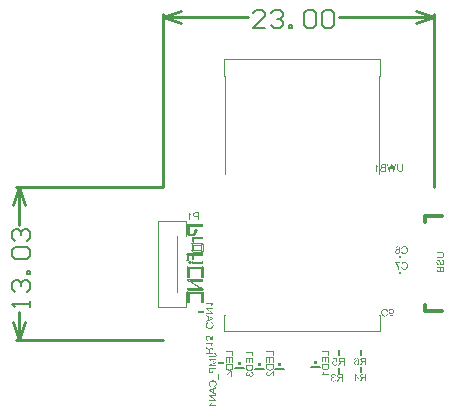
<source format=gbo>
G04*
G04 #@! TF.GenerationSoftware,Altium Limited,Altium Designer,18.0.9 (584)*
G04*
G04 Layer_Color=32896*
%FSLAX44Y44*%
%MOMM*%
G71*
G01*
G75*
%ADD10C,0.1000*%
%ADD13C,0.3048*%
%ADD14C,0.1524*%
%ADD15C,0.1500*%
%ADD19C,0.0127*%
%ADD21R,0.1524X0.6048*%
%ADD67C,0.2540*%
%ADD100C,0.0130*%
%ADD101R,0.6048X0.1524*%
%ADD102R,0.6048X0.1524*%
%ADD103R,0.0124X0.0218*%
%ADD104R,0.0232X0.0193*%
%ADD105R,0.0122X0.1005*%
%ADD106R,0.0225X0.1053*%
%ADD107R,1.3257X0.0530*%
%ADD108R,0.0055X0.0608*%
%ADD109R,0.7226X0.1174*%
%ADD110R,0.0398X0.0221*%
%ADD111R,0.0732X0.0568*%
%ADD112R,0.0288X0.0181*%
%ADD113R,0.0393X0.0104*%
%ADD114R,0.0484X0.0328*%
%ADD115R,0.0541X0.0809*%
%ADD116R,0.0479X0.0922*%
%ADD117R,0.0304X0.0082*%
%ADD118R,0.0294X0.1092*%
%ADD119R,0.0278X0.0228*%
%ADD120R,0.0168X0.0271*%
%ADD121R,0.0227X0.0739*%
%ADD122R,0.0521X0.0883*%
%ADD123R,0.0356X0.1063*%
%ADD124R,0.0039X0.0299*%
%ADD125R,0.0735X0.0567*%
%ADD126R,0.0876X0.0324*%
%ADD127R,0.1143X0.0771*%
%ADD128R,0.0019X0.0732*%
%ADD129R,0.0077X0.0288*%
%ADD130R,0.0432X0.0393*%
%ADD131R,0.0587X0.0587*%
%ADD132R,0.1174X0.0587*%
%ADD133R,0.7210X0.1174*%
%ADD134R,0.1154X0.0734*%
%ADD135R,0.1174X0.5265*%
%ADD136R,0.7193X0.1174*%
%ADD137R,0.1174X0.5265*%
%ADD138R,0.0405X0.0331*%
%ADD139R,0.0126X0.0144*%
%ADD140R,0.0245X0.0060*%
%ADD141R,0.0323X0.0218*%
%ADD142R,0.0323X0.0207*%
%ADD143R,0.0082X0.0146*%
%ADD144R,0.0254X0.0212*%
%ADD145R,0.0043X0.0416*%
%ADD146R,0.0337X0.0459*%
%ADD147R,0.0049X0.0274*%
%ADD148R,0.0497X0.0384*%
%ADD149R,0.0472X0.0218*%
%ADD150R,0.0427X0.0300*%
%ADD151R,0.0572X0.0286*%
%ADD152R,0.0335X0.0872*%
G36*
X322830Y592593D02*
X322876Y592514D01*
X322983Y592361D01*
X323098Y592218D01*
X323158Y592149D01*
X323214Y592084D01*
X323269Y592029D01*
X323320Y591973D01*
X323366Y591927D01*
X323408Y591885D01*
X323440Y591853D01*
X323464Y591830D01*
X323482Y591816D01*
X323487Y591811D01*
X323676Y591654D01*
X323875Y591511D01*
X324069Y591381D01*
X324161Y591326D01*
X324249Y591270D01*
X324328Y591224D01*
X324402Y591183D01*
X324471Y591146D01*
X324527Y591118D01*
X324573Y591095D01*
X324610Y591076D01*
X324628Y591067D01*
X324638Y591062D01*
Y590304D01*
X324499Y590360D01*
X324356Y590424D01*
X324217Y590489D01*
X324088Y590554D01*
X324032Y590586D01*
X323977Y590614D01*
X323930Y590642D01*
X323893Y590665D01*
X323861Y590679D01*
X323833Y590692D01*
X323819Y590702D01*
X323815Y590706D01*
X323648Y590808D01*
X323574Y590859D01*
X323501Y590905D01*
X323436Y590956D01*
X323376Y590998D01*
X323320Y591044D01*
X323265Y591081D01*
X323223Y591118D01*
X323181Y591150D01*
X323144Y591183D01*
X323117Y591206D01*
X323094Y591224D01*
X323080Y591238D01*
X323071Y591247D01*
X323066Y591252D01*
Y586250D01*
X322280D01*
Y592671D01*
X322789D01*
X322830Y592593D01*
D02*
G37*
G36*
X338201Y586250D02*
X337323D01*
X335977Y591122D01*
X335945Y591243D01*
X335913Y591372D01*
X335880Y591497D01*
X335853Y591613D01*
X335839Y591668D01*
X335825Y591714D01*
X335816Y591760D01*
X335806Y591797D01*
X335797Y591830D01*
X335793Y591853D01*
X335788Y591867D01*
Y591871D01*
X335779Y591839D01*
X335769Y591797D01*
X335756Y591751D01*
X335742Y591696D01*
X335723Y591636D01*
X335709Y591576D01*
X335672Y591446D01*
X335654Y591381D01*
X335635Y591321D01*
X335621Y591270D01*
X335608Y591219D01*
X335598Y591178D01*
X335589Y591150D01*
X335580Y591132D01*
Y591122D01*
X334244Y586250D01*
X333421D01*
X331664Y592648D01*
X332520D01*
X333523Y588534D01*
X333560Y588390D01*
X333592Y588247D01*
X333624Y588113D01*
X333652Y587984D01*
X333685Y587863D01*
X333708Y587748D01*
X333731Y587641D01*
X333754Y587544D01*
X333772Y587457D01*
X333791Y587373D01*
X333805Y587309D01*
X333819Y587248D01*
X333828Y587202D01*
X333837Y587170D01*
X333842Y587151D01*
Y587142D01*
X333906Y587544D01*
X333985Y587942D01*
X334027Y588136D01*
X334068Y588326D01*
X334110Y588501D01*
X334151Y588672D01*
X334188Y588829D01*
X334225Y588968D01*
X334258Y589098D01*
X334272Y589153D01*
X334286Y589204D01*
X334299Y589250D01*
X334309Y589287D01*
X334318Y589324D01*
X334327Y589352D01*
X334332Y589375D01*
X334336Y589394D01*
X334341Y589403D01*
Y589407D01*
X335256Y592648D01*
X336278D01*
X337489Y588326D01*
X337494Y588307D01*
X337498Y588289D01*
X337517Y588229D01*
X337531Y588159D01*
X337554Y588076D01*
X337577Y587984D01*
X337600Y587882D01*
X337651Y587674D01*
X337679Y587572D01*
X337702Y587475D01*
X337720Y587387D01*
X337743Y587304D01*
X337757Y587239D01*
X337762Y587212D01*
X337771Y587188D01*
X337776Y587170D01*
Y587156D01*
X337780Y587147D01*
Y587142D01*
X337826Y587387D01*
X337873Y587623D01*
X337896Y587734D01*
X337919Y587845D01*
X337938Y587947D01*
X337961Y588039D01*
X337979Y588127D01*
X337998Y588210D01*
X338011Y588279D01*
X338025Y588340D01*
X338039Y588386D01*
X338044Y588423D01*
X338053Y588441D01*
Y588451D01*
X339024Y592648D01*
X339888D01*
X338201Y586250D01*
D02*
G37*
G36*
X345750Y588950D02*
X345745Y588765D01*
X345741Y588589D01*
X345727Y588423D01*
X345713Y588270D01*
X345695Y588127D01*
X345676Y587997D01*
X345653Y587877D01*
X345630Y587766D01*
X345607Y587669D01*
X345584Y587586D01*
X345565Y587512D01*
X345547Y587452D01*
X345533Y587406D01*
X345519Y587373D01*
X345514Y587355D01*
X345510Y587346D01*
X345459Y587239D01*
X345403Y587142D01*
X345343Y587045D01*
X345279Y586962D01*
X345214Y586879D01*
X345144Y586809D01*
X345075Y586740D01*
X345010Y586680D01*
X344946Y586629D01*
X344890Y586583D01*
X344835Y586541D01*
X344789Y586509D01*
X344752Y586486D01*
X344719Y586467D01*
X344701Y586458D01*
X344696Y586453D01*
X344585Y586398D01*
X344469Y586352D01*
X344345Y586310D01*
X344225Y586273D01*
X344100Y586245D01*
X343979Y586218D01*
X343859Y586199D01*
X343744Y586181D01*
X343637Y586171D01*
X343536Y586162D01*
X343448Y586153D01*
X343369Y586148D01*
X343309Y586144D01*
X343221D01*
X343050Y586148D01*
X342893Y586158D01*
X342741Y586176D01*
X342597Y586199D01*
X342463Y586227D01*
X342343Y586255D01*
X342232Y586287D01*
X342126Y586319D01*
X342038Y586352D01*
X341955Y586384D01*
X341890Y586412D01*
X341830Y586440D01*
X341788Y586463D01*
X341756Y586481D01*
X341733Y586490D01*
X341728Y586495D01*
X341627Y586564D01*
X341529Y586638D01*
X341446Y586712D01*
X341368Y586791D01*
X341294Y586870D01*
X341229Y586943D01*
X341173Y587017D01*
X341123Y587091D01*
X341076Y587161D01*
X341039Y587221D01*
X341012Y587276D01*
X340984Y587327D01*
X340965Y587364D01*
X340951Y587397D01*
X340947Y587415D01*
X340942Y587420D01*
X340905Y587531D01*
X340868Y587651D01*
X340841Y587771D01*
X340813Y587900D01*
X340776Y588155D01*
X340762Y588279D01*
X340748Y588400D01*
X340739Y588511D01*
X340730Y588617D01*
X340725Y588709D01*
Y588792D01*
X340720Y588857D01*
Y588885D01*
Y588908D01*
Y588927D01*
Y588941D01*
Y588945D01*
Y588950D01*
Y592648D01*
X341566D01*
Y588954D01*
X341571Y588737D01*
X341585Y588538D01*
X341603Y588358D01*
X341627Y588192D01*
X341659Y588044D01*
X341691Y587910D01*
X341728Y587794D01*
X341765Y587692D01*
X341802Y587600D01*
X341839Y587526D01*
X341871Y587461D01*
X341904Y587410D01*
X341927Y587373D01*
X341945Y587346D01*
X341959Y587332D01*
X341964Y587327D01*
X342043Y587253D01*
X342135Y587188D01*
X342232Y587133D01*
X342338Y587082D01*
X342449Y587045D01*
X342560Y587008D01*
X342671Y586980D01*
X342777Y586957D01*
X342884Y586943D01*
X342981Y586930D01*
X343064Y586920D01*
X343143Y586911D01*
X343208D01*
X343254Y586906D01*
X343295D01*
X343397Y586911D01*
X343489Y586916D01*
X343582Y586925D01*
X343670Y586939D01*
X343753Y586957D01*
X343827Y586976D01*
X343896Y586994D01*
X343961Y587013D01*
X344021Y587031D01*
X344072Y587050D01*
X344114Y587068D01*
X344151Y587087D01*
X344183Y587101D01*
X344201Y587110D01*
X344215Y587119D01*
X344220D01*
X344289Y587161D01*
X344349Y587207D01*
X344409Y587253D01*
X344460Y587304D01*
X344511Y587355D01*
X344553Y587406D01*
X344627Y587503D01*
X344682Y587591D01*
X344705Y587628D01*
X344719Y587660D01*
X344733Y587688D01*
X344742Y587706D01*
X344752Y587720D01*
Y587725D01*
X344779Y587803D01*
X344802Y587891D01*
X344821Y587988D01*
X344839Y588085D01*
X344867Y588289D01*
X344876Y588390D01*
X344885Y588487D01*
X344890Y588585D01*
X344895Y588672D01*
X344899Y588751D01*
Y588820D01*
X344904Y588876D01*
Y588917D01*
Y588945D01*
Y588954D01*
Y592648D01*
X345750D01*
Y588950D01*
D02*
G37*
G36*
X330911Y586250D02*
X328364D01*
X328253Y586255D01*
X328151Y586259D01*
X328054Y586269D01*
X327966Y586273D01*
X327878Y586282D01*
X327800Y586292D01*
X327730Y586306D01*
X327666Y586315D01*
X327610Y586324D01*
X327559Y586333D01*
X327518Y586338D01*
X327485Y586347D01*
X327462Y586352D01*
X327448Y586356D01*
X327444D01*
X327291Y586403D01*
X327157Y586449D01*
X327037Y586504D01*
X326986Y586527D01*
X326935Y586555D01*
X326894Y586578D01*
X326857Y586601D01*
X326824Y586620D01*
X326796Y586638D01*
X326773Y586652D01*
X326759Y586661D01*
X326750Y586671D01*
X326746D01*
X326644Y586754D01*
X326556Y586851D01*
X326478Y586948D01*
X326408Y587045D01*
X326353Y587128D01*
X326330Y587165D01*
X326311Y587198D01*
X326297Y587225D01*
X326288Y587244D01*
X326279Y587258D01*
Y587262D01*
X326214Y587410D01*
X326168Y587558D01*
X326131Y587702D01*
X326108Y587831D01*
X326099Y587887D01*
X326094Y587942D01*
X326089Y587988D01*
Y588025D01*
X326085Y588058D01*
Y588085D01*
Y588099D01*
Y588104D01*
X326089Y588205D01*
X326099Y588302D01*
X326112Y588400D01*
X326135Y588487D01*
X326159Y588575D01*
X326182Y588654D01*
X326214Y588728D01*
X326242Y588797D01*
X326269Y588857D01*
X326297Y588913D01*
X326325Y588959D01*
X326348Y588996D01*
X326371Y589028D01*
X326385Y589051D01*
X326394Y589065D01*
X326399Y589070D01*
X326459Y589144D01*
X326524Y589213D01*
X326598Y589278D01*
X326667Y589333D01*
X326741Y589389D01*
X326815Y589435D01*
X326889Y589477D01*
X326963Y589514D01*
X327028Y589551D01*
X327092Y589578D01*
X327148Y589602D01*
X327194Y589620D01*
X327236Y589634D01*
X327263Y589643D01*
X327286Y589652D01*
X327291D01*
X327208Y589694D01*
X327134Y589740D01*
X327065Y589786D01*
X326995Y589837D01*
X326935Y589888D01*
X326880Y589934D01*
X326833Y589981D01*
X326787Y590027D01*
X326750Y590068D01*
X326713Y590110D01*
X326686Y590142D01*
X326662Y590175D01*
X326644Y590202D01*
X326630Y590221D01*
X326626Y590230D01*
X326621Y590235D01*
X326579Y590304D01*
X326547Y590373D01*
X326515Y590438D01*
X326491Y590508D01*
X326450Y590637D01*
X326422Y590757D01*
X326413Y590808D01*
X326408Y590859D01*
X326399Y590900D01*
Y590938D01*
X326394Y590965D01*
Y590988D01*
Y591002D01*
Y591007D01*
X326399Y591090D01*
X326404Y591169D01*
X326436Y591326D01*
X326473Y591469D01*
X326496Y591534D01*
X326519Y591599D01*
X326547Y591654D01*
X326570Y591700D01*
X326589Y591746D01*
X326607Y591783D01*
X326626Y591811D01*
X326639Y591834D01*
X326644Y591848D01*
X326649Y591853D01*
X326699Y591927D01*
X326750Y591996D01*
X326806Y592056D01*
X326861Y592116D01*
X326921Y592172D01*
X326977Y592218D01*
X327032Y592264D01*
X327088Y592301D01*
X327139Y592338D01*
X327189Y592366D01*
X327231Y592394D01*
X327268Y592412D01*
X327300Y592431D01*
X327323Y592440D01*
X327337Y592449D01*
X327342D01*
X327425Y592486D01*
X327518Y592514D01*
X327712Y592565D01*
X327906Y592602D01*
X328003Y592611D01*
X328096Y592625D01*
X328179Y592630D01*
X328262Y592639D01*
X328331Y592643D01*
X328396D01*
X328447Y592648D01*
X330911D01*
Y586250D01*
D02*
G37*
G36*
X164452Y551842D02*
X164498Y551764D01*
X164604Y551611D01*
X164720Y551468D01*
X164780Y551399D01*
X164835Y551334D01*
X164891Y551278D01*
X164942Y551223D01*
X164988Y551177D01*
X165030Y551135D01*
X165062Y551103D01*
X165085Y551080D01*
X165103Y551066D01*
X165108Y551061D01*
X165298Y550904D01*
X165497Y550761D01*
X165691Y550631D01*
X165783Y550576D01*
X165871Y550520D01*
X165949Y550474D01*
X166024Y550433D01*
X166093Y550396D01*
X166148Y550368D01*
X166194Y550345D01*
X166231Y550326D01*
X166250Y550317D01*
X166259Y550312D01*
Y549554D01*
X166120Y549610D01*
X165977Y549674D01*
X165839Y549739D01*
X165709Y549804D01*
X165654Y549836D01*
X165598Y549864D01*
X165552Y549892D01*
X165515Y549915D01*
X165483Y549929D01*
X165455Y549943D01*
X165441Y549952D01*
X165436Y549956D01*
X165270Y550058D01*
X165196Y550109D01*
X165122Y550155D01*
X165057Y550206D01*
X164997Y550248D01*
X164942Y550294D01*
X164886Y550331D01*
X164845Y550368D01*
X164803Y550400D01*
X164766Y550433D01*
X164738Y550456D01*
X164715Y550474D01*
X164701Y550488D01*
X164692Y550497D01*
X164688Y550502D01*
Y545500D01*
X163902D01*
Y551921D01*
X164410D01*
X164452Y551842D01*
D02*
G37*
G36*
X172500Y545500D02*
X171654D01*
Y548103D01*
X169893D01*
X169773Y548107D01*
X169657Y548116D01*
X169546Y548126D01*
X169440Y548140D01*
X169338Y548153D01*
X169149Y548190D01*
X168982Y548232D01*
X168825Y548283D01*
X168691Y548334D01*
X168571Y548385D01*
X168464Y548436D01*
X168377Y548486D01*
X168302Y548537D01*
X168242Y548579D01*
X168196Y548616D01*
X168164Y548643D01*
X168145Y548662D01*
X168141Y548667D01*
X168048Y548773D01*
X167970Y548889D01*
X167900Y549004D01*
X167840Y549120D01*
X167789Y549235D01*
X167748Y549351D01*
X167711Y549462D01*
X167683Y549568D01*
X167660Y549665D01*
X167646Y549758D01*
X167632Y549836D01*
X167628Y549910D01*
X167623Y549966D01*
X167618Y550007D01*
Y550035D01*
Y550044D01*
X167628Y550220D01*
X167651Y550382D01*
X167665Y550460D01*
X167678Y550530D01*
X167697Y550599D01*
X167715Y550659D01*
X167734Y550714D01*
X167752Y550765D01*
X167766Y550812D01*
X167780Y550849D01*
X167794Y550876D01*
X167803Y550899D01*
X167808Y550913D01*
X167812Y550918D01*
X167891Y551057D01*
X167974Y551181D01*
X168062Y551288D01*
X168104Y551334D01*
X168141Y551376D01*
X168178Y551413D01*
X168215Y551445D01*
X168247Y551473D01*
X168275Y551491D01*
X168293Y551510D01*
X168312Y551524D01*
X168321Y551528D01*
X168326Y551533D01*
X168450Y551611D01*
X168584Y551671D01*
X168714Y551727D01*
X168839Y551768D01*
X168899Y551782D01*
X168950Y551796D01*
X168996Y551810D01*
X169037Y551819D01*
X169070Y551824D01*
X169093Y551829D01*
X169111Y551833D01*
X169116D01*
X169181Y551842D01*
X169255Y551856D01*
X169412Y551870D01*
X169574Y551884D01*
X169731Y551889D01*
X169805Y551893D01*
X169870D01*
X169934Y551898D01*
X172500D01*
Y545500D01*
D02*
G37*
G36*
X175154Y541775D02*
X175167Y541775D01*
X175194Y541773D01*
X175220Y541771D01*
X175247Y541768D01*
X175260Y541766D01*
X175260Y541766D01*
X175268Y541764D01*
X175283Y541761D01*
X175298Y541758D01*
X175313Y541754D01*
X175321Y541752D01*
X175321Y541752D01*
X175326Y541750D01*
X175337Y541747D01*
X175347Y541744D01*
X175358Y541740D01*
X175363Y541739D01*
X175363Y541739D01*
X175364Y541738D01*
X175364Y541738D01*
X175364Y541738D01*
X175365Y541738D01*
X175370Y541736D01*
X175380Y541733D01*
X175389Y541729D01*
X175399Y541725D01*
X175404Y541723D01*
X175408Y541721D01*
X175418Y541716D01*
X175427Y541712D01*
X175437Y541707D01*
X175441Y541705D01*
X175446Y541703D01*
X175456Y541697D01*
X175466Y541692D01*
X175476Y541687D01*
X175481Y541684D01*
X175481Y541684D01*
X175511Y541666D01*
X175567Y541623D01*
X175619Y541576D01*
X175665Y541523D01*
X175686Y541494D01*
X175686Y541494D01*
X175686Y541493D01*
X175687Y541493D01*
X175687Y541493D01*
X175691Y541487D01*
X175698Y541476D01*
X175706Y541465D01*
X175713Y541453D01*
X175716Y541447D01*
X175716Y541447D01*
X175719Y541443D01*
X175725Y541433D01*
X175730Y541423D01*
X175735Y541413D01*
X175738Y541407D01*
Y541407D01*
X175740Y541403D01*
X175744Y541394D01*
X175749Y541385D01*
X175753Y541376D01*
X175755Y541371D01*
X175755Y541371D01*
X175755Y541371D01*
X175755Y541370D01*
X175755Y541370D01*
X175755Y541370D01*
X175757Y541365D01*
X175761Y541355D01*
X175765Y541345D01*
X175769Y541335D01*
X175770Y541330D01*
X175772Y541325D01*
X175776Y541314D01*
X175779Y541302D01*
X175783Y541291D01*
X175784Y541285D01*
X175784Y541285D01*
X175784Y541285D01*
X175785Y541284D01*
X175785Y541284D01*
X175785Y541283D01*
X175790Y541264D01*
X175798Y541223D01*
X175803Y541182D01*
X175806Y541141D01*
Y541106D01*
X175805Y541078D01*
X175802Y541050D01*
X175798Y541021D01*
X175796Y541007D01*
Y541007D01*
X175795Y541000D01*
X175791Y540986D01*
X175788Y540971D01*
X175785Y540957D01*
X175783Y540950D01*
X175781Y540945D01*
X175778Y540934D01*
X175774Y540923D01*
X175771Y540912D01*
X175769Y540907D01*
X175767Y540902D01*
X175763Y540892D01*
X175760Y540882D01*
X175756Y540873D01*
X175754Y540868D01*
Y540868D01*
X175752Y540863D01*
X175747Y540854D01*
X175743Y540844D01*
X175738Y540835D01*
X175736Y540830D01*
X175736Y540830D01*
X175733Y540825D01*
X175728Y540815D01*
X175723Y540805D01*
X175717Y540795D01*
X175714Y540790D01*
X175714Y540790D01*
X175713Y540789D01*
X175713Y540789D01*
X175695Y540760D01*
X175655Y540705D01*
X175609Y540655D01*
X175558Y540610D01*
X175530Y540590D01*
X175530Y540590D01*
X175525Y540586D01*
X175513Y540578D01*
X175501Y540570D01*
X175489Y540563D01*
X175483Y540559D01*
X175483Y540559D01*
X175478Y540556D01*
X175468Y540550D01*
X175459Y540545D01*
X175448Y540540D01*
X175443Y540537D01*
X175443D01*
X175438Y540535D01*
X175429Y540530D01*
X175419Y540525D01*
X175410Y540521D01*
X175405Y540519D01*
X175400Y540517D01*
X175390Y540513D01*
X175380Y540509D01*
X175370Y540505D01*
X175365Y540503D01*
X175365D01*
X175359Y540501D01*
X175348Y540498D01*
X175337Y540494D01*
X175326Y540491D01*
X175321Y540489D01*
X175321D01*
X175300Y540484D01*
X175258Y540475D01*
X175216Y540469D01*
X175173Y540466D01*
X175152Y540466D01*
X175152Y540466D01*
X164103D01*
X164103Y533978D01*
X167934D01*
X169692Y537511D01*
X169693Y537513D01*
D01*
X169693Y537513D01*
X169693Y537513D01*
X169693Y537513D01*
X169693Y537513D01*
X169693Y537513D01*
X169694Y537514D01*
X169694Y537514D01*
X169708Y537540D01*
X169740Y537590D01*
X169777Y537637D01*
X169818Y537681D01*
X169840Y537701D01*
D01*
X169841Y537701D01*
Y537701D01*
X169840Y537701D01*
D01*
X169840Y537701D01*
X169840Y537701D01*
Y537701D01*
X169841Y537701D01*
D01*
X169876Y537732D01*
X169953Y537784D01*
X170038Y537825D01*
X170127Y537854D01*
X170173Y537863D01*
X170173D01*
X170181Y537864D01*
X170196Y537866D01*
X170211Y537868D01*
X170227Y537870D01*
X170235Y537871D01*
X170241Y537871D01*
X170254Y537872D01*
X170267Y537873D01*
X170280Y537873D01*
X170287Y537873D01*
X170293Y537873D01*
X170305Y537873D01*
X170318Y537873D01*
X170330Y537872D01*
X170336Y537872D01*
X170343Y537871D01*
X170356Y537870D01*
X170369Y537869D01*
X170382Y537867D01*
X170389Y537866D01*
X170412Y537863D01*
X170458Y537852D01*
X170504Y537839D01*
X170548Y537822D01*
X170570Y537812D01*
X170570Y537812D01*
X170573Y537810D01*
X170599Y537796D01*
X170651Y537763D01*
X170698Y537725D01*
X170742Y537683D01*
X170763Y537660D01*
X170763Y537660D01*
X170763Y537660D01*
X170793Y537626D01*
X170843Y537550D01*
X170883Y537468D01*
X170912Y537381D01*
X170920Y537337D01*
X170920D01*
X170922Y537329D01*
X170924Y537313D01*
X170926Y537298D01*
X170928Y537282D01*
X170929Y537274D01*
X170929Y537274D01*
X170930Y537268D01*
X170931Y537254D01*
X170931Y537242D01*
X170932Y537228D01*
X170932Y537222D01*
X170932Y537216D01*
X170932Y537203D01*
X170932Y537191D01*
X170931Y537179D01*
X170931Y537173D01*
X170930Y537166D01*
X170929Y537153D01*
X170928Y537140D01*
X170927Y537127D01*
X170926Y537120D01*
X170926Y537120D01*
X170922Y537096D01*
X170912Y537048D01*
X170898Y537001D01*
X170881Y536956D01*
X170870Y536934D01*
X170870Y536934D01*
X170870Y536934D01*
X170870Y536933D01*
X170870Y536932D01*
X170869Y536932D01*
Y536932D01*
X168908Y533027D01*
X168908Y533027D01*
X168908Y533026D01*
X168908Y533026D01*
X168908Y533025D01*
X168908Y533025D01*
X168908Y533025D01*
X168907Y533025D01*
X168908Y533025D01*
X168908Y533025D01*
X168908Y533025D01*
X168908Y533026D01*
X168908Y533026D01*
X168908Y533026D01*
X168908Y533026D01*
X168908Y533026D01*
X168908Y533026D01*
X168908Y533026D01*
X168907Y533025D01*
X168906Y533022D01*
X168905Y533020D01*
X168903Y533018D01*
X168903Y533017D01*
X168902Y533015D01*
X168901Y533013D01*
X168900Y533011D01*
X168899Y533010D01*
X168899Y533010D01*
X168899Y533009D01*
X168898Y533009D01*
X168898Y533009D01*
X168897Y533007D01*
X168895Y533003D01*
X168891Y532996D01*
X168890Y532994D01*
X168888Y532992D01*
X168885Y532988D01*
X168880Y532979D01*
X168879Y532977D01*
X168879Y532977D01*
X168877Y532975D01*
X168874Y532970D01*
X168871Y532965D01*
X168868Y532961D01*
X168866Y532958D01*
X168866Y532958D01*
X168860Y532950D01*
X168856Y532945D01*
X168853Y532940D01*
X168850Y532937D01*
X168848Y532934D01*
X168843Y532928D01*
X168838Y532921D01*
X168833Y532915D01*
X168830Y532912D01*
X168830Y532912D01*
X168819Y532899D01*
X168795Y532873D01*
X168770Y532849D01*
X168744Y532826D01*
X168730Y532815D01*
Y532815D01*
X168725Y532811D01*
X168714Y532803D01*
X168704Y532795D01*
X168693Y532788D01*
X168688Y532784D01*
X168684Y532781D01*
X168677Y532777D01*
X168670Y532772D01*
X168663Y532768D01*
X168659Y532766D01*
X168656Y532764D01*
X168650Y532760D01*
X168644Y532757D01*
X168638Y532753D01*
X168635Y532752D01*
X168633Y532750D01*
X168627Y532747D01*
X168622Y532744D01*
X168616Y532741D01*
X168613Y532740D01*
X168613Y532740D01*
X168611Y532739D01*
X168606Y532736D01*
X168601Y532734D01*
X168596Y532731D01*
X168593Y532730D01*
X168591Y532729D01*
X168586Y532727D01*
X168581Y532725D01*
X168576Y532722D01*
X168573Y532721D01*
Y532721D01*
X168571Y532720D01*
X168566Y532718D01*
X168562Y532716D01*
X168557Y532715D01*
X168554Y532714D01*
X168552Y532713D01*
X168543Y532709D01*
X168538Y532707D01*
X168536Y532707D01*
X168536Y532707D01*
X168533Y532706D01*
X168524Y532703D01*
X168520Y532701D01*
X168517Y532700D01*
X168515Y532700D01*
X168510Y532698D01*
X168501Y532695D01*
X168499Y532695D01*
X168496Y532694D01*
X168487Y532691D01*
X168482Y532690D01*
X168480Y532690D01*
X168477Y532689D01*
X168467Y532687D01*
X168463Y532685D01*
X168460Y532685D01*
X168457Y532684D01*
X168452Y532683D01*
X168447Y532682D01*
X168442Y532681D01*
X168440Y532681D01*
X168437Y532680D01*
X168431Y532679D01*
X168420Y532677D01*
X168417Y532677D01*
X168417Y532677D01*
X168415Y532677D01*
X168409Y532676D01*
X168403Y532675D01*
X168398Y532674D01*
X168395Y532674D01*
X168395Y532674D01*
X168394Y532674D01*
X168393Y532674D01*
X168393D01*
Y532674D01*
X168390Y532673D01*
X168383Y532673D01*
X168376Y532672D01*
X168369Y532672D01*
X168365Y532672D01*
X168365Y532671D01*
X168364Y532671D01*
X168364D01*
X168361Y532671D01*
X168351Y532671D01*
X168342Y532670D01*
X168333Y532670D01*
X168328Y532670D01*
X163445Y532670D01*
X163442Y532670D01*
X163439Y532670D01*
X163438D01*
X163438D01*
X163438D01*
X163437Y532670D01*
X163434Y532671D01*
X163426Y532671D01*
X163419Y532671D01*
X163412Y532671D01*
X163409Y532672D01*
X163409D01*
X163382Y532673D01*
X163330Y532681D01*
X163278Y532693D01*
X163227Y532710D01*
X163203Y532721D01*
X163203Y532721D01*
X163197Y532724D01*
X163184Y532729D01*
X163172Y532735D01*
X163159Y532742D01*
X163153Y532745D01*
X163153D01*
X163153Y532745D01*
X163153Y532745D01*
X163152Y532746D01*
X163152Y532746D01*
X163147Y532748D01*
X163137Y532754D01*
X163127Y532760D01*
X163118Y532766D01*
X163113Y532769D01*
X163113D01*
X163108Y532772D01*
X163099Y532778D01*
X163090Y532784D01*
X163081Y532791D01*
X163076Y532794D01*
X163071Y532798D01*
X163062Y532805D01*
X163053Y532812D01*
X163044Y532819D01*
X163040Y532823D01*
X163035Y532827D01*
X163025Y532836D01*
X163016Y532845D01*
X163007Y532854D01*
X163002Y532858D01*
Y532858D01*
X162996Y532864D01*
X162985Y532876D01*
X162974Y532888D01*
X162964Y532901D01*
X162959Y532907D01*
X162959Y532907D01*
X162949Y532919D01*
X162930Y532944D01*
X162913Y532971D01*
X162897Y532997D01*
X162890Y533011D01*
X162890Y533011D01*
X162874Y533040D01*
X162849Y533102D01*
X162830Y533165D01*
X162817Y533230D01*
X162815Y533263D01*
Y533263D01*
X162814Y533271D01*
X162813Y533286D01*
X162812Y533302D01*
X162812Y533317D01*
X162812Y533325D01*
X162812D01*
X162812Y533325D01*
X162812Y541121D01*
X162812Y541123D01*
X162812Y541128D01*
X162812Y541133D01*
X162812Y541138D01*
X162812Y541141D01*
X162812Y541154D01*
X162814Y541181D01*
X162817Y541207D01*
X162821Y541233D01*
X162824Y541246D01*
X162831Y541284D01*
X162854Y541358D01*
X162886Y541429D01*
X162926Y541496D01*
X162950Y541527D01*
X162955Y541534D01*
X162966Y541547D01*
X162978Y541560D01*
X162989Y541573D01*
X162995Y541579D01*
X163000Y541584D01*
X163009Y541593D01*
X163018Y541603D01*
X163028Y541612D01*
X163033Y541616D01*
X163037Y541620D01*
X163046Y541627D01*
X163055Y541635D01*
X163064Y541642D01*
X163069Y541646D01*
X163073Y541649D01*
X163082Y541655D01*
X163091Y541662D01*
X163100Y541668D01*
X163105Y541671D01*
X163109Y541674D01*
X163119Y541680D01*
X163128Y541686D01*
X163138Y541692D01*
X163143Y541694D01*
X163148Y541698D01*
X163160Y541703D01*
X163171Y541709D01*
X163182Y541715D01*
X163188Y541718D01*
X163204Y541725D01*
X163237Y541738D01*
X163271Y541749D01*
X163305Y541758D01*
X163322Y541762D01*
X163330Y541763D01*
X163345Y541766D01*
X163361Y541769D01*
X163377Y541771D01*
X163385Y541772D01*
Y541772D01*
X163386Y541772D01*
X163386Y541772D01*
X163387Y541772D01*
X163387D01*
X163391Y541772D01*
X163400Y541773D01*
X163408Y541773D01*
X163417Y541774D01*
X163421Y541774D01*
X163425Y541774D01*
X163432Y541775D01*
X163439Y541775D01*
X163445Y541775D01*
X163449Y541775D01*
X163449Y541775D01*
X175152Y541775D01*
X175152D01*
X175153Y541775D01*
X175153D01*
X175154Y541775D01*
D02*
G37*
G36*
X163387Y541772D02*
X163387D01*
X163387D01*
X163387D01*
D02*
G37*
G36*
D02*
X163386Y541772D01*
X163386D01*
X163387Y541772D01*
D01*
D02*
G37*
G36*
X169693Y537512D02*
X169693Y537513D01*
X169693Y537513D01*
X169693Y537512D01*
D02*
G37*
G36*
X175177Y531129D02*
X175181Y531129D01*
X175183D01*
X175181Y531129D01*
X175183Y531129D01*
Y531129D01*
X175194Y531129D01*
X175202Y531129D01*
X175209Y531128D01*
X175213Y531128D01*
X175213Y531128D01*
X175235Y531127D01*
X175280Y531120D01*
X175323Y531111D01*
X175366Y531098D01*
X175387Y531090D01*
X175387Y531090D01*
X175388Y531090D01*
X175388Y531090D01*
X175389Y531090D01*
Y531090D01*
X175396Y531087D01*
X175410Y531081D01*
X175423Y531075D01*
X175437Y531069D01*
X175444Y531065D01*
X175444Y531065D01*
X175445Y531065D01*
X175445Y531065D01*
X175445Y531065D01*
X175446Y531065D01*
X175451Y531062D01*
X175461Y531057D01*
X175471Y531052D01*
X175480Y531046D01*
X175485Y531043D01*
Y531043D01*
X175490Y531040D01*
X175499Y531035D01*
X175508Y531029D01*
X175518Y531023D01*
X175522Y531020D01*
X175522Y531020D01*
X175527Y531017D01*
X175536Y531010D01*
X175544Y531004D01*
X175553Y530997D01*
X175557Y530994D01*
X175562Y530990D01*
X175571Y530983D01*
X175580Y530975D01*
X175588Y530967D01*
X175593Y530963D01*
X175593Y530963D01*
X175598Y530959D01*
X175607Y530949D01*
X175617Y530940D01*
X175627Y530930D01*
X175631Y530925D01*
X175631Y530925D01*
X175632Y530924D01*
X175632Y530924D01*
X175632Y530923D01*
X175639Y530916D01*
X175651Y530902D01*
X175663Y530887D01*
X175675Y530872D01*
X175680Y530865D01*
X175680Y530865D01*
X175705Y530830D01*
X175746Y530754D01*
X175777Y530674D01*
X175797Y530591D01*
X175802Y530548D01*
X175802Y530548D01*
X175803Y530539D01*
X175805Y530521D01*
X175805Y530503D01*
X175806Y530485D01*
X175806Y530475D01*
Y530472D01*
X175806Y530466D01*
X175806Y530460D01*
X175806Y530454D01*
X175806Y530451D01*
X175806Y530451D01*
X175804Y530417D01*
X175795Y530349D01*
X175779Y530283D01*
X175756Y530219D01*
X175741Y530188D01*
X175732Y530170D01*
X175713Y530136D01*
X175693Y530103D01*
X175670Y530071D01*
X175657Y530056D01*
X175652Y530050D01*
X175642Y530038D01*
X175631Y530025D01*
X175620Y530014D01*
X175614Y530008D01*
X175610Y530004D01*
X175600Y529995D01*
X175591Y529986D01*
X175582Y529978D01*
X175577Y529974D01*
X175573Y529970D01*
X175564Y529963D01*
X175555Y529955D01*
X175546Y529949D01*
X175541Y529945D01*
X175541Y529945D01*
X175537Y529942D01*
X175528Y529935D01*
X175519Y529929D01*
X175510Y529923D01*
X175506Y529920D01*
X175501Y529917D01*
X175491Y529911D01*
X175482Y529906D01*
X175472Y529900D01*
X175467Y529897D01*
X175467D01*
X175461Y529894D01*
X175450Y529888D01*
X175438Y529883D01*
X175427Y529877D01*
X175421Y529875D01*
X175408Y529869D01*
X175382Y529859D01*
X175355Y529849D01*
X175327Y529842D01*
X175314Y529838D01*
X175314D01*
X175304Y529836D01*
X175283Y529832D01*
X175263Y529828D01*
X175242Y529826D01*
X175232Y529824D01*
X175232D01*
X175228Y529824D01*
X175219Y529823D01*
X175210Y529823D01*
X175201Y529822D01*
X175196Y529822D01*
X175195Y529822D01*
X175194Y529822D01*
D01*
X175195Y529822D01*
X175196Y529822D01*
X175196Y529822D01*
X175196Y529822D01*
X175196Y529822D01*
X175195Y529822D01*
X175194Y529822D01*
D01*
X175194Y529822D01*
X175194D01*
X175194Y529822D01*
X175193D01*
X175194D01*
X175194D01*
X175194Y529822D01*
D01*
X175191Y529822D01*
X175180Y529821D01*
X175174Y529821D01*
X175171D01*
X175170Y529821D01*
X175169D01*
X175169Y529821D01*
X168010D01*
Y527557D01*
X168009Y527557D01*
X168009D01*
X168009Y527556D01*
X168009Y527555D01*
X168009Y527554D01*
X168009Y527553D01*
X168010Y527557D01*
X168010Y527550D01*
X168010Y527550D01*
X168010Y527550D01*
Y527550D01*
X168010Y527551D01*
Y527552D01*
X168010Y527553D01*
X168009Y527553D01*
X168009Y527550D01*
X168009Y527550D01*
X168010Y527550D01*
X168009Y527542D01*
X168009Y527538D01*
X168009Y527530D01*
X168009Y527530D01*
X168009Y527532D01*
X168009Y527534D01*
X168009Y527533D01*
X168009Y527525D01*
X168009Y527521D01*
X168009Y527520D01*
Y527520D01*
X168009Y527519D01*
X168009Y527518D01*
X168008Y527514D01*
X168008Y527510D01*
X168008Y527506D01*
X168008Y527506D01*
X168009Y527519D01*
X168009Y527519D01*
X168008Y527512D01*
X168008Y527505D01*
X168008Y527504D01*
X168008Y527503D01*
X168007Y527501D01*
X168007Y527499D01*
X168007Y527497D01*
X168007Y527496D01*
X168007Y527495D01*
X168007Y527493D01*
X168006Y527491D01*
X168006Y527489D01*
X168006Y527488D01*
X168008Y527503D01*
X168008Y527503D01*
X168008Y527504D01*
X168008Y527502D01*
X168007Y527498D01*
X168007Y527494D01*
X168006Y527490D01*
X168006Y527488D01*
X168006Y527488D01*
X168005Y527480D01*
X168005Y527480D01*
X168004Y527472D01*
D01*
Y527472D01*
Y527472D01*
X168004D01*
X168003Y527464D01*
X168002Y527456D01*
X168002Y527455D01*
X168002Y527455D01*
X168002Y527456D01*
X168004Y527472D01*
X168004Y527470D01*
X168004Y527466D01*
X168003Y527462D01*
X168003Y527457D01*
X168002Y527455D01*
X168002Y527455D01*
X168002Y527455D01*
X168002Y527453D01*
X168001Y527448D01*
X168001Y527444D01*
X168000Y527440D01*
X167999Y527437D01*
X167999Y527435D01*
X167998Y527430D01*
X167997Y527426D01*
X167996Y527421D01*
X167996Y527419D01*
X167995Y527416D01*
X167994Y527411D01*
X167993Y527406D01*
X167992Y527402D01*
X167992Y527399D01*
X167991Y527397D01*
X167990Y527391D01*
X167989Y527386D01*
X167987Y527381D01*
X167987Y527379D01*
X167986Y527376D01*
X167984Y527370D01*
X167983Y527365D01*
X167981Y527360D01*
X167980Y527357D01*
X167980Y527354D01*
X167978Y527348D01*
X167976Y527342D01*
X167974Y527336D01*
X167973Y527333D01*
X167973Y527333D01*
X167969Y527323D01*
X167967Y527317D01*
X167964Y527310D01*
X167963Y527307D01*
X167962Y527304D01*
X167959Y527296D01*
X167956Y527289D01*
X167952Y527282D01*
X167951Y527278D01*
X167949Y527274D01*
X167945Y527266D01*
X167941Y527257D01*
X167937Y527249D01*
X167935Y527245D01*
X167932Y527240D01*
X167927Y527230D01*
X167921Y527220D01*
X167915Y527210D01*
X167912Y527205D01*
X167912Y527205D01*
X167898Y527183D01*
X167867Y527140D01*
X167832Y527101D01*
X167794Y527065D01*
X167774Y527048D01*
X167774Y527048D01*
X167767Y527042D01*
X167752Y527031D01*
X167737Y527020D01*
X167722Y527010D01*
X167714Y527005D01*
X167709Y527002D01*
X167699Y526996D01*
X167689Y526990D01*
X167679Y526984D01*
X167674Y526982D01*
Y526982D01*
X167670Y526980D01*
X167662Y526976D01*
X167654Y526971D01*
X167645Y526967D01*
X167641Y526965D01*
X167641Y526965D01*
X167638Y526964D01*
X167630Y526961D01*
X167623Y526958D01*
X167616Y526954D01*
X167612Y526953D01*
X167612Y526953D01*
X167609Y526952D01*
X167603Y526949D01*
X167596Y526947D01*
X167589Y526944D01*
X167586Y526943D01*
X167586Y526943D01*
X167583Y526942D01*
X167572Y526938D01*
X167566Y526936D01*
X167563Y526935D01*
X167563Y526935D01*
X167549Y526931D01*
X167544Y526930D01*
X167541Y526929D01*
X167538Y526928D01*
X167533Y526927D01*
X167528Y526926D01*
X167521Y526924D01*
X167518Y526923D01*
X167508Y526921D01*
X167504Y526920D01*
X167501Y526919D01*
X167499Y526919D01*
X167494Y526918D01*
X167489Y526917D01*
X167485Y526916D01*
X167482Y526916D01*
X167482Y526916D01*
X167480Y526915D01*
X167476Y526914D01*
X167471Y526914D01*
X167467Y526913D01*
X167465Y526913D01*
X167462Y526912D01*
X167463Y526912D01*
X167463Y526912D01*
X167459Y526912D01*
X167455Y526911D01*
X167452Y526911D01*
X167462Y526912D01*
X167461Y526912D01*
X167459Y526912D01*
X167457Y526912D01*
X167456Y526912D01*
X167455Y526912D01*
X167454Y526911D01*
X167452Y526911D01*
X167451Y526911D01*
X167450Y526910D01*
X167448Y526910D01*
X167448D01*
X167448D01*
X167448D01*
X167449Y526910D01*
X167449Y526910D01*
X167450Y526910D01*
X167449Y526910D01*
X167449Y526910D01*
X167448Y526910D01*
X167446Y526910D01*
X167442Y526909D01*
X167435Y526908D01*
X167446Y526910D01*
X167447Y526910D01*
X167448Y526910D01*
X167446Y526910D01*
X167445Y526910D01*
X167443Y526910D01*
X167441Y526910D01*
X167440D01*
X167439Y526909D01*
X167437Y526909D01*
X167435Y526909D01*
X167433Y526908D01*
X167432Y526908D01*
X167431Y526908D01*
X167432Y526908D01*
X167430Y526908D01*
X167422Y526907D01*
X167418Y526907D01*
X167417Y526907D01*
X167431Y526908D01*
X167431D01*
X167429Y526908D01*
X167427Y526908D01*
X167425Y526908D01*
X167425Y526908D01*
X167424D01*
X167424Y526908D01*
X167423Y526908D01*
X167421Y526907D01*
X167419Y526907D01*
X167417Y526907D01*
X167416Y526907D01*
X167417Y526907D01*
X167417Y526907D01*
X167417D01*
X167416Y526907D01*
X167416Y526907D01*
X167415Y526907D01*
X167415Y526907D01*
X167414Y526907D01*
X167415Y526907D01*
X167416Y526907D01*
X167413Y526907D01*
X167412Y526907D01*
X167411Y526906D01*
X167410D01*
X167409Y526907D01*
X167408D01*
X167407Y526906D01*
X167405Y526906D01*
X167403Y526906D01*
X167401Y526906D01*
X167400Y526906D01*
X167393D01*
X167396Y526906D01*
X167400Y526906D01*
X167399Y526906D01*
X167395Y526905D01*
X167389Y526905D01*
X167387Y526905D01*
X167386Y526905D01*
X167386D01*
X167386D01*
X167385Y526905D01*
Y526905D01*
X167384D01*
X167385Y526905D01*
X167386Y526905D01*
X167386D01*
X167386D01*
X167386Y526905D01*
X167387D01*
X167393Y526906D01*
Y526906D01*
X167312D01*
X167317Y526905D01*
X167354Y526904D01*
X167354D01*
X167354D01*
X167354D01*
D01*
X167354D01*
X167354D01*
X167354Y526904D01*
X167353D01*
X167354Y526904D01*
X167354D01*
X167352Y526904D01*
X167352Y526904D01*
X167352Y526904D01*
X167352D01*
X167352Y526904D01*
X167352Y526904D01*
X167350D01*
X167340Y526904D01*
X167336Y526904D01*
X167333Y526905D01*
X167335Y526904D01*
X167335Y526905D01*
X167334Y526905D01*
X167334Y526905D01*
X167333D01*
X167331Y526905D01*
X167325Y526905D01*
X167320Y526905D01*
X167315Y526905D01*
X167312Y526906D01*
X167312Y526906D01*
X167309Y526906D01*
X167304Y526906D01*
X167298Y526907D01*
X167289Y526908D01*
X167290Y526908D01*
X167289Y526908D01*
X167286Y526908D01*
X167280Y526908D01*
X167273Y526909D01*
X167267Y526910D01*
X167264Y526911D01*
X167260Y526911D01*
X167253Y526912D01*
X167246Y526913D01*
X167239Y526915D01*
X167235Y526915D01*
X167231Y526916D01*
X167222Y526918D01*
X167214Y526920D01*
X167206Y526922D01*
X167201Y526922D01*
X167196Y526924D01*
X167185Y526927D01*
X167174Y526930D01*
X167164Y526933D01*
X167159Y526935D01*
X167159Y526935D01*
X167128Y526944D01*
X167070Y526969D01*
X167015Y527000D01*
X166964Y527037D01*
X166940Y527058D01*
X166940Y527058D01*
X166940Y527058D01*
X166931Y527065D01*
X166913Y527082D01*
X166896Y527099D01*
X166880Y527116D01*
X166867Y527132D01*
X166857Y527144D01*
X166848Y527157D01*
X166838Y527169D01*
X166834Y527176D01*
X166834Y527176D01*
X166830Y527181D01*
X166823Y527192D01*
X166817Y527202D01*
X166810Y527213D01*
X166807Y527218D01*
X166805Y527223D01*
X166800Y527231D01*
X166795Y527240D01*
X166790Y527249D01*
X166788Y527254D01*
X166788Y527254D01*
X166788Y527254D01*
X166788Y527255D01*
X166787Y527255D01*
X166787Y527255D01*
X166787Y527255D01*
X166785Y527259D01*
X166781Y527268D01*
X166777Y527276D01*
X166774Y527284D01*
X166772Y527289D01*
X166772D01*
X166770Y527292D01*
X166768Y527299D01*
X166765Y527307D01*
X166760Y527318D01*
X166760D01*
X166759Y527321D01*
X166757Y527328D01*
X166754Y527335D01*
X166752Y527342D01*
X166751Y527345D01*
X166750Y527348D01*
X166746Y527360D01*
X166744Y527367D01*
X166744Y527370D01*
X166743Y527373D01*
X166741Y527379D01*
X166740Y527384D01*
X166738Y527390D01*
X166737Y527393D01*
X166737Y527396D01*
X166736Y527401D01*
X166734Y527406D01*
X166733Y527412D01*
X166733Y527415D01*
X166732Y527417D01*
X166731Y527422D01*
X166730Y527427D01*
X166729Y527433D01*
X166729Y527435D01*
X166728Y527438D01*
X166727Y527443D01*
X166727Y527448D01*
X166726Y527455D01*
X166725Y527458D01*
X166724Y527467D01*
X166723Y527472D01*
X166723Y527474D01*
X166723Y527477D01*
X166722Y527481D01*
X166722Y527486D01*
X166721Y527490D01*
X166721Y527492D01*
X166721Y527492D01*
X166721Y527493D01*
X166721Y527493D01*
X166721Y527494D01*
X166721Y527494D01*
X166721Y527494D01*
X166721Y527496D01*
X166721Y527500D01*
X166720Y527504D01*
X166720Y527510D01*
X166720Y527512D01*
X166719Y527516D01*
X166719Y527520D01*
X166719Y527524D01*
X166719Y527526D01*
X166719Y527531D01*
X166719Y527529D01*
X166719Y527528D01*
X166719Y527526D01*
X166719Y527527D01*
X166719Y527529D01*
Y527529D01*
X166719Y527532D01*
X166719Y527536D01*
X166718Y527538D01*
X166718Y527540D01*
Y527541D01*
X166718Y527541D01*
X166718Y527543D01*
X166718Y527548D01*
X166718Y527556D01*
Y527556D01*
X166718Y527557D01*
Y527557D01*
Y527558D01*
X166718Y527560D01*
Y527558D01*
X166718Y527557D01*
X166718Y527556D01*
X166718Y527554D01*
X166718Y527560D01*
Y530479D01*
X166718Y530491D01*
X166719Y530500D01*
X166719Y530500D01*
X166719D01*
X166720Y530534D01*
X166729Y530602D01*
X166746Y530668D01*
X166769Y530732D01*
X166783Y530763D01*
X166783Y530763D01*
X166792Y530780D01*
X166811Y530815D01*
X166832Y530848D01*
X166855Y530880D01*
X166867Y530895D01*
Y530895D01*
X166872Y530901D01*
X166883Y530913D01*
X166893Y530925D01*
X166904Y530937D01*
X166910Y530943D01*
X166910Y530943D01*
X166915Y530947D01*
X166924Y530956D01*
X166933Y530965D01*
X166942Y530973D01*
X166947Y530977D01*
X166947Y530977D01*
X166952Y530981D01*
X166960Y530988D01*
X166969Y530995D01*
X166978Y531002D01*
X166983Y531006D01*
X166987Y531009D01*
X166996Y531015D01*
X167005Y531022D01*
X167014Y531028D01*
X167019Y531031D01*
X167023Y531034D01*
X167033Y531040D01*
X167043Y531045D01*
X167052Y531051D01*
X167057Y531054D01*
Y531054D01*
X167063Y531057D01*
X167074Y531063D01*
X167086Y531068D01*
X167097Y531074D01*
X167103Y531076D01*
X167116Y531082D01*
X167143Y531092D01*
X167169Y531101D01*
X167197Y531109D01*
X167211Y531113D01*
X167211Y531113D01*
Y531113D01*
X167221Y531115D01*
X167241Y531119D01*
X167261Y531123D01*
X167282Y531125D01*
X167292Y531126D01*
X167297Y531127D01*
X167306Y531128D01*
X167314Y531128D01*
X167328Y531129D01*
Y531129D01*
X167331Y531129D01*
X167338Y531129D01*
X167345Y531129D01*
X167352Y531130D01*
X175169D01*
X175176Y531129D01*
X175181Y531129D01*
X175169Y531130D01*
X175174D01*
X175177Y531129D01*
D02*
G37*
G36*
X168010Y527549D02*
X168010Y527549D01*
Y527550D01*
X168010Y527550D01*
Y527549D01*
D02*
G37*
G36*
X168010Y527547D02*
X168009Y527540D01*
X168009Y527535D01*
X168009Y527534D01*
Y527534D01*
X168009Y527535D01*
Y527535D01*
X168009Y527538D01*
X168010Y527549D01*
Y527547D01*
D02*
G37*
G36*
X168008Y527504D02*
Y527505D01*
X168008Y527506D01*
X168008Y527504D01*
D02*
G37*
G36*
X168006Y527486D02*
X168006Y527486D01*
X168006Y527488D01*
X168006Y527486D01*
D02*
G37*
G36*
X168006Y527482D02*
X168005Y527474D01*
X168005Y527472D01*
X168004Y527472D01*
X168005Y527472D01*
X168004D01*
X168006Y527486D01*
X168006Y527482D01*
D02*
G37*
G36*
X167464Y526912D02*
X167463Y526912D01*
X167465Y526913D01*
X167464Y526912D01*
D02*
G37*
G36*
X167450Y526910D02*
X167450Y526910D01*
X167452Y526911D01*
X167450Y526910D01*
D02*
G37*
G36*
X167432Y526908D02*
X167432Y526908D01*
X167434Y526908D01*
X167435Y526908D01*
X167432Y526908D01*
D02*
G37*
G36*
X167414Y526907D02*
X167410Y526906D01*
X167406Y526906D01*
X167402Y526906D01*
X167400Y526906D01*
X167413Y526907D01*
X167414Y526907D01*
X167414Y526907D01*
X167414Y526907D01*
D02*
G37*
G36*
X167383Y526905D02*
X167384D01*
X167383Y526905D01*
X167380Y526905D01*
X167376Y526904D01*
X167373Y526904D01*
X167371Y526904D01*
X167369Y526904D01*
X167365Y526904D01*
X167361D01*
X167357Y526904D01*
X167356Y526904D01*
X167363Y526905D01*
X167369Y526904D01*
X167371Y526904D01*
X167378Y526905D01*
X167383Y526905D01*
D02*
G37*
G36*
X167356Y526904D02*
X167355Y526904D01*
X167355Y526904D01*
X167356D01*
D02*
G37*
G36*
X167355D02*
X167355D01*
X167355Y526904D01*
X167355Y526904D01*
X167354D01*
X167354Y526904D01*
X167354Y526904D01*
X167354D01*
X167354Y526904D01*
X167355Y526904D01*
D02*
G37*
G36*
X167352D02*
X167353D01*
X167353Y526904D01*
X167353Y526904D01*
X167352Y526904D01*
X167352D01*
X167352Y526904D01*
X167352Y526904D01*
D02*
G37*
G36*
X167953Y516999D02*
X167957Y516998D01*
X167957Y516998D01*
X175197Y516998D01*
X175236Y516959D01*
Y516903D01*
X175197Y516863D01*
X175169Y516863D01*
X168011Y516863D01*
X168011Y515757D01*
X168011Y515755D01*
X168011Y515751D01*
X168011Y515748D01*
X168010Y515744D01*
X168010Y515742D01*
X168010D01*
Y512454D01*
X168010Y512451D01*
X168010Y512451D01*
X168010Y512453D01*
Y512449D01*
X168010Y512446D01*
X168010Y512442D01*
Y512442D01*
X168009Y512443D01*
X168009Y512445D01*
Y512445D01*
X168010Y512451D01*
X168010Y512450D01*
X168009Y512448D01*
X168009Y512447D01*
X168009Y512446D01*
X168009Y512445D01*
X168009Y512438D01*
X168009Y512440D01*
Y512441D01*
X168010Y512441D01*
Y512441D01*
Y512441D01*
X168010Y512442D01*
Y512441D01*
X168010Y512441D01*
D01*
X168009Y512440D01*
Y512439D01*
X168009Y512435D01*
X168009Y512432D01*
X168009Y512428D01*
X168009Y512427D01*
X168009Y512438D01*
X168009Y512433D01*
X168009Y512426D01*
X168009Y512427D01*
X168009Y512426D01*
X168009Y512426D01*
X168009Y512426D01*
Y512425D01*
X168009Y512425D01*
Y512424D01*
X168009Y512419D01*
X168009Y512416D01*
X168008Y512413D01*
X168008Y512411D01*
X168008Y512409D01*
X168008Y512405D01*
X168008Y512402D01*
X168008Y512398D01*
X168007Y512396D01*
X168007Y512394D01*
X168007Y512390D01*
X168006Y512382D01*
X168006Y512380D01*
X168006Y512379D01*
X168006Y512377D01*
X168005Y512375D01*
X168005Y512373D01*
X168005Y512372D01*
X168004Y512371D01*
X168004Y512369D01*
X168004Y512367D01*
X168004Y512365D01*
X168004Y512364D01*
X168004Y512362D01*
X168003Y512353D01*
X168002Y512349D01*
X168002Y512347D01*
X168002D01*
X168001Y512345D01*
X168001Y512340D01*
X167999Y512331D01*
X167999Y512329D01*
X167999Y512329D01*
X167998Y512327D01*
X167997Y512317D01*
X167996Y512313D01*
X167995Y512310D01*
X167995Y512308D01*
X167994Y512303D01*
X167992Y512298D01*
X167991Y512293D01*
X167991Y512291D01*
X167990Y512288D01*
X167989Y512283D01*
X167988Y512278D01*
X167986Y512273D01*
X167986Y512271D01*
X167985Y512268D01*
X167983Y512262D01*
X167982Y512257D01*
X167980Y512251D01*
X167979Y512248D01*
X167978Y512246D01*
X167976Y512240D01*
X167974Y512234D01*
X167973Y512228D01*
X167971Y512225D01*
X167971D01*
X167970Y512222D01*
X167968Y512215D01*
X167966Y512209D01*
X167963Y512202D01*
X167962Y512199D01*
X167962Y512199D01*
X167960Y512195D01*
X167957Y512188D01*
X167954Y512181D01*
X167951Y512174D01*
X167949Y512170D01*
X167949Y512170D01*
X167947Y512166D01*
X167943Y512158D01*
X167939Y512149D01*
X167935Y512141D01*
X167933Y512137D01*
X167930Y512132D01*
X167925Y512122D01*
X167919Y512112D01*
X167913Y512102D01*
X167910Y512097D01*
X167910Y512097D01*
X167910Y512097D01*
X167896Y512075D01*
X167865Y512034D01*
X167831Y511995D01*
X167794Y511959D01*
X167773Y511943D01*
X167773Y511943D01*
X167766Y511937D01*
X167751Y511926D01*
X167736Y511915D01*
X167721Y511905D01*
X167713Y511900D01*
X167708Y511897D01*
X167698Y511891D01*
X167688Y511885D01*
X167678Y511880D01*
X167673Y511877D01*
X167669Y511875D01*
X167661Y511870D01*
X167653Y511866D01*
X167644Y511862D01*
X167640Y511861D01*
X167640Y511861D01*
X167637Y511859D01*
X167630Y511856D01*
X167623Y511853D01*
X167616Y511850D01*
X167612Y511848D01*
X167612Y511848D01*
X167612Y511848D01*
X167611Y511848D01*
X167610Y511848D01*
X167607Y511846D01*
X167601Y511844D01*
X167589Y511840D01*
X167586Y511838D01*
X167584Y511838D01*
X167578Y511836D01*
X167573Y511834D01*
X167567Y511832D01*
X167565Y511831D01*
X167564Y511831D01*
X167564Y511831D01*
X167563Y511831D01*
X167563Y511831D01*
X167563Y511831D01*
X167555Y511828D01*
X167549Y511827D01*
X167544Y511825D01*
X167541Y511824D01*
X167538Y511824D01*
X167533Y511822D01*
X167528Y511821D01*
X167523Y511820D01*
X167521Y511819D01*
X167521Y511819D01*
X167513Y511817D01*
X167508Y511816D01*
X167504Y511815D01*
X167501Y511815D01*
Y511815D01*
X167499Y511814D01*
X167494Y511813D01*
X167489Y511812D01*
X167485Y511811D01*
X167482Y511811D01*
X167480Y511810D01*
X167471Y511809D01*
X167467Y511808D01*
X167465Y511808D01*
X167463Y511808D01*
X167458Y511807D01*
X167454Y511806D01*
X167450Y511806D01*
X167448Y511805D01*
X167448Y511805D01*
X167447Y511805D01*
X167445Y511805D01*
X167443Y511805D01*
X167441Y511805D01*
X167439Y511805D01*
X167439Y511805D01*
X167437Y511804D01*
X167435Y511804D01*
X167433Y511804D01*
X167432Y511804D01*
X167430Y511803D01*
X167426Y511803D01*
X167422Y511803D01*
X167418Y511802D01*
X167416Y511802D01*
X167414Y511802D01*
X167410Y511802D01*
X167402Y511801D01*
X167400Y511801D01*
X167399Y511801D01*
X167395Y511801D01*
X167389Y511800D01*
X167387Y511800D01*
X167387D01*
X167386Y511800D01*
X167385Y511800D01*
X167385D01*
X167383Y511800D01*
X167380Y511800D01*
X167376Y511800D01*
X167373Y511800D01*
X167371Y511800D01*
X167371Y511800D01*
X167369Y511800D01*
X167366Y511800D01*
X167359Y511800D01*
X167357Y511800D01*
X167357Y511800D01*
X167349D01*
X167346Y511800D01*
X167342Y511800D01*
X167340Y511800D01*
X167340Y511800D01*
X167337Y511800D01*
X167332Y511800D01*
X167322Y511800D01*
X167320Y511801D01*
X167323Y511800D01*
X167320Y511801D01*
X167317Y511801D01*
X167311Y511801D01*
X167306Y511801D01*
X167300Y511802D01*
X167298Y511802D01*
X167298D01*
X167295Y511802D01*
X167290Y511803D01*
X167284Y511804D01*
X167279Y511804D01*
X167276Y511804D01*
X167276Y511804D01*
X167276Y511804D01*
X167275Y511805D01*
X167274Y511805D01*
X167274Y511805D01*
Y511805D01*
X167264Y511806D01*
X167257Y511807D01*
X167250Y511808D01*
X167246Y511809D01*
X167243Y511809D01*
X167235Y511811D01*
X167227Y511812D01*
X167219Y511814D01*
X167215Y511815D01*
X167210Y511816D01*
X167201Y511818D01*
X167191Y511820D01*
X167182Y511823D01*
X167177Y511824D01*
X167177Y511824D01*
X167177D01*
X167177D01*
D01*
X167139Y511835D01*
X167067Y511866D01*
X166999Y511906D01*
X166936Y511954D01*
X166908Y511982D01*
X166902Y511989D01*
X166888Y512003D01*
X166876Y512017D01*
X166863Y512032D01*
X166857Y512039D01*
X166857Y512040D01*
X166857Y512040D01*
X166857Y512039D01*
X166857D01*
X166857Y512040D01*
X166857Y512040D01*
X166857Y512040D01*
D01*
X166857Y512040D01*
X166856Y512041D01*
X166857Y512040D01*
D01*
D01*
X166857Y512040D01*
X166857Y512040D01*
X166857Y512040D01*
X166857Y512040D01*
X166856Y512041D01*
X166856Y512041D01*
X166856Y512041D01*
X166856Y512041D01*
X166856Y512041D01*
X166856Y512041D01*
X166852Y512046D01*
X166844Y512057D01*
X166836Y512069D01*
X166828Y512080D01*
X166824Y512086D01*
X166821Y512090D01*
X166815Y512100D01*
X166809Y512110D01*
X166803Y512120D01*
X166801Y512125D01*
X166801D01*
X166798Y512129D01*
X166794Y512138D01*
X166789Y512147D01*
X166785Y512156D01*
X166783Y512160D01*
X166783D01*
X166781Y512164D01*
X166777Y512172D01*
X166774Y512180D01*
X166770Y512188D01*
X166769Y512192D01*
X166767Y512195D01*
X166765Y512202D01*
X166762Y512210D01*
X166759Y512217D01*
X166758Y512220D01*
X166758Y512220D01*
X166758Y512221D01*
X166757Y512222D01*
Y512222D01*
X166757Y512222D01*
X166757Y512222D01*
X166757Y512222D01*
X166758Y512220D01*
X166758Y512221D01*
X166758Y512221D01*
X166758Y512221D01*
X166757Y512222D01*
X166757Y512222D01*
X166756Y512225D01*
X166754Y512231D01*
X166752Y512238D01*
X166750Y512244D01*
X166749Y512247D01*
X166748Y512250D01*
X166746Y512256D01*
X166745Y512262D01*
X166743Y512268D01*
X166742Y512271D01*
X166742D01*
X166741Y512273D01*
X166740Y512279D01*
X166738Y512285D01*
X166737Y512290D01*
X166737Y512293D01*
X166736Y512293D01*
X166736Y512294D01*
X166736Y512294D01*
X166736Y512295D01*
X166736Y512295D01*
X166736Y512295D01*
X166735Y512297D01*
X166734Y512302D01*
X166733Y512307D01*
X166732Y512312D01*
X166732Y512314D01*
X166731Y512317D01*
X166730Y512322D01*
X166730Y512327D01*
X166729Y512332D01*
X166728Y512334D01*
X166728Y512337D01*
X166727Y512341D01*
X166726Y512346D01*
X166726Y512351D01*
X166725Y512353D01*
X166725Y512353D01*
X166725Y512353D01*
X166725Y512355D01*
X166724Y512360D01*
X166724Y512364D01*
X166723Y512369D01*
X166723Y512371D01*
X166723Y512371D01*
X166722Y512378D01*
X166722Y512382D01*
X166721Y512386D01*
X166721Y512388D01*
X166721Y512388D01*
X166721Y512391D01*
X166720Y512399D01*
X166720Y512403D01*
X166720Y512406D01*
X166720Y512409D01*
X166720Y512411D01*
X166720Y512413D01*
X166720Y512414D01*
X166719Y512415D01*
X166719Y512417D01*
X166719Y512419D01*
X166719Y512420D01*
X166719Y512422D01*
X166719Y512421D01*
X166719Y512420D01*
X166720Y512406D01*
X166720Y512408D01*
X166719Y512412D01*
X166719Y512416D01*
X166719Y512420D01*
X166719Y512422D01*
Y512422D01*
X166719Y512424D01*
X166719Y512431D01*
X166718Y512437D01*
X166718Y512437D01*
Y512439D01*
X166718Y512444D01*
X166718Y512448D01*
X166718Y512454D01*
X166718Y515690D01*
X163617D01*
Y511459D01*
X163617Y511451D01*
X163617Y511450D01*
X163617Y511449D01*
Y511449D01*
X163617D01*
X163617Y511445D01*
X163616Y511437D01*
X163616Y511429D01*
X163615Y511421D01*
X163615Y511417D01*
X163615Y511417D01*
X163613Y511395D01*
X163607Y511352D01*
X163598Y511310D01*
X163585Y511268D01*
X163578Y511248D01*
X163575Y511240D01*
X163569Y511226D01*
X163563Y511212D01*
X163557Y511197D01*
X163553Y511190D01*
X163550Y511185D01*
X163545Y511174D01*
X163539Y511164D01*
X163533Y511153D01*
X163530Y511148D01*
X163528Y511144D01*
X163522Y511135D01*
X163517Y511126D01*
X163511Y511117D01*
X163508Y511113D01*
X163508Y511113D01*
X163507Y511112D01*
X163507Y511112D01*
X163507Y511111D01*
X163507Y511111D01*
X163504Y511107D01*
X163497Y511098D01*
X163491Y511089D01*
X163484Y511080D01*
X163480Y511075D01*
X163477Y511071D01*
X163469Y511062D01*
X163461Y511053D01*
X163453Y511044D01*
X163449Y511039D01*
X163449Y511039D01*
X163444Y511034D01*
X163435Y511024D01*
X163425Y511014D01*
X163414Y511004D01*
X163409Y510999D01*
X163409Y510999D01*
X163402Y510993D01*
X163386Y510979D01*
X163370Y510966D01*
X163353Y510954D01*
X163345Y510948D01*
X163310Y510924D01*
X163236Y510884D01*
X163156Y510855D01*
X163074Y510835D01*
X163032Y510831D01*
X163023Y510830D01*
X163006Y510829D01*
X162989Y510828D01*
X162972Y510827D01*
X162963D01*
X162963Y510827D01*
X162963Y510827D01*
X162959Y510827D01*
X162953Y510827D01*
X162946Y510827D01*
X162940Y510828D01*
X162936Y510828D01*
X162939Y510828D01*
X162936Y510828D01*
X162922Y510828D01*
X162894Y510831D01*
X162866Y510834D01*
X162839Y510839D01*
X162825Y510842D01*
Y510842D01*
X162788Y510849D01*
X162717Y510873D01*
X162648Y510905D01*
X162584Y510944D01*
X162554Y510967D01*
X162547Y510973D01*
X162534Y510984D01*
X162521Y510995D01*
X162508Y511007D01*
X162502Y511013D01*
X162502D01*
X162497Y511018D01*
X162488Y511027D01*
X162479Y511036D01*
X162470Y511046D01*
X162465Y511051D01*
X162462Y511055D01*
X162454Y511064D01*
X162447Y511073D01*
X162440Y511082D01*
X162436Y511087D01*
Y511087D01*
X162433Y511091D01*
X162426Y511100D01*
X162420Y511109D01*
X162414Y511118D01*
X162411Y511123D01*
X162411Y511123D01*
X162408Y511128D01*
X162402Y511137D01*
X162396Y511147D01*
X162390Y511156D01*
X162388Y511161D01*
X162384Y511167D01*
X162379Y511178D01*
X162373Y511189D01*
X162367Y511201D01*
X162365Y511207D01*
X162358Y511222D01*
X162345Y511253D01*
X162335Y511284D01*
X162326Y511316D01*
X162323Y511333D01*
X162321Y511341D01*
X162318Y511359D01*
X162315Y511376D01*
X162313Y511394D01*
X162312Y511402D01*
X162311Y511406D01*
X162311Y511414D01*
X162310Y511423D01*
X162310Y511431D01*
X162309Y511435D01*
X162309Y511435D01*
X162309Y511436D01*
X162309Y511436D01*
X162309Y511437D01*
Y511437D01*
X162309Y511441D01*
X162309Y511447D01*
X162309Y511454D01*
X162309Y511461D01*
X162309Y511465D01*
Y516344D01*
X162309Y516358D01*
X162310Y516386D01*
X162313Y516415D01*
X162316Y516443D01*
X162319Y516457D01*
X162319Y516457D01*
X162320Y516464D01*
X162323Y516479D01*
X162326Y516493D01*
X162330Y516507D01*
X162332Y516514D01*
X162332Y516514D01*
X162334Y516520D01*
X162337Y516531D01*
X162340Y516541D01*
X162344Y516552D01*
X162346Y516558D01*
X162346Y516557D01*
X162348Y516562D01*
X162351Y516572D01*
X162355Y516582D01*
X162359Y516592D01*
X162361Y516596D01*
X162361Y516596D01*
X162363Y516601D01*
X162367Y516611D01*
X162372Y516620D01*
X162376Y516629D01*
X162379Y516634D01*
X162379Y516634D01*
X162381Y516639D01*
X162387Y516649D01*
X162392Y516659D01*
X162398Y516669D01*
X162401Y516674D01*
Y516674D01*
X162418Y516703D01*
X162459Y516758D01*
X162505Y516809D01*
X162557Y516854D01*
X162584Y516874D01*
X162590Y516878D01*
X162602Y516886D01*
X162613Y516894D01*
X162625Y516902D01*
X162631Y516905D01*
X162636Y516908D01*
X162646Y516914D01*
X162656Y516919D01*
X162666Y516925D01*
X162671Y516927D01*
X162676Y516930D01*
X162686Y516934D01*
X162695Y516939D01*
X162705Y516943D01*
X162710Y516945D01*
X162715Y516948D01*
X162725Y516952D01*
X162735Y516956D01*
X162745Y516959D01*
X162750Y516961D01*
X162750D01*
X162755Y516963D01*
X162766Y516967D01*
X162777Y516970D01*
X162789Y516973D01*
X162794Y516975D01*
X162794Y516975D01*
X162815Y516981D01*
X162857Y516989D01*
X162899Y516995D01*
X162941Y516998D01*
X162963D01*
X167928Y516998D01*
X167932Y516999D01*
X167939Y516999D01*
X167946D01*
X167953Y516999D01*
D02*
G37*
G36*
X175632Y516793D02*
X175632Y516792D01*
X175633Y516792D01*
X175632Y516792D01*
X175632Y516792D01*
X175631Y516793D01*
X175632Y516793D01*
D02*
G37*
G36*
X377735Y518245D02*
X377911Y518241D01*
X378077Y518227D01*
X378230Y518213D01*
X378373Y518195D01*
X378503Y518176D01*
X378623Y518153D01*
X378734Y518130D01*
X378831Y518107D01*
X378914Y518084D01*
X378988Y518065D01*
X379048Y518047D01*
X379094Y518033D01*
X379127Y518019D01*
X379145Y518014D01*
X379154Y518010D01*
X379261Y517959D01*
X379358Y517903D01*
X379455Y517843D01*
X379538Y517779D01*
X379621Y517714D01*
X379691Y517644D01*
X379760Y517575D01*
X379820Y517510D01*
X379871Y517446D01*
X379917Y517390D01*
X379959Y517335D01*
X379991Y517288D01*
X380014Y517252D01*
X380033Y517219D01*
X380042Y517201D01*
X380047Y517196D01*
X380102Y517085D01*
X380148Y516969D01*
X380190Y516845D01*
X380227Y516725D01*
X380255Y516600D01*
X380282Y516479D01*
X380301Y516359D01*
X380319Y516244D01*
X380329Y516137D01*
X380338Y516036D01*
X380347Y515948D01*
X380352Y515869D01*
X380356Y515809D01*
Y515721D01*
X380352Y515550D01*
X380342Y515393D01*
X380324Y515241D01*
X380301Y515097D01*
X380273Y514963D01*
X380245Y514843D01*
X380213Y514732D01*
X380181Y514626D01*
X380148Y514538D01*
X380116Y514455D01*
X380088Y514390D01*
X380061Y514330D01*
X380037Y514288D01*
X380019Y514256D01*
X380010Y514233D01*
X380005Y514228D01*
X379936Y514127D01*
X379862Y514029D01*
X379788Y513946D01*
X379709Y513868D01*
X379631Y513794D01*
X379557Y513729D01*
X379483Y513673D01*
X379409Y513623D01*
X379339Y513576D01*
X379279Y513539D01*
X379224Y513512D01*
X379173Y513484D01*
X379136Y513465D01*
X379104Y513451D01*
X379085Y513447D01*
X379080Y513442D01*
X378969Y513405D01*
X378849Y513368D01*
X378729Y513341D01*
X378600Y513313D01*
X378345Y513276D01*
X378221Y513262D01*
X378100Y513248D01*
X377989Y513239D01*
X377883Y513230D01*
X377791Y513225D01*
X377707D01*
X377643Y513220D01*
X377615D01*
X377592D01*
X377573D01*
X377560D01*
X377555D01*
X377550D01*
X373852D01*
Y514066D01*
X377546D01*
X377763Y514071D01*
X377962Y514085D01*
X378142Y514103D01*
X378308Y514127D01*
X378456Y514159D01*
X378590Y514191D01*
X378706Y514228D01*
X378808Y514265D01*
X378900Y514302D01*
X378974Y514339D01*
X379039Y514371D01*
X379090Y514404D01*
X379127Y514427D01*
X379154Y514445D01*
X379168Y514459D01*
X379173Y514464D01*
X379247Y514543D01*
X379312Y514635D01*
X379367Y514732D01*
X379418Y514838D01*
X379455Y514949D01*
X379492Y515060D01*
X379520Y515171D01*
X379543Y515277D01*
X379557Y515384D01*
X379570Y515481D01*
X379580Y515564D01*
X379589Y515643D01*
Y515708D01*
X379594Y515754D01*
Y515795D01*
X379589Y515897D01*
X379584Y515989D01*
X379575Y516082D01*
X379561Y516170D01*
X379543Y516253D01*
X379524Y516327D01*
X379506Y516396D01*
X379487Y516461D01*
X379469Y516521D01*
X379450Y516572D01*
X379432Y516614D01*
X379413Y516651D01*
X379399Y516683D01*
X379390Y516701D01*
X379381Y516715D01*
Y516720D01*
X379339Y516789D01*
X379293Y516849D01*
X379247Y516909D01*
X379196Y516960D01*
X379145Y517011D01*
X379094Y517053D01*
X378997Y517127D01*
X378909Y517182D01*
X378872Y517205D01*
X378840Y517219D01*
X378812Y517233D01*
X378794Y517242D01*
X378780Y517252D01*
X378775D01*
X378697Y517279D01*
X378609Y517302D01*
X378512Y517321D01*
X378415Y517339D01*
X378211Y517367D01*
X378110Y517376D01*
X378013Y517385D01*
X377915Y517390D01*
X377828Y517395D01*
X377749Y517399D01*
X377680D01*
X377624Y517404D01*
X377583D01*
X377555D01*
X377546D01*
X373852D01*
Y518250D01*
X377550D01*
X377735Y518245D01*
D02*
G37*
G36*
X165451Y510291D02*
X165478Y510289D01*
X165505Y510285D01*
X165519Y510283D01*
X165526Y510282D01*
X165542Y510279D01*
X165557Y510275D01*
X165572Y510271D01*
X165579Y510269D01*
X165585Y510268D01*
X165596Y510265D01*
X165607Y510261D01*
X165618Y510257D01*
X165623Y510255D01*
Y510256D01*
X165628Y510254D01*
X165638Y510250D01*
X165648Y510246D01*
X165658Y510242D01*
X165662Y510240D01*
X165667Y510238D01*
X165677Y510234D01*
X165686Y510229D01*
X165696Y510225D01*
X165700Y510223D01*
X165700Y510223D01*
X165705Y510220D01*
X165715Y510215D01*
X165725Y510209D01*
X165735Y510204D01*
X165739Y510201D01*
X165739D01*
X165770Y510183D01*
X165826Y510141D01*
X165878Y510093D01*
X165924Y510040D01*
X165944Y510011D01*
X165944D01*
X165948Y510006D01*
X165956Y509995D01*
X165963Y509984D01*
X165970Y509972D01*
X165974Y509967D01*
X165974Y509966D01*
X165974Y509966D01*
X165975Y509965D01*
X165975Y509965D01*
Y509965D01*
X165978Y509960D01*
X165983Y509950D01*
X165989Y509940D01*
X165994Y509930D01*
X165996Y509925D01*
X165996D01*
X165999Y509920D01*
X166003Y509911D01*
X166008Y509901D01*
X166012Y509892D01*
X166014Y509887D01*
X166014Y509887D01*
X166016Y509882D01*
X166020Y509872D01*
X166024Y509863D01*
X166027Y509853D01*
X166029Y509848D01*
Y509848D01*
X166031Y509842D01*
X166035Y509831D01*
X166038Y509820D01*
X166041Y509808D01*
X166043Y509803D01*
Y509803D01*
X166048Y509783D01*
X166056Y509742D01*
X166062Y509700D01*
X166065Y509659D01*
X166065Y509638D01*
X166065Y509624D01*
X166063Y509595D01*
X166061Y509567D01*
X166057Y509539D01*
X166054Y509525D01*
X166053Y509518D01*
X166050Y509503D01*
X166047Y509489D01*
X166043Y509474D01*
X166041Y509467D01*
X166040Y509462D01*
X166037Y509451D01*
X166033Y509440D01*
X166030Y509430D01*
X166028Y509424D01*
X166028Y509424D01*
X166026Y509419D01*
X166022Y509409D01*
X166018Y509400D01*
X166014Y509390D01*
X166012Y509385D01*
X166010Y509380D01*
X166006Y509371D01*
X166002Y509362D01*
X165997Y509352D01*
X165995Y509348D01*
X165992Y509342D01*
X165987Y509332D01*
X165981Y509323D01*
X165976Y509313D01*
X165973Y509308D01*
X165973Y509308D01*
X165973Y509308D01*
X165955Y509278D01*
X165914Y509224D01*
X165868Y509173D01*
X165817Y509128D01*
X165789Y509108D01*
X165789Y509108D01*
X165784Y509104D01*
X165772Y509096D01*
X165761Y509088D01*
X165749Y509081D01*
X165744Y509077D01*
X165743Y509077D01*
X165743Y509077D01*
X165743Y509077D01*
X165742Y509077D01*
X165742Y509077D01*
X165742Y509076D01*
X165737Y509074D01*
X165727Y509068D01*
X165717Y509062D01*
X165707Y509057D01*
X165702Y509054D01*
X165702D01*
X165697Y509052D01*
X165688Y509047D01*
X165678Y509043D01*
X165668Y509038D01*
X165663Y509036D01*
X165663Y509036D01*
X165658Y509034D01*
X165648Y509030D01*
X165639Y509026D01*
X165628Y509022D01*
X165623Y509021D01*
Y509021D01*
X165623Y509021D01*
X165618Y509019D01*
X165607Y509015D01*
X165596Y509011D01*
X165585Y509008D01*
X165579Y509007D01*
X165559Y509001D01*
X165517Y508992D01*
X165474Y508987D01*
X165432Y508984D01*
X165411D01*
X164438Y508984D01*
X164438Y508984D01*
X164437D01*
X164435Y508984D01*
X164433Y508984D01*
X164433Y508984D01*
X164432D01*
X164430Y508984D01*
X164429Y508984D01*
X164428Y508984D01*
X164427Y508984D01*
X164425D01*
X164421Y508984D01*
X164409Y508984D01*
X164410D01*
X164409Y508984D01*
X164402Y508985D01*
X164397Y508985D01*
X164392Y508985D01*
X164391Y508985D01*
X164390Y508985D01*
X164390Y508985D01*
X164390Y508985D01*
X164382Y508986D01*
X164376Y508987D01*
X164371Y508987D01*
X164369Y508987D01*
X164368Y508987D01*
X164368Y508987D01*
X164365Y508988D01*
X164359Y508988D01*
X164353Y508989D01*
X164346Y508990D01*
X164343Y508990D01*
X164333Y508992D01*
X164326Y508993D01*
X164319Y508994D01*
X164316Y508995D01*
X164312Y508996D01*
X164303Y508997D01*
X164295Y508999D01*
X164287Y509001D01*
X164283Y509002D01*
X164283Y509002D01*
X164240Y509012D01*
X164158Y509044D01*
X164081Y509086D01*
X164011Y509139D01*
X163979Y509170D01*
X163979D01*
X163961Y509187D01*
X163928Y509226D01*
X163898Y509267D01*
X163871Y509310D01*
X163859Y509332D01*
Y509332D01*
X163847Y509355D01*
X163827Y509402D01*
X163811Y509451D01*
X163798Y509500D01*
X163794Y509525D01*
X163792Y509534D01*
X163790Y509551D01*
X163788Y509567D01*
X163786Y509584D01*
X163786Y509593D01*
X163785Y509598D01*
X163785Y509609D01*
X163784Y509620D01*
X163784Y509631D01*
Y509636D01*
X163784Y509636D01*
X163784Y509638D01*
Y509643D01*
X163784Y509646D01*
X163784Y509649D01*
Y509651D01*
X163784Y509657D01*
X163785Y509670D01*
X163785Y509682D01*
X163786Y509695D01*
X163787Y509701D01*
X163787Y509701D01*
X163787Y509702D01*
X163787Y509703D01*
X163787Y509703D01*
X163788Y509713D01*
X163791Y509734D01*
X163794Y509754D01*
X163798Y509775D01*
X163800Y509785D01*
X163808Y509817D01*
X163829Y509880D01*
X163856Y509940D01*
X163889Y509997D01*
X163908Y510024D01*
X163908Y510024D01*
X163908Y510024D01*
X163937Y510063D01*
X164005Y510133D01*
X164083Y510192D01*
X164169Y510238D01*
X164215Y510254D01*
Y510254D01*
X164215D01*
X164222Y510256D01*
X164234Y510261D01*
X164247Y510265D01*
X164260Y510268D01*
X164266Y510270D01*
X164266Y510270D01*
X164267Y510270D01*
X164268Y510270D01*
X164268Y510271D01*
X164268Y510271D01*
X164273Y510272D01*
X164282Y510274D01*
X164291Y510276D01*
X164300Y510278D01*
X164304Y510279D01*
X164305Y510279D01*
X164305Y510279D01*
X164305Y510279D01*
X164306Y510279D01*
X164306Y510279D01*
X164310Y510280D01*
X164317Y510281D01*
X164323Y510283D01*
X164330Y510284D01*
X164334Y510284D01*
X164337Y510285D01*
X164343Y510285D01*
X164349Y510286D01*
X164355Y510287D01*
X164358Y510288D01*
X164358Y510288D01*
X164361Y510288D01*
X164366Y510288D01*
X164371Y510289D01*
X164376Y510289D01*
X164379Y510290D01*
X164379D01*
X164380Y510290D01*
X164380Y510290D01*
X164381Y510290D01*
X164381Y510290D01*
X164383Y510290D01*
X164388Y510290D01*
X164393Y510291D01*
X164398Y510291D01*
X164401Y510291D01*
X164403Y510291D01*
X164412Y510292D01*
X164417Y510292D01*
X164419Y510292D01*
X164422Y510292D01*
X164426Y510292D01*
X164436Y510292D01*
X165424D01*
X165451Y510291D01*
D02*
G37*
G36*
X175165Y510292D02*
X175193Y510291D01*
X175220Y510289D01*
X175247Y510285D01*
X175260Y510283D01*
X175268Y510282D01*
X175283Y510279D01*
X175298Y510275D01*
X175313Y510271D01*
X175321Y510269D01*
X175326Y510268D01*
X175337Y510265D01*
X175347Y510261D01*
X175358Y510258D01*
X175363Y510256D01*
X175363Y510256D01*
X175364Y510256D01*
X175364Y510256D01*
X175364Y510256D01*
X175365Y510255D01*
X175365Y510256D01*
X175370Y510254D01*
X175380Y510250D01*
X175389Y510246D01*
X175399Y510242D01*
X175404Y510240D01*
X175404Y510240D01*
X175408Y510238D01*
X175418Y510234D01*
X175427Y510229D01*
X175437Y510225D01*
X175441Y510223D01*
Y510223D01*
X175446Y510220D01*
X175456Y510215D01*
X175466Y510209D01*
X175476Y510204D01*
X175481Y510201D01*
X175481D01*
X175511Y510183D01*
X175567Y510141D01*
X175619Y510093D01*
X175665Y510040D01*
X175686Y510011D01*
X175686Y510011D01*
X175690Y510006D01*
X175698Y509994D01*
X175705Y509983D01*
X175713Y509971D01*
X175716Y509965D01*
Y509965D01*
X175719Y509960D01*
X175725Y509950D01*
X175730Y509940D01*
X175735Y509930D01*
X175738Y509925D01*
X175740Y509920D01*
X175744Y509911D01*
X175749Y509902D01*
X175753Y509893D01*
X175755Y509889D01*
X175755Y509889D01*
X175755Y509888D01*
X175755Y509887D01*
X175755Y509887D01*
X175757Y509882D01*
X175761Y509873D01*
X175765Y509863D01*
X175769Y509853D01*
X175770Y509848D01*
X175770D01*
X175772Y509842D01*
X175776Y509831D01*
X175779Y509820D01*
X175783Y509808D01*
X175784Y509803D01*
Y509803D01*
X175790Y509783D01*
X175798Y509742D01*
X175803Y509700D01*
X175806Y509659D01*
Y509624D01*
X175805Y509595D01*
X175802Y509567D01*
X175798Y509539D01*
X175796Y509525D01*
X175795Y509518D01*
X175791Y509503D01*
X175788Y509489D01*
X175785Y509474D01*
X175783Y509467D01*
X175781Y509462D01*
X175778Y509451D01*
X175774Y509440D01*
X175771Y509430D01*
X175769Y509424D01*
X175769Y509424D01*
X175767Y509419D01*
X175764Y509410D01*
X175760Y509400D01*
X175756Y509390D01*
X175754Y509385D01*
X175752Y509380D01*
X175747Y509371D01*
X175743Y509362D01*
X175738Y509352D01*
X175736Y509348D01*
X175733Y509342D01*
X175728Y509332D01*
X175723Y509323D01*
X175717Y509313D01*
X175714Y509308D01*
X175714Y509308D01*
D01*
X175714Y509307D01*
X175714Y509307D01*
X175713Y509307D01*
X175713Y509306D01*
X175714Y509308D01*
X175714Y509308D01*
X175714Y509308D01*
X175713Y509306D01*
X175713Y509306D01*
X175713Y509306D01*
X175695Y509277D01*
X175655Y509223D01*
X175609Y509173D01*
X175558Y509128D01*
X175530Y509108D01*
X175525Y509104D01*
X175513Y509095D01*
X175501Y509088D01*
X175489Y509080D01*
X175483Y509076D01*
X175483Y509076D01*
X175478Y509074D01*
X175468Y509068D01*
X175459Y509062D01*
X175448Y509057D01*
X175443Y509054D01*
X175443D01*
X175438Y509052D01*
X175429Y509047D01*
X175419Y509043D01*
X175410Y509038D01*
X175405Y509036D01*
X175405Y509036D01*
X175400Y509034D01*
X175390Y509030D01*
X175380Y509026D01*
X175370Y509022D01*
X175365Y509021D01*
X175365Y509021D01*
X175359Y509019D01*
X175348Y509015D01*
X175337Y509011D01*
X175326Y509008D01*
X175321Y509007D01*
Y509007D01*
X175300Y509001D01*
X175258Y508992D01*
X175216Y508987D01*
X175173Y508984D01*
X167355D01*
X167342Y508984D01*
X167316Y508985D01*
X167289Y508987D01*
X167263Y508991D01*
X167249Y508993D01*
X167250Y508993D01*
X167242Y508994D01*
X167227Y508997D01*
X167212Y509000D01*
X167197Y509004D01*
X167190Y509006D01*
X167190Y509006D01*
X167185Y509007D01*
X167174Y509010D01*
X167164Y509013D01*
X167153Y509017D01*
X167148Y509019D01*
X167147Y509019D01*
X167148Y509019D01*
X167148Y509019D01*
X167148Y509019D01*
X167147Y509019D01*
X167147Y509019D01*
X167147Y509019D01*
X167142Y509021D01*
X167132Y509024D01*
X167123Y509028D01*
X167113Y509032D01*
X167108Y509034D01*
X167108Y509034D01*
X167108Y509034D01*
X167104Y509036D01*
X167094Y509040D01*
X167085Y509044D01*
X167076Y509049D01*
X167071Y509051D01*
X167071Y509051D01*
X167066Y509053D01*
X167057Y509058D01*
X167047Y509063D01*
X167038Y509069D01*
X167033Y509071D01*
X167027Y509075D01*
X167016Y509081D01*
X167006Y509088D01*
X166995Y509095D01*
X166989Y509099D01*
X166989D01*
X166989Y509099D01*
X166973Y509110D01*
X166943Y509134D01*
X166914Y509159D01*
X166886Y509186D01*
X166873Y509200D01*
Y509200D01*
X166866Y509209D01*
X166851Y509226D01*
X166836Y509244D01*
X166823Y509262D01*
X166816Y509272D01*
X166813Y509277D01*
X166805Y509288D01*
X166798Y509299D01*
X166792Y509311D01*
X166788Y509316D01*
X166786Y509321D01*
X166780Y509331D01*
X166775Y509340D01*
X166770Y509350D01*
X166768Y509355D01*
X166765Y509360D01*
X166761Y509369D01*
X166757Y509379D01*
X166752Y509388D01*
X166751Y509393D01*
X166751Y509393D01*
X166751D01*
X166749Y509398D01*
X166745Y509407D01*
X166741Y509417D01*
X166737Y509427D01*
X166736Y509432D01*
X166736Y509432D01*
X166734Y509437D01*
X166730Y509449D01*
X166727Y509460D01*
X166724Y509471D01*
X166722Y509476D01*
Y509476D01*
X166717Y509496D01*
X166709Y509535D01*
X166704Y509576D01*
X166701Y509616D01*
X166701Y509636D01*
X166701Y509636D01*
X166701Y509637D01*
Y509637D01*
X166701Y509638D01*
X166701Y509638D01*
X166701D01*
Y509651D01*
X166702Y509678D01*
X166705Y509705D01*
X166708Y509731D01*
X166710Y509744D01*
X166710D01*
X166712Y509752D01*
X166714Y509767D01*
X166718Y509781D01*
X166721Y509796D01*
X166723Y509804D01*
X166725Y509809D01*
X166728Y509820D01*
X166731Y509831D01*
X166735Y509842D01*
X166737Y509847D01*
X166738Y509852D01*
X166742Y509861D01*
X166745Y509871D01*
X166749Y509880D01*
X166751Y509885D01*
X166751Y509885D01*
X166753Y509890D01*
X166757Y509899D01*
X166762Y509908D01*
X166766Y509917D01*
X166768Y509922D01*
X166768D01*
X166771Y509927D01*
X166776Y509937D01*
X166781Y509946D01*
X166786Y509956D01*
X166789Y509961D01*
X166792Y509966D01*
X166799Y509977D01*
X166806Y509988D01*
X166813Y509999D01*
X166816Y510004D01*
X166816Y510004D01*
Y510004D01*
X166827Y510020D01*
X166851Y510050D01*
X166876Y510079D01*
X166903Y510107D01*
X166918Y510120D01*
X166918Y510120D01*
X166926Y510128D01*
X166943Y510143D01*
X166961Y510157D01*
X166980Y510171D01*
X166989Y510177D01*
X166995Y510181D01*
X167006Y510188D01*
X167017Y510195D01*
X167028Y510202D01*
X167034Y510205D01*
X167038Y510208D01*
X167048Y510213D01*
X167057Y510218D01*
X167066Y510223D01*
X167071Y510225D01*
X167071Y510225D01*
X167072Y510225D01*
X167072Y510226D01*
X167072Y510226D01*
X167072Y510226D01*
X167077Y510228D01*
X167086Y510233D01*
X167096Y510237D01*
X167106Y510241D01*
X167110Y510243D01*
X167110D01*
X167115Y510245D01*
X167125Y510249D01*
X167135Y510252D01*
X167145Y510256D01*
X167150Y510258D01*
X167155Y510260D01*
X167166Y510263D01*
X167177Y510267D01*
X167188Y510270D01*
X167194Y510271D01*
X167194D01*
X167213Y510276D01*
X167254Y510284D01*
X167294Y510289D01*
X167335Y510292D01*
X175165Y510292D01*
D02*
G37*
G36*
X378313Y512088D02*
X378429Y512074D01*
X378540Y512055D01*
X378646Y512032D01*
X378743Y512005D01*
X378840Y511977D01*
X378928Y511945D01*
X379011Y511912D01*
X379085Y511884D01*
X379150Y511852D01*
X379205Y511824D01*
X379256Y511797D01*
X379293Y511778D01*
X379321Y511760D01*
X379339Y511750D01*
X379344Y511746D01*
X379436Y511681D01*
X379524Y511612D01*
X379603Y511538D01*
X379677Y511459D01*
X379746Y511385D01*
X379811Y511306D01*
X379866Y511233D01*
X379917Y511159D01*
X379959Y511094D01*
X380000Y511029D01*
X380033Y510974D01*
X380061Y510923D01*
X380079Y510881D01*
X380093Y510854D01*
X380102Y510830D01*
X380107Y510826D01*
X380148Y510715D01*
X380190Y510595D01*
X380222Y510474D01*
X380250Y510350D01*
X380296Y510105D01*
X380310Y509989D01*
X380324Y509878D01*
X380333Y509772D01*
X380342Y509675D01*
X380347Y509587D01*
X380352Y509513D01*
X380356Y509453D01*
Y509370D01*
X380352Y509245D01*
X380347Y509120D01*
X380333Y509000D01*
X380319Y508889D01*
X380296Y508783D01*
X380278Y508681D01*
X380255Y508584D01*
X380232Y508496D01*
X380208Y508417D01*
X380185Y508348D01*
X380162Y508288D01*
X380144Y508237D01*
X380130Y508195D01*
X380116Y508163D01*
X380111Y508145D01*
X380107Y508140D01*
X380056Y508038D01*
X380005Y507946D01*
X379949Y507858D01*
X379894Y507779D01*
X379834Y507705D01*
X379774Y507636D01*
X379718Y507571D01*
X379663Y507516D01*
X379612Y507465D01*
X379566Y507423D01*
X379520Y507386D01*
X379483Y507359D01*
X379450Y507336D01*
X379427Y507317D01*
X379413Y507308D01*
X379409Y507303D01*
X379321Y507252D01*
X379238Y507206D01*
X379150Y507164D01*
X379067Y507132D01*
X378983Y507104D01*
X378905Y507081D01*
X378826Y507058D01*
X378757Y507044D01*
X378688Y507030D01*
X378627Y507021D01*
X378577Y507017D01*
X378530Y507012D01*
X378493Y507007D01*
X378466D01*
X378447D01*
X378442D01*
X378345Y507012D01*
X378258Y507017D01*
X378170Y507030D01*
X378087Y507049D01*
X378003Y507067D01*
X377929Y507091D01*
X377860Y507118D01*
X377795Y507141D01*
X377740Y507164D01*
X377689Y507192D01*
X377643Y507215D01*
X377606Y507234D01*
X377578Y507252D01*
X377555Y507262D01*
X377541Y507271D01*
X377536Y507276D01*
X377462Y507331D01*
X377393Y507386D01*
X377264Y507516D01*
X377153Y507654D01*
X377102Y507724D01*
X377060Y507789D01*
X377019Y507853D01*
X376982Y507913D01*
X376954Y507964D01*
X376926Y508010D01*
X376908Y508047D01*
X376894Y508080D01*
X376885Y508098D01*
X376880Y508103D01*
X376848Y508181D01*
X376815Y508274D01*
X376778Y508376D01*
X376746Y508487D01*
X376709Y508602D01*
X376677Y508718D01*
X376617Y508954D01*
X376584Y509064D01*
X376561Y509171D01*
X376538Y509268D01*
X376515Y509351D01*
X376501Y509420D01*
X376492Y509448D01*
X376487Y509471D01*
X376482Y509490D01*
Y509504D01*
X376478Y509513D01*
Y509518D01*
X376432Y509702D01*
X376390Y509869D01*
X376348Y510017D01*
X376307Y510151D01*
X376265Y510266D01*
X376228Y510373D01*
X376191Y510461D01*
X376159Y510539D01*
X376127Y510604D01*
X376099Y510655D01*
X376076Y510701D01*
X376053Y510733D01*
X376039Y510761D01*
X376025Y510775D01*
X376020Y510784D01*
X376016Y510789D01*
X375974Y510830D01*
X375928Y510867D01*
X375881Y510904D01*
X375831Y510932D01*
X375738Y510974D01*
X375646Y511001D01*
X375567Y511020D01*
X375535Y511025D01*
X375502Y511029D01*
X375479Y511034D01*
X375461D01*
X375452D01*
X375447D01*
X375373Y511029D01*
X375304Y511020D01*
X375234Y511001D01*
X375174Y510978D01*
X375059Y510923D01*
X375003Y510891D01*
X374957Y510858D01*
X374915Y510826D01*
X374878Y510798D01*
X374846Y510766D01*
X374818Y510743D01*
X374795Y510719D01*
X374781Y510701D01*
X374772Y510692D01*
X374767Y510687D01*
X374716Y510618D01*
X374675Y510539D01*
X374638Y510451D01*
X374605Y510364D01*
X374578Y510271D01*
X374555Y510179D01*
X374522Y509994D01*
X374509Y509911D01*
X374499Y509827D01*
X374495Y509758D01*
X374490Y509693D01*
X374485Y509642D01*
Y509568D01*
X374490Y509434D01*
X374499Y509310D01*
X374513Y509194D01*
X374532Y509083D01*
X374559Y508986D01*
X374582Y508893D01*
X374610Y508810D01*
X374638Y508736D01*
X374670Y508672D01*
X374698Y508616D01*
X374721Y508570D01*
X374744Y508528D01*
X374767Y508496D01*
X374781Y508477D01*
X374790Y508464D01*
X374795Y508459D01*
X374855Y508394D01*
X374925Y508334D01*
X374994Y508279D01*
X375068Y508232D01*
X375146Y508191D01*
X375220Y508154D01*
X375294Y508121D01*
X375368Y508098D01*
X375438Y508075D01*
X375502Y508057D01*
X375563Y508043D01*
X375609Y508034D01*
X375650Y508024D01*
X375683Y508020D01*
X375701Y508015D01*
X375710D01*
X375650Y507201D01*
X375549Y507211D01*
X375447Y507220D01*
X375350Y507239D01*
X375257Y507262D01*
X375169Y507285D01*
X375086Y507312D01*
X375008Y507340D01*
X374938Y507368D01*
X374874Y507400D01*
X374818Y507423D01*
X374767Y507451D01*
X374726Y507474D01*
X374693Y507493D01*
X374666Y507507D01*
X374652Y507516D01*
X374647Y507520D01*
X374564Y507576D01*
X374490Y507641D01*
X374416Y507705D01*
X374351Y507775D01*
X374291Y507844D01*
X374236Y507913D01*
X374185Y507978D01*
X374143Y508047D01*
X374102Y508108D01*
X374069Y508168D01*
X374037Y508218D01*
X374014Y508265D01*
X373995Y508302D01*
X373982Y508330D01*
X373977Y508348D01*
X373972Y508353D01*
X373931Y508454D01*
X373894Y508561D01*
X373866Y508667D01*
X373838Y508778D01*
X373797Y508986D01*
X373783Y509088D01*
X373769Y509180D01*
X373760Y509272D01*
X373755Y509351D01*
X373746Y509425D01*
Y509485D01*
X373741Y509536D01*
Y509605D01*
X373746Y509725D01*
X373750Y509841D01*
X373760Y509952D01*
X373773Y510063D01*
X373792Y510165D01*
X373810Y510262D01*
X373829Y510350D01*
X373852Y510433D01*
X373871Y510511D01*
X373894Y510581D01*
X373912Y510636D01*
X373926Y510687D01*
X373945Y510729D01*
X373954Y510756D01*
X373958Y510775D01*
X373963Y510779D01*
X374005Y510877D01*
X374051Y510965D01*
X374102Y511048D01*
X374152Y511126D01*
X374208Y511200D01*
X374259Y511265D01*
X374314Y511325D01*
X374365Y511376D01*
X374411Y511422D01*
X374458Y511464D01*
X374495Y511501D01*
X374532Y511528D01*
X374559Y511552D01*
X374582Y511565D01*
X374596Y511575D01*
X374601Y511579D01*
X374679Y511626D01*
X374763Y511667D01*
X374841Y511704D01*
X374920Y511736D01*
X374999Y511764D01*
X375073Y511787D01*
X375142Y511801D01*
X375211Y511820D01*
X375276Y511829D01*
X375331Y511838D01*
X375382Y511843D01*
X375424Y511847D01*
X375461Y511852D01*
X375484D01*
X375502D01*
X375507D01*
X375590Y511847D01*
X375669Y511843D01*
X375817Y511815D01*
X375951Y511783D01*
X376011Y511760D01*
X376071Y511741D01*
X376122Y511718D01*
X376168Y511699D01*
X376205Y511681D01*
X376237Y511662D01*
X376265Y511649D01*
X376284Y511639D01*
X376297Y511635D01*
X376302Y511630D01*
X376367Y511584D01*
X376432Y511538D01*
X376547Y511427D01*
X376649Y511316D01*
X376732Y511205D01*
X376769Y511149D01*
X376801Y511103D01*
X376834Y511057D01*
X376857Y511020D01*
X376875Y510988D01*
X376889Y510965D01*
X376894Y510951D01*
X376898Y510946D01*
X376935Y510872D01*
X376968Y510793D01*
X377005Y510701D01*
X377042Y510604D01*
X377111Y510401D01*
X377171Y510197D01*
X377199Y510105D01*
X377222Y510012D01*
X377245Y509929D01*
X377264Y509860D01*
X377277Y509799D01*
X377291Y509753D01*
X377296Y509739D01*
Y509725D01*
X377301Y509721D01*
Y509716D01*
X377338Y509559D01*
X377375Y509416D01*
X377407Y509282D01*
X377439Y509166D01*
X377467Y509060D01*
X377490Y508967D01*
X377513Y508889D01*
X377536Y508815D01*
X377555Y508755D01*
X377569Y508704D01*
X377583Y508667D01*
X377592Y508635D01*
X377601Y508607D01*
X377606Y508593D01*
X377610Y508584D01*
Y508579D01*
X377643Y508505D01*
X377671Y508440D01*
X377703Y508376D01*
X377735Y508320D01*
X377767Y508265D01*
X377800Y508218D01*
X377832Y508177D01*
X377860Y508140D01*
X377888Y508108D01*
X377915Y508080D01*
X377957Y508034D01*
X377985Y508010D01*
X377989Y508001D01*
X377994D01*
X378082Y507941D01*
X378170Y507895D01*
X378258Y507863D01*
X378336Y507844D01*
X378410Y507830D01*
X378438Y507826D01*
X378466D01*
X378489Y507821D01*
X378503D01*
X378512D01*
X378516D01*
X378623Y507830D01*
X378729Y507849D01*
X378821Y507881D01*
X378900Y507913D01*
X378969Y507946D01*
X378997Y507964D01*
X379020Y507978D01*
X379039Y507987D01*
X379053Y507997D01*
X379062Y508006D01*
X379067D01*
X379154Y508080D01*
X379233Y508168D01*
X379302Y508260D01*
X379358Y508348D01*
X379399Y508431D01*
X379418Y508464D01*
X379432Y508496D01*
X379446Y508519D01*
X379455Y508537D01*
X379459Y508551D01*
Y508556D01*
X379506Y508699D01*
X379543Y508843D01*
X379566Y508986D01*
X379584Y509120D01*
X379589Y509180D01*
X379594Y509235D01*
X379598Y509282D01*
Y509323D01*
X379603Y509360D01*
Y509407D01*
X379594Y509605D01*
X379575Y509790D01*
X379557Y509878D01*
X379543Y509957D01*
X379524Y510035D01*
X379506Y510105D01*
X379492Y510165D01*
X379473Y510225D01*
X379455Y510271D01*
X379441Y510313D01*
X379432Y510345D01*
X379422Y510373D01*
X379413Y510387D01*
Y510391D01*
X379376Y510470D01*
X379339Y510544D01*
X379298Y510613D01*
X379256Y510673D01*
X379215Y510733D01*
X379173Y510784D01*
X379131Y510835D01*
X379094Y510877D01*
X379057Y510914D01*
X379025Y510946D01*
X378997Y510974D01*
X378969Y510992D01*
X378946Y511011D01*
X378932Y511025D01*
X378923Y511029D01*
X378919Y511034D01*
X378794Y511103D01*
X378664Y511159D01*
X378530Y511205D01*
X378405Y511237D01*
X378345Y511251D01*
X378294Y511265D01*
X378244Y511274D01*
X378202Y511279D01*
X378170Y511288D01*
X378147D01*
X378128Y511293D01*
X378124D01*
X378193Y512092D01*
X378313Y512088D01*
D02*
G37*
G36*
X163449Y505947D02*
X175162D01*
X175183Y505946D01*
X175205Y505945D01*
X175226Y505942D01*
X175236Y505940D01*
X175237D01*
X175237Y505940D01*
X175238Y505940D01*
X175238Y505940D01*
X175244Y505939D01*
X175255Y505936D01*
X175266Y505934D01*
X175277Y505931D01*
X175283Y505930D01*
X175284Y505929D01*
X175284Y505929D01*
X175283Y505930D01*
X175283D01*
X175283Y505929D01*
X175284Y505929D01*
X175284Y505929D01*
X175284Y505929D01*
X175284Y505929D01*
X175284Y505929D01*
X175284Y505929D01*
X175284Y505929D01*
X175289Y505928D01*
X175298Y505925D01*
X175306Y505923D01*
X175315Y505920D01*
X175319Y505918D01*
X175319Y505918D01*
X175319Y505918D01*
X175320Y505918D01*
X175321Y505918D01*
X175321Y505918D01*
X175331Y505914D01*
X175338Y505911D01*
X175345Y505908D01*
X175348Y505907D01*
X175349Y505907D01*
X175350Y505906D01*
X175350Y505906D01*
X175350Y505906D01*
X175352Y505905D01*
X175355Y505904D01*
X175362Y505901D01*
X175368Y505898D01*
X175375Y505895D01*
X175378Y505893D01*
X175380Y505892D01*
X175384Y505890D01*
X175392Y505886D01*
X175400Y505882D01*
X175407Y505877D01*
X175411Y505875D01*
D01*
X175411Y505875D01*
X175411Y505875D01*
X175411Y505875D01*
X175435Y505861D01*
X175480Y505827D01*
X175521Y505789D01*
X175558Y505747D01*
X175574Y505725D01*
X175575Y505723D01*
X175579Y505719D01*
X175585Y505710D01*
X175591Y505700D01*
X175597Y505691D01*
X175600Y505686D01*
X175600Y505685D01*
X175600Y505685D01*
X175600Y505685D01*
X175600Y505685D01*
X175600Y505685D01*
Y505685D01*
X175602Y505681D01*
X175607Y505674D01*
X175611Y505667D01*
X175614Y505659D01*
X175616Y505656D01*
X175616D01*
X175617Y505654D01*
X175619Y505650D01*
X175622Y505643D01*
X175626Y505635D01*
X175629Y505628D01*
X175631Y505624D01*
X175631Y505624D01*
X175631Y505623D01*
X175631Y505623D01*
X175632Y505622D01*
X175633Y505619D01*
X175636Y505612D01*
X175639Y505604D01*
X175641Y505597D01*
X175643Y505593D01*
X175643Y505593D01*
X175643Y505592D01*
X175643Y505592D01*
X175643Y505592D01*
X175645Y505587D01*
X175648Y505579D01*
X175650Y505570D01*
X175653Y505562D01*
X175654Y505558D01*
X175654Y505557D01*
X175658Y505542D01*
X175664Y505510D01*
X175669Y505478D01*
X175671Y505446D01*
X175671Y505429D01*
X175671Y505428D01*
Y497631D01*
X175671D01*
Y497630D01*
X175671Y497618D01*
X175670Y497596D01*
X175668Y497573D01*
X175665Y497551D01*
X175662Y497540D01*
X175662D01*
X175661Y497534D01*
X175659Y497523D01*
X175656Y497511D01*
X175653Y497500D01*
X175652Y497494D01*
X175651Y497493D01*
X175652Y497494D01*
X175651Y497493D01*
X175651Y497492D01*
X175651Y497492D01*
X175651D01*
Y497492D01*
X175650Y497488D01*
X175647Y497479D01*
X175644Y497470D01*
X175641Y497461D01*
X175639Y497457D01*
X175639Y497455D01*
X175637Y497451D01*
X175634Y497444D01*
X175631Y497436D01*
X175628Y497429D01*
X175627Y497425D01*
X175626Y497424D01*
X175624Y497420D01*
X175621Y497413D01*
X175618Y497406D01*
X175614Y497399D01*
X175612Y497396D01*
X175611Y497394D01*
X175611Y497394D01*
X175612Y497395D01*
X175611Y497394D01*
X175611Y497394D01*
X175609Y497390D01*
X175604Y497381D01*
X175599Y497373D01*
X175595Y497365D01*
X175592Y497360D01*
Y497360D01*
X175592Y497360D01*
X175592Y497360D01*
X175591Y497359D01*
X175591Y497359D01*
X175578Y497339D01*
X175550Y497302D01*
X175518Y497267D01*
X175484Y497235D01*
X175465Y497221D01*
X175465Y497221D01*
X175465Y497221D01*
X175464Y497220D01*
X175463Y497219D01*
X175463Y497219D01*
X175458Y497215D01*
X175448Y497208D01*
X175437Y497201D01*
X175426Y497193D01*
X175421Y497190D01*
X175421Y497190D01*
X175420Y497190D01*
X175420Y497189D01*
X175420Y497190D01*
X175420Y497190D01*
X175420Y497189D01*
X175420Y497189D01*
X175420Y497189D01*
X175420Y497189D01*
X175420Y497189D01*
X175420Y497189D01*
X175420Y497189D01*
X175420Y497189D01*
X175420Y497189D01*
X175420Y497189D01*
X175416Y497187D01*
X175408Y497182D01*
X175400Y497177D01*
X175392Y497173D01*
X175387Y497171D01*
X175387Y497171D01*
X175387D01*
X175387Y497171D01*
Y497171D01*
X175387Y497171D01*
X175387Y497171D01*
X175387Y497170D01*
X175387Y497171D01*
X175387Y497171D01*
X175387Y497170D01*
X175387Y497170D01*
X175386Y497170D01*
X175386Y497170D01*
X175386Y497170D01*
X175386Y497170D01*
X175382Y497168D01*
X175376Y497165D01*
X175369Y497161D01*
X175362Y497158D01*
X175358Y497157D01*
X175358Y497156D01*
X175357Y497156D01*
X175357Y497156D01*
X175356Y497156D01*
X175356Y497156D01*
Y497156D01*
X175352Y497154D01*
X175344Y497150D01*
X175336Y497147D01*
X175328Y497144D01*
X175324Y497142D01*
X175324Y497143D01*
X175319Y497141D01*
X175311Y497138D01*
X175302Y497135D01*
X175293Y497132D01*
X175288Y497131D01*
X175287Y497131D01*
X175287Y497131D01*
X175287D01*
X175287Y497131D01*
X175288Y497131D01*
X175287Y497131D01*
X175287Y497131D01*
X175287Y497131D01*
X175287Y497131D01*
X175287Y497131D01*
X175270Y497126D01*
X175237Y497119D01*
X175204Y497114D01*
X175170Y497112D01*
X175153Y497112D01*
X175151D01*
X175151Y497112D01*
X175139Y497112D01*
X175116Y497113D01*
X175092Y497115D01*
X175068Y497119D01*
X175057Y497121D01*
X175056D01*
X175051Y497122D01*
X175040Y497124D01*
X175030Y497127D01*
X175019Y497130D01*
X175014Y497131D01*
X175012Y497132D01*
X175011Y497132D01*
X175011D01*
X175011Y497132D01*
X175011Y497132D01*
X175011Y497132D01*
X175006Y497133D01*
X174998Y497136D01*
X174990Y497139D01*
X174982Y497141D01*
X174978Y497143D01*
X174978Y497143D01*
X174974Y497144D01*
X174967Y497147D01*
X174959Y497150D01*
X174951Y497154D01*
X174947Y497155D01*
X174947Y497155D01*
X174947Y497155D01*
X174946Y497156D01*
X174942Y497158D01*
X174935Y497161D01*
X174929Y497164D01*
X174922Y497167D01*
X174918Y497169D01*
X174917Y497170D01*
Y497170D01*
X174913Y497172D01*
X174904Y497177D01*
X174896Y497181D01*
X174888Y497186D01*
X174884Y497189D01*
X174884Y497189D01*
X174884Y497189D01*
X174883Y497189D01*
X174883Y497189D01*
X174883Y497189D01*
X174882Y497190D01*
X174862Y497202D01*
X174823Y497232D01*
X174786Y497265D01*
X174753Y497301D01*
X174738Y497321D01*
X174738Y497321D01*
X174738Y497321D01*
X174738Y497321D01*
X174737Y497322D01*
X174734Y497327D01*
X174727Y497336D01*
X174720Y497346D01*
X174713Y497356D01*
X174710Y497361D01*
X174709Y497363D01*
X174707Y497367D01*
X174702Y497375D01*
X174697Y497383D01*
X174693Y497391D01*
X174691Y497396D01*
X174689Y497399D01*
X174685Y497406D01*
X174681Y497414D01*
X174678Y497421D01*
X174676Y497425D01*
X174676Y497425D01*
X174676Y497427D01*
X174674Y497431D01*
X174670Y497438D01*
X174667Y497446D01*
X174664Y497454D01*
X174663Y497458D01*
X174663D01*
X174663Y497459D01*
X174662Y497459D01*
X174662Y497460D01*
X174662Y497461D01*
X174660Y497464D01*
X174658Y497472D01*
X174655Y497480D01*
X174653Y497487D01*
X174652Y497491D01*
X174651Y497493D01*
X174651Y497494D01*
X174646Y497511D01*
X174639Y497545D01*
X174634Y497579D01*
X174632Y497614D01*
Y497631D01*
X174632Y504841D01*
X174564Y504908D01*
X164035D01*
X163968Y504841D01*
Y497631D01*
X163968Y497620D01*
Y497620D01*
D01*
Y497620D01*
X163968Y497620D01*
Y497620D01*
X163968Y497620D01*
Y497620D01*
Y497618D01*
X163967Y497604D01*
X163967Y497595D01*
X163966Y497586D01*
X163966Y497582D01*
X163966Y497582D01*
X163966Y497582D01*
X163966Y497582D01*
X163966Y497582D01*
X163966Y497581D01*
X163966Y497580D01*
X163966Y497582D01*
Y497582D01*
X163966Y497581D01*
X163966Y497580D01*
D01*
X163966Y497580D01*
Y497579D01*
X163966Y497579D01*
X163966Y497580D01*
Y497580D01*
X163966Y497579D01*
X163965Y497573D01*
X163963Y497560D01*
X163961Y497547D01*
X163959Y497533D01*
X163958Y497527D01*
Y497527D01*
X163958Y497526D01*
Y497526D01*
X163958Y497527D01*
X163958Y497527D01*
X163958Y497526D01*
X163957Y497525D01*
X163957Y497525D01*
Y497525D01*
X163957Y497525D01*
Y497525D01*
X163958Y497526D01*
X163958Y497526D01*
X163958Y497525D01*
X163957Y497525D01*
X163957Y497525D01*
X163957Y497525D01*
X163957Y497525D01*
X163957Y497525D01*
D01*
X163957Y497525D01*
X163953Y497506D01*
X163943Y497470D01*
X163930Y497434D01*
X163915Y497399D01*
X163906Y497383D01*
X163906Y497383D01*
X163905Y497382D01*
X163905Y497381D01*
X163905Y497381D01*
X163906Y497383D01*
X163905Y497381D01*
X163905D01*
X163882Y497338D01*
X163821Y497264D01*
X163747Y497202D01*
X163663Y497155D01*
X163618Y497139D01*
X163617Y497139D01*
X163618Y497139D01*
X163618Y497139D01*
X163617Y497139D01*
X163617Y497139D01*
X163617Y497139D01*
X163616Y497139D01*
X163616Y497139D01*
X163616Y497139D01*
X163612Y497137D01*
X163603Y497135D01*
X163595Y497132D01*
X163586Y497130D01*
X163582Y497129D01*
X163582Y497129D01*
X163582D01*
X163581Y497128D01*
X163581Y497128D01*
X163580Y497128D01*
X163580Y497128D01*
X163581Y497128D01*
X163580Y497128D01*
X163577Y497127D01*
X163571Y497126D01*
X163564Y497124D01*
X163558Y497123D01*
X163555Y497122D01*
X163555Y497122D01*
X163555D01*
X163555D01*
X163553Y497122D01*
X163553Y497122D01*
X163553Y497122D01*
X163552Y497122D01*
X163552Y497122D01*
X163552D01*
X163552Y497122D01*
X163552Y497122D01*
X163552D01*
X163552Y497122D01*
X163552Y497122D01*
X163549Y497121D01*
X163540Y497120D01*
X163535Y497119D01*
X163533Y497118D01*
X163533Y497118D01*
X163532Y497118D01*
X163531Y497118D01*
X163531Y497118D01*
X163531Y497118D01*
X163531Y497118D01*
X163528Y497118D01*
X163523Y497117D01*
X163518Y497116D01*
X163513Y497116D01*
X163511Y497116D01*
X163511Y497116D01*
X163509Y497115D01*
X163509Y497115D01*
X163507Y497115D01*
X163497Y497114D01*
X163495Y497114D01*
X163495Y497114D01*
X163495Y497114D01*
X163494D01*
X163494Y497114D01*
X163494D01*
X163492Y497114D01*
X163493Y497114D01*
X163492Y497114D01*
X163492Y497114D01*
X163490Y497113D01*
X163487Y497113D01*
X163484Y497113D01*
X163481Y497113D01*
X163480Y497113D01*
X163478Y497113D01*
X163478Y497113D01*
X163478D01*
X163478D01*
X163478D01*
X163463Y497112D01*
X163463Y497112D01*
X163456Y497112D01*
X163449Y497112D01*
X163447D01*
X163447Y497112D01*
X163446Y497112D01*
X163444Y497112D01*
X163444Y497112D01*
X163444Y497112D01*
X163442Y497112D01*
X163441Y497112D01*
X163441Y497112D01*
X163441D01*
X163442Y497112D01*
X163446D01*
X163447Y497112D01*
X163447D01*
X163449D01*
Y497112D01*
X163450Y497112D01*
X163454D01*
X163457Y497112D01*
X163463Y497112D01*
X163438Y497112D01*
X163435Y497112D01*
X163430Y497112D01*
X163424Y497113D01*
X163419Y497113D01*
X163417Y497113D01*
X163417Y497113D01*
Y497113D01*
X163396Y497114D01*
X163355Y497121D01*
X163314Y497130D01*
X163275Y497143D01*
X163256Y497151D01*
X163256Y497151D01*
X163256Y497152D01*
X163255Y497152D01*
X163254Y497152D01*
X163254Y497152D01*
X163249Y497154D01*
X163241Y497158D01*
X163232Y497163D01*
X163223Y497167D01*
X163218Y497169D01*
X163218Y497170D01*
X163217Y497170D01*
X163217Y497170D01*
X163217Y497170D01*
X163213Y497173D01*
X163205Y497177D01*
X163198Y497181D01*
X163190Y497186D01*
X163186Y497188D01*
X163186Y497188D01*
X163186Y497188D01*
X163186Y497188D01*
X163186Y497188D01*
X163185Y497189D01*
X163185Y497189D01*
X163185Y497189D01*
X163181Y497192D01*
X163174Y497196D01*
X163167Y497201D01*
X163160Y497206D01*
X163156Y497209D01*
X163156Y497209D01*
X163156Y497209D01*
X163155Y497210D01*
X163155Y497210D01*
X163155Y497210D01*
X163151Y497213D01*
X163144Y497218D01*
X163137Y497224D01*
X163131Y497229D01*
X163127Y497232D01*
X163127Y497232D01*
X163127Y497233D01*
X163126Y497233D01*
X163126Y497233D01*
X163126Y497233D01*
X163122Y497236D01*
X163116Y497243D01*
X163109Y497249D01*
X163102Y497256D01*
X163097Y497260D01*
X163097Y497260D01*
X163093Y497265D01*
X163084Y497274D01*
X163076Y497283D01*
X163068Y497293D01*
X163064Y497297D01*
X163064Y497298D01*
X163064Y497298D01*
X163063Y497298D01*
X163063Y497299D01*
X163063Y497299D01*
X163063Y497299D01*
X163055Y497309D01*
X163040Y497328D01*
X163027Y497349D01*
X163014Y497370D01*
X163008Y497381D01*
X163007Y497383D01*
X162995Y497406D01*
X162976Y497454D01*
X162961Y497504D01*
X162951Y497555D01*
X162948Y497581D01*
X162948Y497581D01*
X162948Y497583D01*
X162948Y497589D01*
X162947Y497601D01*
X162946Y497613D01*
X162946Y497625D01*
Y505433D01*
X162946Y505440D01*
X162946Y505442D01*
X162946Y505442D01*
X162946Y505444D01*
X162946D01*
X162946Y505454D01*
X162948Y505476D01*
X162950Y505497D01*
X162953Y505518D01*
X162955Y505528D01*
X162955Y505528D01*
X162955Y505529D01*
X162956Y505530D01*
X162956Y505530D01*
X162962Y505560D01*
X162980Y505618D01*
X163006Y505675D01*
X163037Y505727D01*
X163056Y505751D01*
X163056Y505752D01*
X163057Y505752D01*
X163057Y505753D01*
X163057Y505753D01*
X163061Y505758D01*
X163069Y505768D01*
X163078Y505778D01*
X163086Y505787D01*
X163090Y505792D01*
X163092Y505793D01*
Y505793D01*
X163096Y505797D01*
X163103Y505804D01*
X163111Y505812D01*
X163118Y505819D01*
X163122Y505822D01*
X163122Y505822D01*
X163122Y505822D01*
X163123Y505823D01*
X163123Y505823D01*
X163123Y505823D01*
X163123Y505823D01*
X163127Y505826D01*
X163133Y505832D01*
X163140Y505838D01*
X163147Y505843D01*
X163150Y505846D01*
X163154Y505848D01*
X163161Y505853D01*
X163168Y505858D01*
X163175Y505863D01*
X163179Y505866D01*
X163179Y505866D01*
X163179Y505866D01*
X163179Y505866D01*
X163180Y505867D01*
X163180Y505867D01*
X163183Y505869D01*
X163190Y505873D01*
X163197Y505877D01*
X163204Y505881D01*
X163207Y505883D01*
X163209Y505884D01*
X163209Y505884D01*
X163213Y505887D01*
X163222Y505891D01*
X163231Y505896D01*
X163240Y505900D01*
X163244Y505902D01*
X163244Y505902D01*
X163244Y505903D01*
X163245Y505903D01*
X163246Y505903D01*
X163246Y505903D01*
X163258Y505909D01*
X163283Y505919D01*
X163308Y505927D01*
X163334Y505934D01*
X163347Y505937D01*
X163347D01*
X163348Y505937D01*
X163348Y505937D01*
X163349Y505937D01*
X163349D01*
X163355Y505938D01*
X163368Y505941D01*
X163380Y505942D01*
X163393Y505944D01*
X163400Y505945D01*
X163403Y505945D01*
X163410Y505946D01*
X163417Y505946D01*
X163423Y505947D01*
X163427Y505947D01*
X163427D01*
X163427Y505947D01*
X163428D01*
X163428D01*
X163428D01*
X163428D01*
X163427D01*
X163428Y505947D01*
X163428D01*
X163428Y505947D01*
X163428Y505947D01*
X163428Y505947D01*
X163431Y505947D01*
X163435Y505947D01*
X163440Y505947D01*
X163444Y505947D01*
X163447D01*
X163449Y505947D01*
D02*
G37*
G36*
X163427Y505947D02*
X163427Y505947D01*
X163427Y505947D01*
X163427D01*
X163427D01*
D02*
G37*
G36*
X163427Y505947D02*
X163424Y505947D01*
X163427Y505947D01*
X163427Y505947D01*
D02*
G37*
G36*
X175415Y505950D02*
X175424Y505945D01*
X175433Y505940D01*
X175441Y505935D01*
X175446Y505933D01*
X175411Y505952D01*
X175415Y505950D01*
D02*
G37*
G36*
X175283Y505930D02*
X175283Y505930D01*
X175283Y505930D01*
X175283Y505930D01*
D02*
G37*
G36*
X175351Y505906D02*
X175352Y505905D01*
X175352Y505905D01*
Y505905D01*
X175352Y505905D01*
X175351Y505906D01*
X175351Y505906D01*
D02*
G37*
G36*
X380250Y503337D02*
X380245Y503226D01*
X380241Y503124D01*
X380232Y503027D01*
X380227Y502939D01*
X380218Y502851D01*
X380208Y502773D01*
X380195Y502704D01*
X380185Y502639D01*
X380176Y502583D01*
X380167Y502533D01*
X380162Y502491D01*
X380153Y502458D01*
X380148Y502435D01*
X380144Y502421D01*
Y502417D01*
X380097Y502264D01*
X380051Y502130D01*
X379996Y502010D01*
X379973Y501959D01*
X379945Y501908D01*
X379922Y501867D01*
X379899Y501830D01*
X379880Y501797D01*
X379862Y501770D01*
X379848Y501747D01*
X379839Y501733D01*
X379829Y501724D01*
Y501719D01*
X379746Y501617D01*
X379649Y501529D01*
X379552Y501451D01*
X379455Y501381D01*
X379372Y501326D01*
X379335Y501303D01*
X379302Y501284D01*
X379275Y501270D01*
X379256Y501261D01*
X379242Y501252D01*
X379238D01*
X379090Y501187D01*
X378942Y501141D01*
X378798Y501104D01*
X378669Y501081D01*
X378614Y501072D01*
X378558Y501067D01*
X378512Y501062D01*
X378475D01*
X378442Y501058D01*
X378415D01*
X378401D01*
X378396D01*
X378294Y501062D01*
X378198Y501072D01*
X378100Y501086D01*
X378013Y501109D01*
X377925Y501132D01*
X377846Y501155D01*
X377772Y501187D01*
X377703Y501215D01*
X377643Y501243D01*
X377587Y501270D01*
X377541Y501298D01*
X377504Y501321D01*
X377472Y501344D01*
X377449Y501358D01*
X377435Y501367D01*
X377430Y501372D01*
X377356Y501432D01*
X377287Y501497D01*
X377222Y501571D01*
X377167Y501640D01*
X377111Y501714D01*
X377065Y501788D01*
X377023Y501862D01*
X376986Y501936D01*
X376949Y502001D01*
X376922Y502066D01*
X376898Y502121D01*
X376880Y502167D01*
X376866Y502209D01*
X376857Y502237D01*
X376848Y502260D01*
Y502264D01*
X376806Y502181D01*
X376760Y502107D01*
X376713Y502038D01*
X376663Y501968D01*
X376612Y501908D01*
X376566Y501853D01*
X376519Y501807D01*
X376473Y501760D01*
X376432Y501724D01*
X376390Y501687D01*
X376358Y501659D01*
X376325Y501636D01*
X376297Y501617D01*
X376279Y501603D01*
X376270Y501599D01*
X376265Y501594D01*
X376196Y501552D01*
X376127Y501520D01*
X376062Y501488D01*
X375992Y501465D01*
X375863Y501423D01*
X375743Y501395D01*
X375692Y501386D01*
X375641Y501381D01*
X375600Y501372D01*
X375563D01*
X375535Y501367D01*
X375512D01*
X375498D01*
X375493D01*
X375410Y501372D01*
X375331Y501377D01*
X375174Y501409D01*
X375031Y501446D01*
X374966Y501469D01*
X374901Y501492D01*
X374846Y501520D01*
X374800Y501543D01*
X374753Y501562D01*
X374716Y501580D01*
X374689Y501599D01*
X374666Y501613D01*
X374652Y501617D01*
X374647Y501622D01*
X374573Y501673D01*
X374504Y501724D01*
X374444Y501779D01*
X374384Y501834D01*
X374328Y501894D01*
X374282Y501950D01*
X374236Y502006D01*
X374199Y502061D01*
X374162Y502112D01*
X374134Y502163D01*
X374106Y502204D01*
X374088Y502241D01*
X374069Y502274D01*
X374060Y502297D01*
X374051Y502311D01*
Y502315D01*
X374014Y502398D01*
X373986Y502491D01*
X373935Y502685D01*
X373898Y502879D01*
X373889Y502976D01*
X373875Y503069D01*
X373871Y503152D01*
X373861Y503235D01*
X373857Y503304D01*
Y503369D01*
X373852Y503420D01*
Y505884D01*
X380250D01*
Y503337D01*
D02*
G37*
G36*
X163968Y497626D02*
X163968Y497621D01*
X163968Y497620D01*
Y497621D01*
X163968Y497621D01*
X163968Y497623D01*
X163968Y497625D01*
Y497631D01*
X163968Y497626D01*
D02*
G37*
G36*
X174651Y497493D02*
X174652Y497492D01*
X174651Y497493D01*
X174651Y497493D01*
X174651Y497494D01*
X174651Y497493D01*
D02*
G37*
G36*
X174652Y497492D02*
X174652Y497491D01*
X174652Y497492D01*
X174652Y497492D01*
D02*
G37*
G36*
X174663Y497458D02*
X174663Y497458D01*
X174663D01*
Y497458D01*
D02*
G37*
G36*
X175627Y497425D02*
X175627Y497425D01*
X175627Y497425D01*
X175627Y497425D01*
D02*
G37*
G36*
X175626Y497424D02*
X175626Y497424D01*
X175626Y497424D01*
X175626Y497424D01*
D02*
G37*
G36*
X175420Y497190D02*
X175421Y497190D01*
X175421Y497190D01*
X175420Y497190D01*
D02*
G37*
G36*
X163185Y497189D02*
X163186Y497189D01*
X163186Y497189D01*
X163186Y497188D01*
X163186Y497188D01*
X163186Y497189D01*
X163186Y497189D01*
X163186Y497189D01*
X163185Y497189D01*
Y497189D01*
X163185Y497189D01*
D02*
G37*
G36*
X163617Y497139D02*
X163617Y497139D01*
X163616Y497139D01*
X163617Y497139D01*
X163617Y497139D01*
X163617Y497139D01*
X163617Y497139D01*
D02*
G37*
G36*
X163616Y497139D02*
X163616Y497139D01*
X163616D01*
X163616Y497139D01*
D02*
G37*
G36*
X163616Y497139D02*
X163616Y497139D01*
X163616D01*
X163616Y497139D01*
D02*
G37*
G36*
X163555Y497122D02*
X163555D01*
X163555Y497122D01*
X163555Y497122D01*
D02*
G37*
G36*
X163492Y497114D02*
D01*
D01*
D01*
D02*
G37*
G36*
X163492Y497114D02*
X163492Y497114D01*
X163492D01*
X163492Y497114D01*
D02*
G37*
G36*
X163476Y497113D02*
X163476D01*
X163477Y497113D01*
X163478Y497113D01*
X163478D01*
X163476Y497113D01*
D02*
G37*
G36*
X163439Y497112D02*
X163439D01*
X163438Y497112D01*
X163439D01*
X163439Y497112D01*
D02*
G37*
G36*
X163441Y497112D02*
X163440D01*
X163440Y497112D01*
X163441Y497112D01*
D02*
G37*
G36*
X163475Y497113D02*
X163473Y497112D01*
X163471Y497112D01*
X163470Y497112D01*
X163470Y497112D01*
X163470Y497112D01*
X163468Y497112D01*
X163467Y497112D01*
X163465Y497112D01*
X163465Y497112D01*
X163464Y497112D01*
X163465D01*
X163466Y497112D01*
X163470Y497112D01*
X163473Y497113D01*
X163476Y497113D01*
X163475Y497113D01*
D02*
G37*
G36*
X175183Y495301D02*
X175205Y495299D01*
X175226Y495297D01*
X175236Y495295D01*
X175238Y495294D01*
X175238D01*
X175238Y495294D01*
X175238Y495294D01*
X175238Y495294D01*
X175238D01*
X175244Y495293D01*
X175255Y495291D01*
X175266Y495289D01*
X175277Y495286D01*
X175283Y495285D01*
X175284Y495284D01*
X175289Y495283D01*
X175298Y495280D01*
X175306Y495277D01*
X175315Y495275D01*
X175319Y495273D01*
X175319D01*
X175319Y495273D01*
X175320Y495273D01*
X175320Y495273D01*
X175321Y495272D01*
X175321Y495272D01*
X175324Y495271D01*
X175331Y495269D01*
X175338Y495266D01*
X175345Y495263D01*
X175348Y495262D01*
X175349Y495262D01*
X175349Y495261D01*
X175350Y495261D01*
X175350Y495261D01*
X175351Y495261D01*
X175352Y495260D01*
X175352Y495260D01*
X175355Y495259D01*
X175362Y495256D01*
X175369Y495253D01*
X175375Y495249D01*
X175379Y495248D01*
X175380Y495247D01*
X175384Y495245D01*
X175392Y495241D01*
X175400Y495237D01*
X175408Y495232D01*
X175411Y495230D01*
D01*
X175435Y495215D01*
X175480Y495182D01*
X175521Y495144D01*
X175558Y495102D01*
X175574Y495080D01*
X175575Y495079D01*
X175575Y495079D01*
X175575Y495079D01*
X175575Y495078D01*
X175575Y495078D01*
Y495078D01*
X175579Y495074D01*
X175585Y495064D01*
X175591Y495055D01*
X175597Y495046D01*
X175599Y495041D01*
X175600D01*
X175600Y495041D01*
X175600Y495040D01*
X175600Y495040D01*
X175600Y495039D01*
X175602Y495036D01*
X175607Y495029D01*
X175611Y495022D01*
X175614Y495014D01*
X175616Y495011D01*
X175616D01*
X175616Y495010D01*
X175617Y495010D01*
X175617Y495009D01*
X175617Y495009D01*
X175617Y495009D01*
X175619Y495005D01*
X175622Y494998D01*
X175626Y494990D01*
X175629Y494983D01*
X175631Y494979D01*
X175631Y494979D01*
X175631Y494978D01*
X175631Y494977D01*
X175632Y494977D01*
X175633Y494974D01*
X175636Y494966D01*
X175639Y494959D01*
X175641Y494952D01*
X175643Y494948D01*
X175643Y494948D01*
X175644Y494944D01*
X175647Y494935D01*
X175650Y494926D01*
X175653Y494917D01*
X175654Y494912D01*
X175654Y494912D01*
X175658Y494896D01*
X175665Y494864D01*
X175669Y494832D01*
X175671Y494799D01*
Y494782D01*
X175671Y494772D01*
X175670Y494750D01*
X175668Y494728D01*
X175665Y494706D01*
X175663Y494696D01*
X175663Y494696D01*
X175663Y494695D01*
X175663Y494695D01*
X175663Y494693D01*
X175663Y494693D01*
X175662Y494688D01*
X175660Y494676D01*
X175657Y494665D01*
X175654Y494654D01*
X175653Y494648D01*
X175652Y494648D01*
Y494648D01*
X175652Y494647D01*
X175652Y494646D01*
X175652Y494646D01*
X175651Y494642D01*
X175649Y494635D01*
X175646Y494627D01*
X175644Y494619D01*
X175642Y494616D01*
X175642Y494615D01*
X175642Y494615D01*
X175642Y494615D01*
X175642Y494615D01*
X175642Y494616D01*
X175642Y494616D01*
X175642Y494615D01*
X175642Y494615D01*
X175642Y494615D01*
X175642Y494614D01*
X175642Y494614D01*
Y494614D01*
X175642Y494614D01*
X175642Y494615D01*
X175642Y494614D01*
X175642Y494614D01*
X175642Y494614D01*
X175640Y494610D01*
X175637Y494602D01*
X175634Y494594D01*
X175631Y494587D01*
X175630Y494583D01*
X175628Y494579D01*
X175625Y494572D01*
X175621Y494564D01*
X175617Y494557D01*
X175615Y494553D01*
X175616D01*
X175615Y494553D01*
X175615Y494552D01*
X175615Y494552D01*
X175615Y494552D01*
X175615Y494552D01*
X175615Y494553D01*
X175615Y494552D01*
X175615Y494552D01*
X175615Y494552D01*
X175615Y494552D01*
X175615Y494552D01*
X175615Y494552D01*
X175615Y494551D01*
X175615Y494552D01*
X175615Y494552D01*
X175615Y494552D01*
X175613Y494548D01*
X175609Y494540D01*
X175604Y494532D01*
X175600Y494525D01*
X175598Y494521D01*
Y494521D01*
X175584Y494498D01*
X175551Y494454D01*
X175514Y494414D01*
X175473Y494377D01*
X175451Y494361D01*
Y494361D01*
X175451Y494361D01*
X175451Y494361D01*
X175451Y494361D01*
X175451Y494361D01*
X175449Y494360D01*
X175449Y494360D01*
X175449Y494360D01*
X175449Y494360D01*
X175445Y494357D01*
X175436Y494351D01*
X175427Y494345D01*
X175418Y494339D01*
X175413Y494336D01*
X175413Y494336D01*
X175413Y494336D01*
X175412Y494336D01*
X175412Y494336D01*
X175408Y494333D01*
X175401Y494329D01*
X175394Y494325D01*
X175387Y494322D01*
X175384Y494320D01*
X175383Y494320D01*
X175383Y494319D01*
X175382Y494319D01*
X175382Y494319D01*
X175382Y494319D01*
X175378Y494317D01*
X175371Y494313D01*
X175364Y494310D01*
X175356Y494307D01*
X175352Y494305D01*
Y494305D01*
X175352Y494305D01*
X175352Y494305D01*
X175352D01*
X175351Y494304D01*
Y494304D01*
X175347Y494303D01*
X175339Y494299D01*
X175331Y494296D01*
X175323Y494293D01*
X175319Y494292D01*
X175318Y494291D01*
X175318Y494291D01*
D01*
X175318Y494291D01*
X175319Y494292D01*
X175319Y494292D01*
X175319Y494292D01*
X175319Y494292D01*
X175318Y494291D01*
Y494291D01*
X175314Y494290D01*
X175306Y494287D01*
X175298Y494285D01*
X175290Y494282D01*
X175286Y494281D01*
X175286Y494281D01*
X175285Y494281D01*
X175286Y494281D01*
X175286D01*
X175286Y494281D01*
X175286Y494281D01*
X175286Y494281D01*
X175286Y494281D01*
X175284Y494281D01*
Y494281D01*
X175285Y494281D01*
X175285Y494281D01*
X175285Y494281D01*
X175284Y494281D01*
Y494281D01*
X175284D01*
X175268Y494277D01*
X175235Y494270D01*
X175202Y494265D01*
X175168Y494263D01*
X175151D01*
X165460Y494263D01*
X165393Y494315D01*
X163204D01*
X163194Y494315D01*
X163168Y494352D01*
X163168D01*
X163168Y494352D01*
Y494352D01*
X163166Y494353D01*
X163161Y494356D01*
X163157Y494360D01*
X163152Y494363D01*
X163150Y494365D01*
X163149Y494366D01*
Y494366D01*
X163149Y494365D01*
X163149Y494366D01*
X163125Y494383D01*
X163083Y494424D01*
X163046Y494468D01*
X163013Y494517D01*
X163000Y494543D01*
X163000Y494543D01*
X163000Y494543D01*
X162999Y494544D01*
Y494544D01*
X162999Y494544D01*
D01*
X162999Y494544D01*
X162999Y494544D01*
X162999Y494544D01*
Y494544D01*
X162988Y494566D01*
X162970Y494610D01*
X162956Y494656D01*
X162946Y494703D01*
X162943Y494727D01*
X162943Y494727D01*
Y494727D01*
X162943Y494729D01*
X162943Y494729D01*
X162942Y494738D01*
X162941Y494757D01*
X162940Y494775D01*
X162940Y494794D01*
X162940Y494803D01*
X162940Y494804D01*
Y494804D01*
X162940Y494804D01*
Y494805D01*
X162940Y494810D01*
X162941Y494822D01*
X162942Y494832D01*
X162943Y494843D01*
X162943Y494849D01*
X162944Y494851D01*
X162944Y494856D01*
X162946Y494866D01*
X162947Y494876D01*
X162949Y494887D01*
X162950Y494892D01*
X162950Y494892D01*
X162950Y494892D01*
X162950Y494893D01*
X162950Y494893D01*
X162950Y494893D01*
X162951Y494898D01*
X162953Y494907D01*
X162956Y494916D01*
X162958Y494926D01*
X162959Y494930D01*
X162959Y494930D01*
X162960Y494931D01*
X162960Y494931D01*
X162960Y494932D01*
X162961Y494936D01*
X162964Y494943D01*
X162964Y494943D01*
X162964Y494943D01*
X162964Y494944D01*
X162964Y494944D01*
X162964Y494945D01*
X162965Y494947D01*
X162967Y494951D01*
X162968Y494955D01*
X162970Y494959D01*
X162971Y494961D01*
X162972Y494963D01*
X162973Y494968D01*
X162975Y494972D01*
X162977Y494977D01*
X162978Y494979D01*
X162979Y494981D01*
X162981Y494986D01*
X162983Y494990D01*
X162985Y494994D01*
X162986Y494996D01*
X162986Y494996D01*
X162986Y494997D01*
X162986Y494997D01*
X162987Y494997D01*
X162987Y494998D01*
Y494998D01*
X162988Y495000D01*
X162990Y495004D01*
X162994Y495013D01*
X162995Y495015D01*
X162995Y495015D01*
X162996Y495016D01*
X162996Y495016D01*
X162996Y495016D01*
X162996Y495017D01*
X162996Y495017D01*
X162997Y495018D01*
X162997Y495018D01*
X162998Y495020D01*
X163000Y495024D01*
X163005Y495033D01*
X163006Y495035D01*
X163006Y495035D01*
X163006Y495035D01*
X163007Y495036D01*
X163007Y495036D01*
X163007Y495036D01*
X163011Y495043D01*
X163013Y495047D01*
X163015Y495051D01*
X163017Y495053D01*
X163018Y495054D01*
X163018Y495054D01*
X163018Y495055D01*
X163019Y495056D01*
X163024Y495064D01*
X163026Y495068D01*
X163027Y495070D01*
X163028Y495070D01*
X163028Y495070D01*
X163028Y495071D01*
X163028Y495071D01*
X163029Y495071D01*
X163029D01*
X163030Y495074D01*
X163033Y495078D01*
X163036Y495082D01*
X163039Y495087D01*
X163041Y495089D01*
X163042Y495090D01*
X163043Y495092D01*
X163046Y495096D01*
X163049Y495100D01*
X163052Y495103D01*
X163053Y495105D01*
X163053Y495105D01*
X163053Y495106D01*
X163054Y495106D01*
X163054Y495106D01*
Y495106D01*
X163059Y495112D01*
X163062Y495116D01*
X163065Y495120D01*
X163067Y495122D01*
X163068Y495123D01*
X163070Y495125D01*
X163073Y495129D01*
X163080Y495137D01*
X163082Y495139D01*
X163082Y495139D01*
X163083Y495140D01*
Y495140D01*
X163085Y495142D01*
X163089Y495146D01*
X163092Y495150D01*
X163096Y495154D01*
X163098Y495156D01*
X163098D01*
X163099Y495156D01*
X163099Y495157D01*
X163099Y495157D01*
X163102Y495159D01*
X163105Y495163D01*
X163109Y495166D01*
X163113Y495170D01*
X163115Y495172D01*
X163115Y495172D01*
X163115Y495172D01*
X163115Y495172D01*
X163116Y495172D01*
X163116Y495173D01*
X163116Y495173D01*
X163118Y495174D01*
X163122Y495178D01*
X163125Y495181D01*
X163129Y495184D01*
X163131Y495186D01*
X163131Y495186D01*
X163132Y495186D01*
X163132Y495187D01*
X163132Y495187D01*
X163132Y495187D01*
X163133Y495187D01*
X163133Y495187D01*
X163134Y495188D01*
X163134Y495188D01*
X163145Y495197D01*
X163149Y495200D01*
X163151Y495202D01*
X163154Y495204D01*
X163159Y495207D01*
X163164Y495211D01*
X163172Y495216D01*
X163174Y495218D01*
X163176Y495219D01*
X163180Y495222D01*
X163185Y495225D01*
X163189Y495228D01*
X163192Y495229D01*
X163192Y495229D01*
X163192Y495230D01*
X163193Y495230D01*
X163193Y495230D01*
X163194Y495230D01*
X163197Y495232D01*
X163203Y495236D01*
X163209Y495239D01*
X163215Y495243D01*
X163218Y495245D01*
X163219Y495245D01*
X163220Y495245D01*
X163220Y495246D01*
X163224Y495247D01*
X163231Y495251D01*
X163238Y495255D01*
X163245Y495258D01*
X163249Y495260D01*
X163265Y495266D01*
X163297Y495278D01*
X163330Y495288D01*
X163364Y495295D01*
X163381Y495297D01*
Y495297D01*
X163382Y495298D01*
X163387Y495298D01*
X163397Y495299D01*
X163407Y495300D01*
X163417Y495301D01*
X163422Y495301D01*
X163424Y495301D01*
X163427Y495302D01*
X163433Y495302D01*
X163439Y495302D01*
X163445Y495302D01*
X163449Y495302D01*
X175149D01*
X175151Y495302D01*
X175162Y495302D01*
X175183Y495301D01*
D02*
G37*
G36*
X175237Y495295D02*
X175238Y495294D01*
X175238Y495294D01*
X175238Y495294D01*
X175237Y495295D01*
X175237Y495295D01*
X175236Y495295D01*
X175237Y495295D01*
D02*
G37*
G36*
X163017Y495053D02*
X163017Y495053D01*
X163017Y495054D01*
X163017Y495053D01*
D02*
G37*
G36*
X162943Y494727D02*
Y494727D01*
X162943Y494729D01*
X162943Y494727D01*
D02*
G37*
G36*
X175642Y494614D02*
X175642Y494614D01*
X175642Y494614D01*
X175642Y494614D01*
D02*
G37*
G36*
X163000Y494543D02*
Y494543D01*
X163000Y494543D01*
X163000Y494543D01*
D02*
G37*
G36*
X175413Y494336D02*
X175412Y494336D01*
X175412Y494336D01*
X175413Y494336D01*
X175413Y494336D01*
X175413Y494336D01*
X175413Y494336D01*
D02*
G37*
G36*
X175412Y494336D02*
X175412Y494336D01*
X175412Y494336D01*
X175412Y494336D01*
X175412Y494336D01*
X175412Y494336D01*
X175412Y494336D01*
D02*
G37*
G36*
X175382Y494319D02*
X175382Y494319D01*
X175382Y494319D01*
X175382Y494319D01*
X175383Y494320D01*
X175383Y494320D01*
X175384Y494320D01*
X175384D01*
X175382Y494319D01*
D02*
G37*
G36*
X163204Y494247D02*
X165393Y494247D01*
X165393Y494196D01*
X175270Y487617D01*
D01*
X175487Y487472D01*
X175270Y487617D01*
X175151Y486399D01*
X163517D01*
Y486386D01*
X163507Y486361D01*
X163487Y486341D01*
X163462Y486331D01*
X163449Y486331D01*
X163447D01*
X163443Y486331D01*
X163439Y486331D01*
X163435Y486332D01*
X163433Y486332D01*
X163433Y486332D01*
X163433D01*
X163433Y486333D01*
X163433Y486332D01*
X163430Y486332D01*
X163424Y486333D01*
X163418Y486333D01*
X163411Y486333D01*
X163409Y486333D01*
X163409Y486333D01*
X163408Y486333D01*
X163408D01*
X163408D01*
D01*
X163382Y486335D01*
X163329Y486343D01*
X163277Y486355D01*
X163227Y486372D01*
X163202Y486383D01*
X163196Y486385D01*
X163184Y486391D01*
X163171Y486397D01*
X163159Y486403D01*
X163153Y486407D01*
X163153D01*
X163153Y486407D01*
X163152Y486407D01*
X163151Y486408D01*
X163146Y486410D01*
X163136Y486416D01*
X163127Y486422D01*
X163117Y486427D01*
X163112Y486431D01*
X163113Y486431D01*
X163108Y486433D01*
X163099Y486440D01*
X163089Y486446D01*
X163080Y486453D01*
X163076Y486456D01*
X163071Y486459D01*
X163062Y486466D01*
X163053Y486474D01*
X163044Y486481D01*
X163039Y486485D01*
X163039Y486485D01*
X163034Y486489D01*
X163025Y486498D01*
X163015Y486507D01*
X163006Y486516D01*
X163002Y486520D01*
X162996Y486526D01*
X162985Y486538D01*
X162974Y486550D01*
X162963Y486563D01*
X162958Y486569D01*
X162948Y486581D01*
X162930Y486606D01*
X162913Y486632D01*
X162897Y486659D01*
X162889Y486673D01*
X162874Y486702D01*
X162848Y486763D01*
X162829Y486827D01*
X162817Y486892D01*
X162814Y486925D01*
X162814Y486925D01*
X162813Y486933D01*
X162812Y486947D01*
X162812Y486962D01*
X162811Y486977D01*
X162811Y486984D01*
Y486985D01*
Y486985D01*
Y486986D01*
X162811Y486986D01*
X162811Y486986D01*
Y486986D01*
Y486986D01*
Y486986D01*
Y486985D01*
X162811Y486985D01*
X162811Y486986D01*
Y486986D01*
X162811Y486986D01*
X162811Y486986D01*
Y486986D01*
Y486986D01*
X162811Y486987D01*
X162811Y486987D01*
X162811Y486996D01*
Y486997D01*
X162811Y486997D01*
X162811Y487006D01*
X162812Y487025D01*
X162813Y487043D01*
X162815Y487062D01*
X162817Y487071D01*
X162817Y487071D01*
X162822Y487111D01*
X162841Y487188D01*
X162870Y487263D01*
X162908Y487334D01*
X162931Y487367D01*
X162931Y487367D01*
X162937Y487375D01*
X162949Y487392D01*
X162962Y487408D01*
X162976Y487424D01*
X162983Y487432D01*
X162987Y487437D01*
X162997Y487448D01*
X163007Y487458D01*
X163018Y487468D01*
X163023Y487473D01*
X163023Y487473D01*
X163027Y487477D01*
X163036Y487484D01*
X163045Y487492D01*
X163054Y487499D01*
X163058Y487503D01*
X163059Y487503D01*
X163060Y487504D01*
X163060Y487504D01*
X163064Y487508D01*
X163074Y487515D01*
X163083Y487522D01*
X163092Y487528D01*
X163097Y487531D01*
X163097Y487532D01*
X163098Y487532D01*
X163098Y487532D01*
X163098Y487532D01*
X163103Y487536D01*
X163112Y487542D01*
X163121Y487547D01*
X163131Y487553D01*
X163135Y487556D01*
X163141Y487559D01*
X163152Y487565D01*
X163163Y487571D01*
X163175Y487577D01*
X163181Y487579D01*
X163181D01*
X163198Y487588D01*
X163234Y487602D01*
X163271Y487615D01*
X163309Y487625D01*
X163328Y487628D01*
X163328Y487628D01*
X163335Y487630D01*
X163350Y487632D01*
X163365Y487635D01*
X163380Y487636D01*
X163387Y487637D01*
X163391Y487637D01*
X163399Y487638D01*
X163407Y487639D01*
X163415Y487639D01*
X163419Y487639D01*
X163419Y487639D01*
X163420D01*
X163420Y487639D01*
X163421Y487640D01*
X163421D01*
X163422Y487640D01*
X163426Y487640D01*
X163429Y487640D01*
X163432Y487640D01*
X163433Y487640D01*
X163449Y487643D01*
X163479Y487636D01*
X163504Y487617D01*
X163517Y487589D01*
Y487573D01*
X173223D01*
X163130Y494296D01*
X163204Y494247D01*
D02*
G37*
G36*
X175415Y484660D02*
X175424Y484655D01*
X175433Y484650D01*
X175441Y484646D01*
X175446Y484643D01*
X175411Y484662D01*
X175415Y484660D01*
D02*
G37*
G36*
X175151Y484657D02*
X175162Y484657D01*
X175183Y484656D01*
X175205Y484655D01*
X175226Y484652D01*
X175236Y484650D01*
X175238Y484650D01*
X175244Y484649D01*
X175255Y484646D01*
X175266Y484644D01*
X175277Y484641D01*
X175283Y484640D01*
X175283Y484640D01*
X175283Y484640D01*
X175284Y484640D01*
X175284Y484639D01*
X175284Y484639D01*
X175289Y484638D01*
X175298Y484636D01*
X175306Y484633D01*
X175315Y484630D01*
X175319Y484628D01*
Y484628D01*
X175319Y484628D01*
X175321Y484628D01*
X175321Y484628D01*
X175324Y484627D01*
X175331Y484624D01*
X175338Y484621D01*
X175345Y484618D01*
X175348Y484617D01*
X175348Y484617D01*
X175350Y484616D01*
X175350Y484616D01*
X175351Y484616D01*
X175351Y484616D01*
X175352Y484616D01*
X175352Y484616D01*
X175355Y484614D01*
X175362Y484611D01*
X175369Y484608D01*
X175375Y484605D01*
X175379Y484603D01*
X175379Y484603D01*
X175379Y484603D01*
X175379Y484603D01*
X175379Y484603D01*
X175379Y484603D01*
X175379Y484603D01*
X175380Y484602D01*
X175384Y484600D01*
X175392Y484596D01*
X175400Y484592D01*
X175408Y484587D01*
X175411Y484585D01*
X175411Y484585D01*
X175435Y484571D01*
X175480Y484537D01*
X175521Y484500D01*
X175558Y484458D01*
X175574Y484435D01*
X175575Y484434D01*
X175579Y484429D01*
X175585Y484420D01*
X175591Y484410D01*
X175597Y484401D01*
X175599Y484396D01*
X175600Y484395D01*
X175600Y484395D01*
X175602Y484391D01*
X175607Y484384D01*
X175611Y484377D01*
X175614Y484370D01*
X175616Y484366D01*
X175616D01*
X175616Y484366D01*
X175617Y484365D01*
X175617Y484365D01*
X175617Y484364D01*
X175619Y484361D01*
X175622Y484353D01*
X175626Y484346D01*
X175629Y484338D01*
X175631Y484334D01*
X175631Y484333D01*
Y484333D01*
X175631Y484333D01*
X175632Y484333D01*
Y484333D01*
X175631Y484333D01*
X175631Y484333D01*
X175631Y484333D01*
X175632Y484333D01*
X175633Y484329D01*
X175636Y484322D01*
X175639Y484314D01*
X175641Y484307D01*
X175643Y484303D01*
Y484303D01*
X175644Y484299D01*
X175647Y484290D01*
X175650Y484281D01*
X175653Y484272D01*
X175654Y484268D01*
X175654Y484268D01*
X175658Y484252D01*
X175664Y484220D01*
X175669Y484188D01*
X175671Y484156D01*
X175671Y484140D01*
X175671Y484138D01*
X175671Y476342D01*
X175671Y476340D01*
X175671Y476329D01*
X175670Y476306D01*
X175668Y476283D01*
X175665Y476261D01*
X175662Y476250D01*
X175662D01*
X175661Y476244D01*
X175659Y476233D01*
X175656Y476221D01*
X175653Y476210D01*
X175652Y476204D01*
X175652Y476204D01*
X175651Y476203D01*
X175651Y476203D01*
X175651Y476203D01*
X175651Y476202D01*
X175651D01*
X175650Y476198D01*
X175647Y476189D01*
X175644Y476180D01*
X175641Y476171D01*
X175639Y476167D01*
X175639Y476167D01*
X175639Y476167D01*
X175639Y476166D01*
X175639Y476165D01*
X175639Y476165D01*
X175639Y476165D01*
X175639Y476166D01*
X175639Y476166D01*
X175639Y476166D01*
X175639Y476167D01*
D01*
Y476167D01*
X175639Y476166D01*
X175639Y476166D01*
X175639Y476165D01*
X175639Y476165D01*
X175637Y476161D01*
X175634Y476153D01*
X175631Y476146D01*
X175628Y476139D01*
X175627Y476135D01*
X175627Y476135D01*
X175626Y476135D01*
X175626Y476135D01*
X175626Y476135D01*
X175626Y476135D01*
X175626Y476134D01*
X175626Y476134D01*
X175626Y476134D01*
X175626Y476134D01*
X175624Y476130D01*
X175621Y476123D01*
X175618Y476116D01*
X175614Y476109D01*
X175612Y476106D01*
X175612Y476105D01*
X175611Y476104D01*
X175611Y476104D01*
X175612Y476105D01*
X175612Y476105D01*
X175611Y476104D01*
X175611Y476104D01*
X175609Y476100D01*
X175604Y476091D01*
X175600Y476083D01*
X175595Y476075D01*
X175592Y476071D01*
X175592Y476071D01*
X175591Y476069D01*
X175578Y476049D01*
X175550Y476012D01*
X175518Y475977D01*
X175484Y475945D01*
X175465Y475931D01*
X175465Y475931D01*
X175465D01*
X175464Y475930D01*
X175464Y475930D01*
X175463Y475929D01*
X175464Y475930D01*
X175465Y475930D01*
X175465Y475930D01*
X175463Y475929D01*
X175463Y475929D01*
X175458Y475926D01*
X175448Y475918D01*
X175437Y475911D01*
X175426Y475904D01*
X175421Y475900D01*
X175420Y475900D01*
X175421Y475900D01*
X175421Y475900D01*
X175421D01*
X175421Y475900D01*
X175420Y475900D01*
X175420Y475899D01*
X175419Y475899D01*
X175415Y475896D01*
X175408Y475892D01*
X175400Y475888D01*
X175393Y475884D01*
X175389Y475882D01*
X175389Y475882D01*
X175388Y475881D01*
X175388Y475881D01*
X175388Y475881D01*
X175387Y475881D01*
Y475881D01*
X175384Y475879D01*
X175377Y475875D01*
X175369Y475872D01*
X175362Y475868D01*
X175358Y475867D01*
X175357Y475866D01*
X175356Y475866D01*
X175356Y475866D01*
Y475866D01*
X175352Y475864D01*
X175344Y475861D01*
X175336Y475857D01*
X175328Y475854D01*
X175324Y475853D01*
X175323Y475852D01*
X175323Y475852D01*
X175322Y475852D01*
X175323Y475852D01*
X175322Y475852D01*
Y475852D01*
X175318Y475851D01*
X175310Y475848D01*
X175302Y475845D01*
X175294Y475843D01*
X175290Y475842D01*
X175290Y475842D01*
X175290Y475842D01*
X175288Y475841D01*
Y475841D01*
X175289Y475841D01*
X175289Y475841D01*
X175289Y475841D01*
X175288Y475841D01*
X175272Y475836D01*
X175238Y475829D01*
X175204Y475825D01*
X175170Y475822D01*
X175153Y475822D01*
X175151Y475822D01*
Y475822D01*
X175151Y475822D01*
X175139D01*
X175116Y475823D01*
X175092Y475826D01*
X175068Y475829D01*
X175056Y475831D01*
X175055Y475831D01*
X175050Y475832D01*
X175039Y475835D01*
X175029Y475837D01*
X175019Y475840D01*
X175014Y475841D01*
X175012Y475842D01*
X175008Y475843D01*
X174999Y475846D01*
X174991Y475849D01*
X174982Y475851D01*
X174978Y475853D01*
Y475853D01*
X174978D01*
X174978Y475853D01*
X174978Y475853D01*
X174978Y475853D01*
X174977Y475853D01*
X174977Y475854D01*
X174977Y475854D01*
X174973Y475855D01*
X174966Y475858D01*
X174958Y475861D01*
X174951Y475864D01*
X174947Y475865D01*
X174947Y475866D01*
X174947Y475866D01*
X174946Y475866D01*
X174946Y475866D01*
X174942Y475868D01*
X174935Y475871D01*
X174929Y475874D01*
X174922Y475877D01*
X174918Y475879D01*
X174917Y475880D01*
Y475880D01*
X174913Y475882D01*
X174904Y475887D01*
X174896Y475891D01*
X174888Y475896D01*
X174884Y475899D01*
Y475899D01*
X174884Y475899D01*
X174884D01*
Y475899D01*
X174884Y475899D01*
X174883Y475899D01*
X174883Y475900D01*
X174883Y475900D01*
X174884Y475899D01*
X174883Y475899D01*
X174883Y475900D01*
X174882Y475900D01*
X174862Y475913D01*
X174823Y475942D01*
X174786Y475975D01*
X174753Y476011D01*
X174738Y476031D01*
X174737Y476032D01*
X174734Y476037D01*
X174726Y476047D01*
X174719Y476057D01*
X174713Y476067D01*
X174709Y476073D01*
Y476073D01*
X174709Y476073D01*
X174709Y476073D01*
X174709Y476074D01*
X174709Y476074D01*
X174708Y476074D01*
X174706Y476078D01*
X174702Y476086D01*
X174697Y476094D01*
X174693Y476102D01*
X174691Y476106D01*
X174689Y476109D01*
X174685Y476117D01*
X174681Y476124D01*
X174678Y476132D01*
X174676Y476135D01*
X174676Y476135D01*
X174676Y476136D01*
X174676Y476136D01*
X174676Y476137D01*
X174676Y476137D01*
X174676D01*
X174674Y476141D01*
X174670Y476149D01*
X174667Y476156D01*
X174664Y476164D01*
X174663Y476168D01*
X174663Y476169D01*
X174662Y476169D01*
X174662Y476170D01*
X174662Y476170D01*
X174662Y476171D01*
X174660Y476175D01*
X174658Y476182D01*
X174655Y476190D01*
X174652Y476202D01*
X174651Y476204D01*
X174646Y476221D01*
X174639Y476255D01*
X174634Y476289D01*
X174632Y476324D01*
X174632Y476342D01*
X174632Y483551D01*
X174564Y483618D01*
X164035D01*
X163968Y483551D01*
Y476338D01*
X163968Y476333D01*
X163968Y476331D01*
Y476331D01*
X163968Y476331D01*
Y476330D01*
X163968Y476330D01*
X163968Y476329D01*
X163968Y476329D01*
Y476329D01*
X163968Y476328D01*
Y476329D01*
Y476329D01*
Y476328D01*
X163968Y476324D01*
X163967Y476315D01*
X163967Y476306D01*
X163966Y476297D01*
X163966Y476292D01*
Y476292D01*
X163966D01*
X163966Y476292D01*
X163966Y476291D01*
X163966Y476291D01*
X163966Y476290D01*
X163966Y476290D01*
X163965Y476283D01*
X163963Y476270D01*
X163961Y476257D01*
X163959Y476244D01*
X163958Y476237D01*
X163957Y476235D01*
X163953Y476216D01*
X163943Y476180D01*
X163930Y476144D01*
X163915Y476109D01*
X163906Y476093D01*
Y476093D01*
X163906Y476092D01*
X163905Y476091D01*
X163905Y476091D01*
X163905Y476091D01*
X163906Y476093D01*
X163905Y476091D01*
X163905D01*
X163882Y476049D01*
X163822Y475974D01*
X163748Y475913D01*
X163665Y475865D01*
X163619Y475850D01*
X163618Y475849D01*
X163613Y475848D01*
X163605Y475845D01*
X163596Y475842D01*
X163587Y475840D01*
X163582Y475839D01*
X163581Y475839D01*
X163582Y475839D01*
X163581Y475839D01*
X163581Y475839D01*
X163581Y475838D01*
X163580Y475838D01*
X163580Y475838D01*
X163581Y475838D01*
X163581Y475839D01*
X163580Y475838D01*
X163577Y475838D01*
X163571Y475836D01*
X163564Y475835D01*
X163558Y475833D01*
X163555Y475833D01*
X163554Y475832D01*
X163553Y475832D01*
X163552Y475832D01*
X163549Y475831D01*
X163544Y475830D01*
X163535Y475829D01*
X163532Y475829D01*
X163532Y475829D01*
X163532Y475829D01*
X163532Y475829D01*
Y475829D01*
X163532D01*
X163532D01*
X163531Y475828D01*
X163531Y475828D01*
X163532Y475829D01*
X163532D01*
X163531Y475828D01*
X163531Y475828D01*
X163531D01*
X163531Y475828D01*
X163531Y475828D01*
X163530D01*
X163529Y475828D01*
X163530Y475828D01*
X163530D01*
X163531Y475828D01*
X163530Y475828D01*
X163529Y475828D01*
X163529Y475828D01*
X163527Y475828D01*
X163518Y475826D01*
X163513Y475826D01*
X163511Y475826D01*
X163511Y475826D01*
X163510Y475826D01*
X163509Y475826D01*
X163509Y475825D01*
X163508Y475825D01*
X163504Y475825D01*
X163498Y475824D01*
X163496Y475824D01*
X163495Y475824D01*
X163494Y475824D01*
X163494Y475824D01*
X163495Y475824D01*
X163495Y475824D01*
X163495D01*
X163496Y475824D01*
X163496D01*
X163495Y475824D01*
X163494Y475824D01*
X163494Y475824D01*
X163494Y475824D01*
X163494Y475824D01*
X163492Y475824D01*
X163488Y475824D01*
X163484Y475823D01*
X163480Y475823D01*
X163478Y475823D01*
X163476Y475823D01*
X163475Y475823D01*
X163475D01*
X163475Y475823D01*
X163474Y475823D01*
X163475Y475823D01*
X163474Y475823D01*
X163472Y475822D01*
X163471Y475822D01*
X163470Y475822D01*
X163470D01*
X163468Y475822D01*
X163467Y475822D01*
X163465Y475822D01*
X163465Y475822D01*
X163466Y475822D01*
X163469Y475822D01*
X163472Y475823D01*
X163474Y475823D01*
X163464Y475822D01*
X163464Y475822D01*
X163463D01*
X163463Y475822D01*
Y475822D01*
X163456Y475822D01*
X163449Y475822D01*
X163450D01*
X163454Y475822D01*
X163457Y475822D01*
X163461Y475822D01*
X163463Y475822D01*
X163438Y475822D01*
X163439Y475822D01*
X163440D01*
X163438Y475822D01*
X163435Y475822D01*
X163430Y475822D01*
X163419Y475823D01*
X163417Y475823D01*
Y475823D01*
X163396Y475825D01*
X163355Y475831D01*
X163314Y475840D01*
X163275Y475854D01*
X163256Y475862D01*
X163256Y475862D01*
X163256Y475862D01*
X163255Y475862D01*
X163255Y475862D01*
X163254Y475862D01*
X163254Y475862D01*
X163250Y475864D01*
X163241Y475868D01*
X163232Y475873D01*
X163223Y475877D01*
X163219Y475879D01*
X163219Y475879D01*
X163219Y475880D01*
X163218Y475880D01*
X163218Y475880D01*
X163217Y475880D01*
X163217Y475881D01*
Y475881D01*
X163218Y475880D01*
X163218Y475880D01*
X163218Y475880D01*
X163217Y475880D01*
X163217Y475881D01*
X163217D01*
X163213Y475883D01*
X163205Y475887D01*
X163197Y475892D01*
X163189Y475897D01*
X163185Y475899D01*
X163183Y475900D01*
X163184Y475900D01*
X163180Y475902D01*
X163173Y475907D01*
X163166Y475912D01*
X163159Y475917D01*
X163156Y475919D01*
X163156Y475919D01*
X163156Y475919D01*
X163155Y475920D01*
X163155Y475920D01*
X163151Y475923D01*
X163145Y475928D01*
X163138Y475933D01*
X163132Y475938D01*
X163129Y475941D01*
X163128Y475942D01*
X163127Y475942D01*
X163127Y475942D01*
X163128Y475942D01*
X163128Y475941D01*
X163129Y475941D01*
X163127Y475942D01*
X163123Y475946D01*
X163116Y475952D01*
X163108Y475959D01*
X163101Y475966D01*
X163097Y475970D01*
X163096Y475971D01*
X163092Y475976D01*
X163084Y475985D01*
X163076Y475994D01*
X163068Y476003D01*
X163064Y476008D01*
X163063Y476008D01*
X163063Y476009D01*
X163063Y476008D01*
X163063Y476008D01*
X163063Y476008D01*
X163064Y476008D01*
X163064Y476008D01*
X163064Y476008D01*
X163064Y476007D01*
X163064Y476008D01*
X163064Y476008D01*
X163063Y476008D01*
X163063Y476009D01*
X163063Y476009D01*
X163063Y476009D01*
D01*
X163063Y476009D01*
X163063Y476009D01*
D01*
Y476009D01*
Y476009D01*
X163063Y476009D01*
X163055Y476018D01*
X163041Y476038D01*
X163027Y476058D01*
X163015Y476079D01*
X163009Y476090D01*
X163009Y476090D01*
X163008Y476091D01*
X162996Y476115D01*
X162976Y476163D01*
X162961Y476213D01*
X162951Y476265D01*
X162948Y476291D01*
X162948D01*
X162948Y476293D01*
X162948Y476299D01*
X162947Y476311D01*
X162946Y476323D01*
X162946Y476336D01*
Y476342D01*
Y476342D01*
Y476342D01*
Y476342D01*
Y476342D01*
X162946Y476342D01*
Y484140D01*
X162946Y484143D01*
X162946Y484150D01*
X162946Y484152D01*
Y484152D01*
X162946Y484154D01*
X162946Y484165D01*
X162948Y484186D01*
X162950Y484207D01*
X162953Y484228D01*
X162955Y484238D01*
X162955Y484238D01*
X162955Y484239D01*
X162956Y484240D01*
X162956Y484240D01*
X162962Y484270D01*
X162980Y484329D01*
X163006Y484385D01*
X163037Y484437D01*
X163056Y484462D01*
X163057Y484463D01*
X163061Y484468D01*
X163069Y484478D01*
X163078Y484488D01*
X163086Y484497D01*
X163091Y484502D01*
X163091D01*
X163092Y484504D01*
Y484504D01*
X163096Y484507D01*
X163103Y484515D01*
X163110Y484522D01*
X163118Y484529D01*
X163122Y484532D01*
X163122Y484533D01*
X163123Y484533D01*
X163123Y484533D01*
X163123Y484534D01*
X163127Y484536D01*
X163133Y484542D01*
X163140Y484548D01*
X163147Y484553D01*
X163150Y484556D01*
X163154Y484558D01*
X163161Y484564D01*
X163168Y484569D01*
X163175Y484574D01*
X163179Y484576D01*
X163182Y484578D01*
X163190Y484583D01*
X163197Y484588D01*
X163205Y484592D01*
X163209Y484594D01*
X163209Y484594D01*
X163209Y484594D01*
X163209Y484595D01*
X163210Y484595D01*
X163210Y484595D01*
X163214Y484597D01*
X163222Y484602D01*
X163230Y484606D01*
X163239Y484610D01*
X163243Y484612D01*
X163243Y484612D01*
X163244Y484613D01*
X163257Y484618D01*
X163282Y484628D01*
X163308Y484637D01*
X163334Y484644D01*
X163347Y484647D01*
X163347D01*
X163348Y484647D01*
X163349Y484647D01*
X163349Y484647D01*
X163355Y484649D01*
X163368Y484651D01*
X163380Y484653D01*
X163393Y484654D01*
X163400Y484655D01*
X163393Y484655D01*
X163400Y484655D01*
X163400Y484655D01*
X163401Y484655D01*
X163401Y484655D01*
X163401Y484655D01*
X163404Y484655D01*
X163411Y484656D01*
X163417Y484656D01*
X163424Y484657D01*
X163427Y484657D01*
X163429Y484657D01*
X163435Y484657D01*
X163440Y484657D01*
X163446Y484657D01*
X175149D01*
X175149Y484657D01*
X175151Y484657D01*
D02*
G37*
G36*
X175379Y484603D02*
X175379Y484603D01*
X175379Y484603D01*
X175379Y484603D01*
D02*
G37*
G36*
X175380Y484603D02*
X175380Y484602D01*
X175380Y484602D01*
X175380Y484602D01*
X175380Y484602D01*
X175380Y484602D01*
X175379Y484603D01*
X175380Y484603D01*
D02*
G37*
G36*
X175600Y484396D02*
X175600Y484395D01*
X175600Y484395D01*
X175600Y484395D01*
X175600Y484396D01*
X175600Y484396D01*
X175599Y484396D01*
X175599Y484396D01*
X175600Y484396D01*
D02*
G37*
G36*
X175617Y484364D02*
D01*
X175617Y484364D01*
X175617Y484364D01*
D02*
G37*
G36*
X175631Y484334D02*
X175631Y484334D01*
X175631Y484333D01*
X175631Y484333D01*
X175631Y484334D01*
X175631Y484334D01*
D02*
G37*
G36*
X163968Y476328D02*
Y476328D01*
Y476328D01*
Y476328D01*
D02*
G37*
G36*
X163968Y476328D02*
X163968Y476328D01*
Y476328D01*
X163968Y476328D01*
D02*
G37*
G36*
X163966Y476289D02*
X163966Y476290D01*
X163966Y476290D01*
Y476290D01*
Y476289D01*
D02*
G37*
G36*
X163958Y476237D02*
X163958Y476236D01*
X163957Y476235D01*
X163957Y476235D01*
X163958Y476236D01*
Y476236D01*
X163958Y476237D01*
X163958Y476237D01*
X163958Y476237D01*
D02*
G37*
G36*
X175626Y476134D02*
X175626Y476134D01*
X175626Y476134D01*
X175626Y476134D01*
Y476134D01*
X175626Y476134D01*
X175626Y476134D01*
X175626Y476134D01*
X175626Y476134D01*
X175626Y476135D01*
X175626Y476134D01*
D02*
G37*
G36*
X175324Y475853D02*
Y475853D01*
X175324D01*
X175324Y475853D01*
D02*
G37*
G36*
Y475853D02*
X175324Y475853D01*
X175323Y475853D01*
X175323Y475852D01*
X175323Y475852D01*
X175323Y475852D01*
X175324Y475853D01*
X175324Y475853D01*
X175324Y475853D01*
D02*
G37*
G36*
X163555Y475832D02*
X163555D01*
X163554Y475832D01*
X163554Y475832D01*
X163555Y475832D01*
X163555D01*
X163555Y475833D01*
X163555Y475832D01*
D02*
G37*
G36*
X163554Y475832D02*
X163554Y475832D01*
X163553Y475832D01*
X163553Y475832D01*
X163554Y475832D01*
X163554Y475832D01*
X163554Y475832D01*
X163554Y475832D01*
D02*
G37*
G36*
X163531Y475828D02*
X163531Y475828D01*
X163531D01*
X163531Y475828D01*
X163531D01*
D02*
G37*
G36*
X163496Y475824D02*
X163496Y475824D01*
X163496D01*
X163496Y475824D01*
D02*
G37*
G36*
X163478Y475823D02*
X163477D01*
X163478Y475823D01*
X163478D01*
X163478Y475823D01*
D02*
G37*
G36*
X163449Y475822D02*
X163448Y475822D01*
X163447D01*
X163448Y475822D01*
X163449D01*
Y475822D01*
D02*
G37*
G36*
X163442Y475822D02*
X163444Y475822D01*
X163446D01*
X163447Y475822D01*
X163446Y475822D01*
X163444Y475822D01*
X163444Y475822D01*
X163444Y475822D01*
X163442Y475822D01*
X163441Y475822D01*
X163441Y475822D01*
X163441D01*
X163441Y475822D01*
X163442Y475822D01*
D02*
G37*
G36*
X184921Y474595D02*
X184842Y474553D01*
X184764Y474507D01*
X184611Y474401D01*
X184468Y474285D01*
X184399Y474225D01*
X184334Y474170D01*
X184279Y474114D01*
X184223Y474063D01*
X184177Y474017D01*
X184135Y473975D01*
X184103Y473943D01*
X184080Y473920D01*
X184066Y473901D01*
X184061Y473897D01*
X183904Y473707D01*
X183761Y473508D01*
X183631Y473314D01*
X183576Y473222D01*
X183520Y473134D01*
X183474Y473055D01*
X183433Y472981D01*
X183396Y472912D01*
X183368Y472857D01*
X183345Y472811D01*
X183326Y472774D01*
X183317Y472755D01*
X183312Y472746D01*
X182554D01*
X182610Y472884D01*
X182674Y473028D01*
X182739Y473166D01*
X182804Y473296D01*
X182836Y473351D01*
X182864Y473407D01*
X182892Y473453D01*
X182915Y473490D01*
X182929Y473522D01*
X182943Y473550D01*
X182952Y473564D01*
X182956Y473569D01*
X183058Y473735D01*
X183109Y473809D01*
X183155Y473883D01*
X183206Y473948D01*
X183248Y474008D01*
X183294Y474063D01*
X183331Y474119D01*
X183368Y474160D01*
X183400Y474202D01*
X183433Y474239D01*
X183456Y474267D01*
X183474Y474290D01*
X183488Y474304D01*
X183497Y474313D01*
X183502Y474318D01*
X178500D01*
Y475103D01*
X184921D01*
Y474595D01*
D02*
G37*
G36*
X330190Y470352D02*
X330365Y470333D01*
X330532Y470305D01*
X330694Y470273D01*
X330842Y470232D01*
X330980Y470185D01*
X331110Y470134D01*
X331225Y470084D01*
X331332Y470033D01*
X331424Y469982D01*
X331507Y469936D01*
X331572Y469894D01*
X331627Y469862D01*
X331664Y469834D01*
X331688Y469815D01*
X331697Y469811D01*
X331822Y469700D01*
X331937Y469584D01*
X332043Y469459D01*
X332141Y469330D01*
X332228Y469196D01*
X332307Y469067D01*
X332376Y468937D01*
X332436Y468808D01*
X332492Y468688D01*
X332538Y468577D01*
X332575Y468479D01*
X332607Y468392D01*
X332631Y468322D01*
X332640Y468290D01*
X332644Y468267D01*
X332649Y468248D01*
X332654Y468234D01*
X332658Y468225D01*
Y468221D01*
X331812Y468008D01*
X331775Y468156D01*
X331734Y468290D01*
X331688Y468419D01*
X331632Y468535D01*
X331581Y468646D01*
X331521Y468748D01*
X331466Y468835D01*
X331410Y468919D01*
X331359Y468988D01*
X331309Y469053D01*
X331262Y469104D01*
X331221Y469145D01*
X331188Y469182D01*
X331165Y469205D01*
X331147Y469219D01*
X331142Y469224D01*
X331045Y469293D01*
X330948Y469358D01*
X330846Y469413D01*
X330745Y469459D01*
X330643Y469496D01*
X330541Y469529D01*
X330444Y469557D01*
X330351Y469580D01*
X330268Y469598D01*
X330185Y469607D01*
X330116Y469617D01*
X330056Y469626D01*
X330005D01*
X329968Y469631D01*
X329935D01*
X329829Y469626D01*
X329723Y469617D01*
X329621Y469603D01*
X329519Y469584D01*
X329427Y469561D01*
X329334Y469534D01*
X329251Y469510D01*
X329173Y469478D01*
X329103Y469450D01*
X329039Y469427D01*
X328983Y469399D01*
X328937Y469376D01*
X328900Y469358D01*
X328872Y469344D01*
X328854Y469335D01*
X328849Y469330D01*
X328757Y469270D01*
X328674Y469205D01*
X328595Y469136D01*
X328521Y469062D01*
X328456Y468988D01*
X328396Y468909D01*
X328341Y468835D01*
X328290Y468766D01*
X328248Y468697D01*
X328211Y468632D01*
X328179Y468572D01*
X328156Y468521D01*
X328133Y468479D01*
X328119Y468452D01*
X328114Y468429D01*
X328110Y468424D01*
X328068Y468308D01*
X328031Y468188D01*
X327999Y468068D01*
X327975Y467943D01*
X327929Y467707D01*
X327915Y467592D01*
X327901Y467481D01*
X327892Y467384D01*
X327888Y467291D01*
X327883Y467208D01*
X327878Y467139D01*
X327874Y467079D01*
Y467037D01*
Y467009D01*
Y467000D01*
X327878Y466880D01*
X327883Y466764D01*
X327906Y466543D01*
X327920Y466436D01*
X327938Y466334D01*
X327957Y466237D01*
X327975Y466150D01*
X327994Y466066D01*
X328008Y465992D01*
X328026Y465928D01*
X328040Y465872D01*
X328054Y465831D01*
X328063Y465798D01*
X328073Y465775D01*
Y465770D01*
X328114Y465660D01*
X328160Y465558D01*
X328211Y465461D01*
X328267Y465373D01*
X328322Y465285D01*
X328378Y465206D01*
X328438Y465137D01*
X328493Y465073D01*
X328549Y465017D01*
X328600Y464966D01*
X328646Y464925D01*
X328687Y464888D01*
X328720Y464860D01*
X328743Y464837D01*
X328761Y464827D01*
X328766Y464823D01*
X328863Y464758D01*
X328965Y464707D01*
X329066Y464656D01*
X329168Y464615D01*
X329274Y464582D01*
X329376Y464555D01*
X329473Y464532D01*
X329570Y464513D01*
X329658Y464495D01*
X329741Y464485D01*
X329815Y464476D01*
X329880Y464472D01*
X329931Y464467D01*
X330000D01*
X330120Y464472D01*
X330231Y464481D01*
X330338Y464495D01*
X330439Y464518D01*
X330532Y464541D01*
X330620Y464569D01*
X330698Y464596D01*
X330772Y464624D01*
X330837Y464656D01*
X330897Y464684D01*
X330948Y464712D01*
X330989Y464735D01*
X331022Y464758D01*
X331045Y464772D01*
X331059Y464781D01*
X331063Y464786D01*
X331142Y464851D01*
X331216Y464920D01*
X331281Y464999D01*
X331345Y465077D01*
X331405Y465165D01*
X331456Y465248D01*
X331507Y465331D01*
X331549Y465415D01*
X331586Y465493D01*
X331623Y465567D01*
X331651Y465632D01*
X331674Y465687D01*
X331692Y465738D01*
X331706Y465770D01*
X331711Y465794D01*
X331715Y465803D01*
X332547Y465609D01*
X332496Y465447D01*
X332432Y465294D01*
X332367Y465151D01*
X332293Y465017D01*
X332219Y464897D01*
X332145Y464781D01*
X332067Y464679D01*
X331993Y464587D01*
X331919Y464504D01*
X331854Y464435D01*
X331794Y464370D01*
X331738Y464324D01*
X331697Y464282D01*
X331660Y464254D01*
X331641Y464236D01*
X331632Y464231D01*
X331507Y464143D01*
X331378Y464069D01*
X331239Y464005D01*
X331105Y463949D01*
X330971Y463898D01*
X330837Y463861D01*
X330708Y463829D01*
X330583Y463801D01*
X330462Y463783D01*
X330356Y463769D01*
X330264Y463755D01*
X330181Y463750D01*
X330111Y463746D01*
X330083Y463741D01*
X330019D01*
X329861Y463746D01*
X329709Y463760D01*
X329561Y463778D01*
X329418Y463801D01*
X329284Y463829D01*
X329154Y463866D01*
X329034Y463898D01*
X328923Y463935D01*
X328826Y463972D01*
X328734Y464005D01*
X328655Y464037D01*
X328590Y464069D01*
X328535Y464092D01*
X328498Y464111D01*
X328475Y464125D01*
X328465Y464129D01*
X328336Y464208D01*
X328216Y464291D01*
X328105Y464379D01*
X327999Y464472D01*
X327901Y464564D01*
X327814Y464656D01*
X327730Y464753D01*
X327661Y464841D01*
X327596Y464925D01*
X327536Y465008D01*
X327490Y465077D01*
X327448Y465137D01*
X327421Y465193D01*
X327398Y465230D01*
X327384Y465253D01*
X327379Y465262D01*
X327314Y465405D01*
X327254Y465549D01*
X327203Y465697D01*
X327162Y465844D01*
X327125Y465992D01*
X327093Y466140D01*
X327069Y466279D01*
X327046Y466409D01*
X327032Y466533D01*
X327019Y466649D01*
X327014Y466751D01*
X327005Y466838D01*
Y466908D01*
X327000Y466936D01*
Y466959D01*
Y466977D01*
Y466991D01*
Y467000D01*
Y467005D01*
X327005Y467176D01*
X327014Y467342D01*
X327032Y467504D01*
X327051Y467657D01*
X327079Y467809D01*
X327106Y467948D01*
X327139Y468082D01*
X327171Y468207D01*
X327199Y468318D01*
X327231Y468419D01*
X327259Y468507D01*
X327287Y468581D01*
X327305Y468641D01*
X327324Y468683D01*
X327333Y468711D01*
X327337Y468715D01*
Y468720D01*
X327402Y468863D01*
X327476Y469002D01*
X327555Y469127D01*
X327633Y469247D01*
X327716Y469353D01*
X327800Y469455D01*
X327878Y469543D01*
X327957Y469626D01*
X328031Y469700D01*
X328100Y469760D01*
X328160Y469815D01*
X328216Y469857D01*
X328262Y469889D01*
X328294Y469917D01*
X328313Y469931D01*
X328322Y469936D01*
X328447Y470010D01*
X328581Y470074D01*
X328720Y470130D01*
X328858Y470181D01*
X328997Y470218D01*
X329140Y470255D01*
X329274Y470282D01*
X329408Y470305D01*
X329529Y470319D01*
X329644Y470333D01*
X329746Y470342D01*
X329834Y470352D01*
X329903D01*
X329935Y470356D01*
X330005D01*
X330190Y470352D01*
D02*
G37*
G36*
X335626Y470347D02*
X335811Y470324D01*
X335982Y470282D01*
X336144Y470236D01*
X336297Y470176D01*
X336435Y470111D01*
X336560Y470042D01*
X336675Y469968D01*
X336777Y469894D01*
X336865Y469825D01*
X336939Y469760D01*
X337004Y469700D01*
X337050Y469649D01*
X337087Y469612D01*
X337105Y469589D01*
X337115Y469580D01*
X337202Y469459D01*
X337281Y469335D01*
X337351Y469210D01*
X337411Y469080D01*
X337457Y468956D01*
X337498Y468831D01*
X337531Y468711D01*
X337559Y468595D01*
X337582Y468489D01*
X337595Y468392D01*
X337609Y468304D01*
X337614Y468225D01*
X337619Y468165D01*
X337623Y468119D01*
Y468105D01*
Y468091D01*
Y468087D01*
Y468082D01*
X337619Y467915D01*
X337600Y467758D01*
X337568Y467606D01*
X337535Y467463D01*
X337489Y467333D01*
X337438Y467208D01*
X337387Y467097D01*
X337337Y466996D01*
X337281Y466903D01*
X337230Y466820D01*
X337179Y466751D01*
X337138Y466695D01*
X337101Y466649D01*
X337068Y466617D01*
X337050Y466593D01*
X337045Y466589D01*
X336934Y466487D01*
X336819Y466395D01*
X336699Y466321D01*
X336578Y466251D01*
X336458Y466196D01*
X336343Y466150D01*
X336227Y466108D01*
X336121Y466080D01*
X336019Y466057D01*
X335922Y466039D01*
X335839Y466025D01*
X335765Y466016D01*
X335709Y466011D01*
X335663Y466006D01*
X335626D01*
X335511Y466011D01*
X335390Y466025D01*
X335279Y466043D01*
X335168Y466071D01*
X335067Y466099D01*
X334965Y466131D01*
X334873Y466168D01*
X334785Y466205D01*
X334706Y466247D01*
X334632Y466279D01*
X334572Y466316D01*
X334521Y466344D01*
X334475Y466371D01*
X334447Y466390D01*
X334424Y466404D01*
X334420Y466409D01*
X334762Y464684D01*
X337323D01*
Y463935D01*
X334138D01*
X333518Y467222D01*
X334258Y467319D01*
X334327Y467222D01*
X334406Y467134D01*
X334484Y467060D01*
X334558Y466996D01*
X334628Y466945D01*
X334683Y466908D01*
X334706Y466894D01*
X334720Y466885D01*
X334729Y466875D01*
X334734D01*
X334850Y466815D01*
X334970Y466774D01*
X335085Y466741D01*
X335192Y466723D01*
X335243Y466714D01*
X335284Y466709D01*
X335326Y466704D01*
X335358D01*
X335386Y466700D01*
X335423D01*
X335534Y466704D01*
X335640Y466718D01*
X335742Y466737D01*
X335839Y466760D01*
X335927Y466787D01*
X336005Y466824D01*
X336079Y466857D01*
X336148Y466894D01*
X336209Y466931D01*
X336259Y466963D01*
X336306Y466996D01*
X336343Y467028D01*
X336375Y467051D01*
X336394Y467070D01*
X336407Y467083D01*
X336412Y467088D01*
X336477Y467162D01*
X336537Y467245D01*
X336588Y467328D01*
X336629Y467416D01*
X336666Y467509D01*
X336699Y467597D01*
X336722Y467680D01*
X336745Y467763D01*
X336759Y467846D01*
X336773Y467915D01*
X336782Y467985D01*
X336786Y468040D01*
Y468087D01*
X336791Y468124D01*
Y468142D01*
Y468151D01*
X336786Y468281D01*
X336773Y468401D01*
X336754Y468517D01*
X336731Y468627D01*
X336699Y468729D01*
X336666Y468822D01*
X336629Y468905D01*
X336597Y468983D01*
X336560Y469053D01*
X336523Y469113D01*
X336491Y469164D01*
X336458Y469205D01*
X336435Y469238D01*
X336417Y469265D01*
X336403Y469279D01*
X336398Y469284D01*
X336324Y469358D01*
X336246Y469422D01*
X336162Y469483D01*
X336084Y469529D01*
X336001Y469571D01*
X335922Y469607D01*
X335843Y469635D01*
X335770Y469654D01*
X335700Y469672D01*
X335635Y469686D01*
X335575Y469695D01*
X335529Y469705D01*
X335488D01*
X335460Y469709D01*
X335432D01*
X335344Y469705D01*
X335261Y469695D01*
X335182Y469681D01*
X335108Y469663D01*
X335034Y469640D01*
X334970Y469612D01*
X334905Y469589D01*
X334850Y469557D01*
X334799Y469529D01*
X334757Y469506D01*
X334715Y469478D01*
X334683Y469455D01*
X334655Y469436D01*
X334637Y469422D01*
X334628Y469413D01*
X334623Y469409D01*
X334563Y469349D01*
X334507Y469284D01*
X334461Y469215D01*
X334415Y469141D01*
X334378Y469067D01*
X334346Y468988D01*
X334290Y468845D01*
X334267Y468775D01*
X334249Y468711D01*
X334235Y468651D01*
X334221Y468600D01*
X334212Y468558D01*
X334207Y468530D01*
X334202Y468507D01*
Y468503D01*
X333380Y468572D01*
X333398Y468720D01*
X333430Y468858D01*
X333467Y468993D01*
X333509Y469117D01*
X333560Y469233D01*
X333615Y469339D01*
X333666Y469436D01*
X333722Y469524D01*
X333777Y469603D01*
X333828Y469672D01*
X333879Y469732D01*
X333920Y469783D01*
X333957Y469820D01*
X333985Y469848D01*
X334003Y469866D01*
X334008Y469871D01*
X334114Y469954D01*
X334225Y470033D01*
X334346Y470098D01*
X334461Y470153D01*
X334581Y470199D01*
X334702Y470236D01*
X334817Y470269D01*
X334928Y470296D01*
X335030Y470315D01*
X335127Y470329D01*
X335215Y470342D01*
X335289Y470347D01*
X335349Y470352D01*
X335395Y470356D01*
X335432D01*
X335626Y470347D01*
D02*
G37*
G36*
X184898Y470226D02*
X179873D01*
X184898Y466870D01*
Y466001D01*
X178500D01*
Y466815D01*
X183520D01*
X178500Y470166D01*
Y471040D01*
X184898D01*
Y470226D01*
D02*
G37*
G36*
Y462719D02*
Y461813D01*
X178500Y459358D01*
Y460250D01*
X180437Y460948D01*
Y463634D01*
X178500Y464374D01*
Y465335D01*
X184898Y462719D01*
D02*
G37*
G36*
X180742Y458165D02*
X180594Y458128D01*
X180460Y458087D01*
X180331Y458041D01*
X180215Y457985D01*
X180104Y457934D01*
X180002Y457874D01*
X179915Y457819D01*
X179831Y457763D01*
X179762Y457712D01*
X179697Y457662D01*
X179646Y457615D01*
X179605Y457574D01*
X179568Y457541D01*
X179545Y457518D01*
X179531Y457500D01*
X179526Y457495D01*
X179457Y457398D01*
X179392Y457301D01*
X179337Y457199D01*
X179291Y457098D01*
X179254Y456996D01*
X179221Y456894D01*
X179193Y456797D01*
X179170Y456705D01*
X179152Y456621D01*
X179143Y456538D01*
X179133Y456469D01*
X179124Y456409D01*
Y456358D01*
X179119Y456321D01*
Y456289D01*
X179124Y456182D01*
X179133Y456076D01*
X179147Y455974D01*
X179166Y455872D01*
X179189Y455780D01*
X179216Y455688D01*
X179240Y455604D01*
X179272Y455526D01*
X179300Y455457D01*
X179323Y455392D01*
X179351Y455336D01*
X179374Y455290D01*
X179392Y455253D01*
X179406Y455225D01*
X179415Y455207D01*
X179420Y455202D01*
X179480Y455110D01*
X179545Y455027D01*
X179614Y454948D01*
X179688Y454874D01*
X179762Y454809D01*
X179841Y454749D01*
X179915Y454694D01*
X179984Y454643D01*
X180053Y454601D01*
X180118Y454564D01*
X180178Y454532D01*
X180229Y454509D01*
X180271Y454486D01*
X180298Y454472D01*
X180321Y454467D01*
X180326Y454463D01*
X180442Y454421D01*
X180562Y454384D01*
X180682Y454352D01*
X180807Y454328D01*
X181042Y454282D01*
X181158Y454268D01*
X181269Y454254D01*
X181366Y454245D01*
X181459Y454241D01*
X181542Y454236D01*
X181611Y454231D01*
X181671Y454227D01*
X181713D01*
X181741D01*
X181750D01*
X181870Y454231D01*
X181986Y454236D01*
X182208Y454259D01*
X182314Y454273D01*
X182416Y454291D01*
X182513Y454310D01*
X182600Y454328D01*
X182684Y454347D01*
X182758Y454361D01*
X182822Y454379D01*
X182878Y454393D01*
X182919Y454407D01*
X182952Y454416D01*
X182975Y454426D01*
X182980D01*
X183090Y454467D01*
X183192Y454513D01*
X183289Y454564D01*
X183377Y454620D01*
X183465Y454675D01*
X183543Y454731D01*
X183613Y454791D01*
X183678Y454846D01*
X183733Y454902D01*
X183784Y454953D01*
X183825Y454999D01*
X183862Y455040D01*
X183890Y455073D01*
X183913Y455096D01*
X183923Y455114D01*
X183927Y455119D01*
X183992Y455216D01*
X184043Y455318D01*
X184094Y455420D01*
X184135Y455521D01*
X184168Y455628D01*
X184195Y455729D01*
X184218Y455826D01*
X184237Y455923D01*
X184255Y456011D01*
X184265Y456094D01*
X184274Y456168D01*
X184279Y456233D01*
X184283Y456284D01*
Y456353D01*
X184279Y456474D01*
X184269Y456584D01*
X184255Y456691D01*
X184232Y456792D01*
X184209Y456885D01*
X184181Y456973D01*
X184154Y457051D01*
X184126Y457125D01*
X184094Y457190D01*
X184066Y457250D01*
X184038Y457301D01*
X184015Y457343D01*
X183992Y457375D01*
X183978Y457398D01*
X183969Y457412D01*
X183964Y457416D01*
X183899Y457495D01*
X183830Y457569D01*
X183752Y457634D01*
X183673Y457699D01*
X183585Y457759D01*
X183502Y457809D01*
X183419Y457860D01*
X183335Y457902D01*
X183257Y457939D01*
X183183Y457976D01*
X183118Y458004D01*
X183063Y458027D01*
X183012Y458045D01*
X182980Y458059D01*
X182956Y458064D01*
X182947Y458068D01*
X183141Y458900D01*
X183303Y458850D01*
X183456Y458785D01*
X183599Y458720D01*
X183733Y458646D01*
X183853Y458572D01*
X183969Y458498D01*
X184070Y458420D01*
X184163Y458346D01*
X184246Y458272D01*
X184315Y458207D01*
X184380Y458147D01*
X184426Y458092D01*
X184468Y458050D01*
X184496Y458013D01*
X184514Y457994D01*
X184519Y457985D01*
X184607Y457860D01*
X184681Y457731D01*
X184745Y457592D01*
X184801Y457458D01*
X184852Y457324D01*
X184889Y457190D01*
X184921Y457061D01*
X184949Y456936D01*
X184967Y456816D01*
X184981Y456709D01*
X184995Y456617D01*
X185000Y456534D01*
X185004Y456464D01*
X185009Y456437D01*
Y456372D01*
X185004Y456215D01*
X184990Y456062D01*
X184972Y455914D01*
X184949Y455771D01*
X184921Y455637D01*
X184884Y455507D01*
X184852Y455387D01*
X184815Y455276D01*
X184778Y455179D01*
X184745Y455087D01*
X184713Y455008D01*
X184681Y454943D01*
X184658Y454888D01*
X184639Y454851D01*
X184625Y454828D01*
X184621Y454818D01*
X184542Y454689D01*
X184459Y454569D01*
X184371Y454458D01*
X184279Y454352D01*
X184186Y454254D01*
X184094Y454167D01*
X183997Y454084D01*
X183909Y454014D01*
X183825Y453949D01*
X183742Y453889D01*
X183673Y453843D01*
X183613Y453801D01*
X183557Y453774D01*
X183520Y453751D01*
X183497Y453737D01*
X183488Y453732D01*
X183345Y453667D01*
X183201Y453607D01*
X183053Y453557D01*
X182906Y453515D01*
X182758Y453478D01*
X182610Y453446D01*
X182471Y453422D01*
X182341Y453399D01*
X182217Y453386D01*
X182101Y453372D01*
X181999Y453367D01*
X181912Y453358D01*
X181842D01*
X181814Y453353D01*
X181791D01*
X181773D01*
X181759D01*
X181750D01*
X181745D01*
X181574Y453358D01*
X181408Y453367D01*
X181246Y453386D01*
X181093Y453404D01*
X180941Y453432D01*
X180802Y453459D01*
X180668Y453492D01*
X180543Y453524D01*
X180432Y453552D01*
X180331Y453584D01*
X180243Y453612D01*
X180169Y453640D01*
X180109Y453658D01*
X180067Y453677D01*
X180039Y453686D01*
X180035Y453691D01*
X180030D01*
X179887Y453755D01*
X179748Y453829D01*
X179623Y453908D01*
X179503Y453986D01*
X179397Y454070D01*
X179295Y454153D01*
X179207Y454231D01*
X179124Y454310D01*
X179050Y454384D01*
X178990Y454453D01*
X178934Y454513D01*
X178893Y454569D01*
X178861Y454615D01*
X178833Y454647D01*
X178819Y454666D01*
X178814Y454675D01*
X178740Y454800D01*
X178676Y454934D01*
X178620Y455073D01*
X178569Y455211D01*
X178532Y455350D01*
X178495Y455494D01*
X178468Y455628D01*
X178444Y455762D01*
X178431Y455882D01*
X178417Y455997D01*
X178407Y456099D01*
X178398Y456187D01*
Y456256D01*
X178394Y456289D01*
Y456358D01*
X178398Y456543D01*
X178417Y456718D01*
X178444Y456885D01*
X178477Y457047D01*
X178519Y457195D01*
X178565Y457333D01*
X178616Y457463D01*
X178666Y457578D01*
X178717Y457685D01*
X178768Y457777D01*
X178814Y457860D01*
X178856Y457925D01*
X178888Y457980D01*
X178916Y458018D01*
X178934Y458041D01*
X178939Y458050D01*
X179050Y458175D01*
X179166Y458290D01*
X179291Y458397D01*
X179420Y458494D01*
X179554Y458582D01*
X179683Y458660D01*
X179813Y458729D01*
X179942Y458789D01*
X180063Y458845D01*
X180173Y458891D01*
X180271Y458928D01*
X180358Y458961D01*
X180428Y458984D01*
X180460Y458993D01*
X180483Y458997D01*
X180502Y459002D01*
X180515Y459007D01*
X180525Y459011D01*
X180529D01*
X180742Y458165D01*
D02*
G37*
G36*
X177293Y447806D02*
X176725D01*
Y453011D01*
X177293D01*
Y447806D01*
D02*
G37*
G36*
X180835Y447579D02*
X180992Y447561D01*
X181144Y447528D01*
X181287Y447496D01*
X181417Y447450D01*
X181542Y447399D01*
X181653Y447348D01*
X181754Y447297D01*
X181847Y447242D01*
X181930Y447191D01*
X181999Y447140D01*
X182055Y447098D01*
X182101Y447062D01*
X182134Y447029D01*
X182157Y447011D01*
X182161Y447006D01*
X182263Y446895D01*
X182355Y446780D01*
X182429Y446659D01*
X182499Y446539D01*
X182554Y446419D01*
X182600Y446303D01*
X182642Y446188D01*
X182670Y446081D01*
X182693Y445980D01*
X182711Y445883D01*
X182725Y445799D01*
X182735Y445726D01*
X182739Y445670D01*
X182744Y445624D01*
Y445587D01*
X182739Y445471D01*
X182725Y445351D01*
X182707Y445240D01*
X182679Y445129D01*
X182651Y445027D01*
X182619Y444926D01*
X182582Y444833D01*
X182545Y444745D01*
X182503Y444667D01*
X182471Y444593D01*
X182434Y444533D01*
X182406Y444482D01*
X182379Y444436D01*
X182360Y444408D01*
X182346Y444385D01*
X182341Y444380D01*
X184066Y444722D01*
Y447283D01*
X184815D01*
Y444098D01*
X181528Y443479D01*
X181431Y444218D01*
X181528Y444288D01*
X181616Y444366D01*
X181690Y444445D01*
X181754Y444519D01*
X181805Y444588D01*
X181842Y444644D01*
X181856Y444667D01*
X181865Y444681D01*
X181875Y444690D01*
Y444695D01*
X181935Y444810D01*
X181976Y444930D01*
X182009Y445046D01*
X182027Y445152D01*
X182036Y445203D01*
X182041Y445245D01*
X182046Y445286D01*
Y445319D01*
X182050Y445346D01*
Y445383D01*
X182046Y445494D01*
X182032Y445601D01*
X182013Y445702D01*
X181990Y445799D01*
X181963Y445887D01*
X181926Y445966D01*
X181893Y446040D01*
X181856Y446109D01*
X181819Y446169D01*
X181787Y446220D01*
X181754Y446266D01*
X181722Y446303D01*
X181699Y446336D01*
X181681Y446354D01*
X181667Y446368D01*
X181662Y446373D01*
X181588Y446437D01*
X181505Y446497D01*
X181422Y446548D01*
X181334Y446590D01*
X181241Y446627D01*
X181154Y446659D01*
X181070Y446682D01*
X180987Y446706D01*
X180904Y446719D01*
X180835Y446733D01*
X180765Y446743D01*
X180710Y446747D01*
X180664D01*
X180627Y446752D01*
X180608D01*
X180599D01*
X180469Y446747D01*
X180349Y446733D01*
X180233Y446715D01*
X180123Y446692D01*
X180021Y446659D01*
X179928Y446627D01*
X179845Y446590D01*
X179767Y446558D01*
X179697Y446521D01*
X179637Y446484D01*
X179586Y446451D01*
X179545Y446419D01*
X179512Y446396D01*
X179485Y446377D01*
X179471Y446363D01*
X179466Y446359D01*
X179392Y446285D01*
X179328Y446206D01*
X179267Y446123D01*
X179221Y446044D01*
X179180Y445961D01*
X179143Y445883D01*
X179115Y445804D01*
X179096Y445730D01*
X179078Y445661D01*
X179064Y445596D01*
X179055Y445536D01*
X179046Y445490D01*
Y445448D01*
X179041Y445420D01*
Y445393D01*
X179046Y445305D01*
X179055Y445222D01*
X179069Y445143D01*
X179087Y445069D01*
X179110Y444995D01*
X179138Y444930D01*
X179161Y444866D01*
X179193Y444810D01*
X179221Y444759D01*
X179244Y444718D01*
X179272Y444676D01*
X179295Y444644D01*
X179314Y444616D01*
X179328Y444598D01*
X179337Y444588D01*
X179341Y444584D01*
X179401Y444524D01*
X179466Y444468D01*
X179536Y444422D01*
X179610Y444376D01*
X179683Y444339D01*
X179762Y444306D01*
X179905Y444251D01*
X179975Y444228D01*
X180039Y444209D01*
X180100Y444195D01*
X180150Y444182D01*
X180192Y444172D01*
X180220Y444168D01*
X180243Y444163D01*
X180247D01*
X180178Y443340D01*
X180030Y443359D01*
X179891Y443391D01*
X179757Y443428D01*
X179633Y443470D01*
X179517Y443520D01*
X179411Y443576D01*
X179314Y443627D01*
X179226Y443682D01*
X179147Y443738D01*
X179078Y443788D01*
X179018Y443839D01*
X178967Y443881D01*
X178930Y443918D01*
X178902Y443946D01*
X178884Y443964D01*
X178879Y443969D01*
X178796Y444075D01*
X178717Y444186D01*
X178653Y444306D01*
X178597Y444422D01*
X178551Y444542D01*
X178514Y444662D01*
X178482Y444778D01*
X178454Y444889D01*
X178435Y444990D01*
X178421Y445088D01*
X178407Y445175D01*
X178403Y445249D01*
X178398Y445309D01*
X178394Y445356D01*
Y445393D01*
X178403Y445587D01*
X178426Y445772D01*
X178468Y445943D01*
X178514Y446105D01*
X178574Y446257D01*
X178639Y446396D01*
X178708Y446521D01*
X178782Y446636D01*
X178856Y446738D01*
X178925Y446826D01*
X178990Y446900D01*
X179050Y446964D01*
X179101Y447011D01*
X179138Y447048D01*
X179161Y447066D01*
X179170Y447075D01*
X179291Y447163D01*
X179415Y447242D01*
X179540Y447311D01*
X179670Y447371D01*
X179794Y447417D01*
X179919Y447459D01*
X180039Y447491D01*
X180155Y447519D01*
X180261Y447542D01*
X180358Y447556D01*
X180446Y447570D01*
X180525Y447575D01*
X180585Y447579D01*
X180631Y447584D01*
X180645D01*
X180659D01*
X180664D01*
X180668D01*
X180835Y447579D01*
D02*
G37*
G36*
X184921Y440821D02*
X184842Y440779D01*
X184764Y440733D01*
X184611Y440626D01*
X184468Y440511D01*
X184399Y440451D01*
X184334Y440395D01*
X184279Y440340D01*
X184223Y440289D01*
X184177Y440243D01*
X184135Y440201D01*
X184103Y440169D01*
X184080Y440146D01*
X184066Y440127D01*
X184061Y440123D01*
X183904Y439933D01*
X183761Y439734D01*
X183631Y439540D01*
X183576Y439448D01*
X183520Y439360D01*
X183474Y439281D01*
X183433Y439207D01*
X183396Y439138D01*
X183368Y439082D01*
X183345Y439036D01*
X183326Y438999D01*
X183317Y438981D01*
X183312Y438972D01*
X182554D01*
X182610Y439110D01*
X182674Y439254D01*
X182739Y439392D01*
X182804Y439522D01*
X182836Y439577D01*
X182864Y439633D01*
X182892Y439679D01*
X182915Y439716D01*
X182929Y439748D01*
X182943Y439776D01*
X182952Y439790D01*
X182956Y439794D01*
X183058Y439961D01*
X183109Y440035D01*
X183155Y440109D01*
X183206Y440173D01*
X183248Y440234D01*
X183294Y440289D01*
X183331Y440345D01*
X183368Y440386D01*
X183400Y440428D01*
X183433Y440465D01*
X183456Y440493D01*
X183474Y440516D01*
X183488Y440529D01*
X183497Y440539D01*
X183502Y440543D01*
X178500D01*
Y441329D01*
X184921D01*
Y440821D01*
D02*
G37*
G36*
X180238Y436771D02*
X180423Y436646D01*
X180506Y436582D01*
X180590Y436521D01*
X180664Y436461D01*
X180733Y436401D01*
X180798Y436346D01*
X180858Y436295D01*
X180913Y436249D01*
X180959Y436203D01*
X180996Y436166D01*
X181033Y436133D01*
X181056Y436105D01*
X181080Y436087D01*
X181089Y436073D01*
X181093Y436068D01*
X181154Y435994D01*
X181209Y435916D01*
X181264Y435833D01*
X181311Y435750D01*
X181352Y435676D01*
X181371Y435643D01*
X181385Y435615D01*
X181399Y435592D01*
X181403Y435574D01*
X181412Y435565D01*
Y435560D01*
X181440Y435726D01*
X181472Y435883D01*
X181514Y436027D01*
X181556Y436161D01*
X181607Y436281D01*
X181653Y436397D01*
X181704Y436494D01*
X181754Y436586D01*
X181805Y436665D01*
X181852Y436730D01*
X181893Y436790D01*
X181930Y436836D01*
X181963Y436873D01*
X181986Y436900D01*
X181999Y436914D01*
X182004Y436919D01*
X182092Y436998D01*
X182189Y437067D01*
X182281Y437127D01*
X182379Y437178D01*
X182476Y437220D01*
X182573Y437257D01*
X182665Y437284D01*
X182753Y437307D01*
X182836Y437326D01*
X182910Y437340D01*
X182980Y437349D01*
X183035Y437358D01*
X183086D01*
X183123Y437363D01*
X183141D01*
X183151D01*
X183248Y437358D01*
X183345Y437354D01*
X183437Y437340D01*
X183525Y437321D01*
X183608Y437303D01*
X183687Y437280D01*
X183761Y437252D01*
X183830Y437229D01*
X183890Y437206D01*
X183946Y437178D01*
X183997Y437155D01*
X184038Y437136D01*
X184070Y437118D01*
X184094Y437109D01*
X184107Y437099D01*
X184112Y437095D01*
X184191Y437044D01*
X184265Y436988D01*
X184329Y436928D01*
X184394Y436873D01*
X184450Y436813D01*
X184500Y436753D01*
X184542Y436693D01*
X184584Y436637D01*
X184616Y436586D01*
X184644Y436535D01*
X184671Y436494D01*
X184690Y436457D01*
X184704Y436424D01*
X184713Y436401D01*
X184722Y436387D01*
Y436383D01*
X184755Y436295D01*
X184782Y436198D01*
X184806Y436096D01*
X184824Y435994D01*
X184856Y435777D01*
X184866Y435671D01*
X184875Y435569D01*
X184884Y435467D01*
X184889Y435380D01*
X184893Y435296D01*
Y435223D01*
X184898Y435167D01*
Y432250D01*
X178500D01*
Y433096D01*
X181343D01*
Y434192D01*
X181338Y434289D01*
X181334Y434372D01*
X181329Y434437D01*
X181320Y434483D01*
X181315Y434520D01*
X181311Y434543D01*
Y434548D01*
X181287Y434622D01*
X181264Y434691D01*
X181232Y434756D01*
X181204Y434811D01*
X181181Y434862D01*
X181158Y434899D01*
X181144Y434922D01*
X181140Y434931D01*
X181089Y435005D01*
X181024Y435079D01*
X180950Y435149D01*
X180881Y435218D01*
X180816Y435273D01*
X180760Y435320D01*
X180737Y435338D01*
X180724Y435352D01*
X180714Y435356D01*
X180710Y435361D01*
X180650Y435407D01*
X180585Y435458D01*
X180446Y435560D01*
X180298Y435662D01*
X180155Y435759D01*
X180090Y435800D01*
X180030Y435842D01*
X179975Y435879D01*
X179924Y435911D01*
X179887Y435934D01*
X179855Y435953D01*
X179836Y435967D01*
X179831Y435971D01*
X178500Y436817D01*
Y437876D01*
X180238Y436771D01*
D02*
G37*
G36*
X283000Y430506D02*
X282246D01*
Y433654D01*
X276602D01*
Y434500D01*
X283000D01*
Y430506D01*
D02*
G37*
G36*
X236000Y430256D02*
X235247D01*
Y433404D01*
X229602D01*
Y434250D01*
X236000D01*
Y430256D01*
D02*
G37*
G36*
X201750D02*
X200996D01*
Y433404D01*
X195352D01*
Y434250D01*
X201750D01*
Y430256D01*
D02*
G37*
G36*
X218750Y430006D02*
X217997D01*
Y433154D01*
X212352D01*
Y434000D01*
X218750D01*
Y430006D01*
D02*
G37*
G36*
X186021Y432718D02*
X186173Y432699D01*
X186312Y432671D01*
X186441Y432639D01*
X186562Y432607D01*
X186668Y432565D01*
X186765Y432523D01*
X186848Y432486D01*
X186922Y432445D01*
X186982Y432408D01*
X187033Y432376D01*
X187075Y432348D01*
X187102Y432325D01*
X187121Y432311D01*
X187126Y432306D01*
X187209Y432218D01*
X187283Y432121D01*
X187348Y432020D01*
X187403Y431913D01*
X187449Y431807D01*
X187491Y431701D01*
X187519Y431594D01*
X187546Y431493D01*
X187565Y431396D01*
X187579Y431303D01*
X187593Y431220D01*
X187597Y431151D01*
X187602Y431091D01*
X187606Y431049D01*
Y431012D01*
X187602Y430905D01*
X187597Y430808D01*
X187583Y430711D01*
X187569Y430619D01*
X187551Y430536D01*
X187532Y430452D01*
X187514Y430378D01*
X187491Y430309D01*
X187468Y430244D01*
X187449Y430189D01*
X187431Y430143D01*
X187412Y430101D01*
X187398Y430069D01*
X187384Y430046D01*
X187380Y430032D01*
X187375Y430027D01*
X187329Y429949D01*
X187278Y429879D01*
X187227Y429815D01*
X187172Y429754D01*
X187116Y429699D01*
X187061Y429648D01*
X187005Y429602D01*
X186954Y429560D01*
X186904Y429528D01*
X186857Y429496D01*
X186816Y429468D01*
X186779Y429449D01*
X186747Y429431D01*
X186723Y429422D01*
X186709Y429412D01*
X186705D01*
X186617Y429375D01*
X186525Y429348D01*
X186427Y429320D01*
X186326Y429297D01*
X186118Y429260D01*
X186016Y429251D01*
X185919Y429237D01*
X185827Y429232D01*
X185739Y429223D01*
X185660Y429218D01*
X185595D01*
X185540Y429214D01*
X185498D01*
X185471D01*
X185461D01*
X181102D01*
Y430060D01*
X185512D01*
X185614D01*
X185706Y430064D01*
X185790Y430069D01*
X185868Y430073D01*
X185942Y430078D01*
X186007Y430087D01*
X186067Y430097D01*
X186118Y430101D01*
X186164Y430110D01*
X186206Y430120D01*
X186238Y430129D01*
X186266Y430134D01*
X186284Y430138D01*
X186298Y430143D01*
X186307Y430147D01*
X186312D01*
X186400Y430184D01*
X186478Y430235D01*
X186548Y430286D01*
X186603Y430342D01*
X186649Y430388D01*
X186682Y430429D01*
X186700Y430457D01*
X186709Y430462D01*
Y430466D01*
X186756Y430554D01*
X186793Y430651D01*
X186816Y430744D01*
X186834Y430827D01*
X186844Y430901D01*
X186848Y430933D01*
Y430961D01*
X186853Y430984D01*
Y431017D01*
X186848Y431095D01*
X186839Y431169D01*
X186830Y431238D01*
X186811Y431308D01*
X186793Y431368D01*
X186770Y431423D01*
X186742Y431474D01*
X186719Y431520D01*
X186696Y431562D01*
X186668Y431594D01*
X186645Y431627D01*
X186626Y431650D01*
X186608Y431668D01*
X186594Y431687D01*
X186589Y431691D01*
X186585Y431696D01*
X186529Y431738D01*
X186465Y431779D01*
X186390Y431812D01*
X186317Y431844D01*
X186150Y431890D01*
X185984Y431923D01*
X185900Y431936D01*
X185827Y431946D01*
X185762Y431955D01*
X185702Y431959D01*
X185651Y431964D01*
X185614Y431969D01*
X185591D01*
X185581D01*
X185688Y432732D01*
X185859D01*
X186021Y432718D01*
D02*
G37*
G36*
X289741Y425278D02*
X289001Y425181D01*
X288932Y425278D01*
X288853Y425366D01*
X288775Y425440D01*
X288701Y425504D01*
X288631Y425555D01*
X288576Y425592D01*
X288553Y425606D01*
X288539Y425615D01*
X288530Y425625D01*
X288525D01*
X288409Y425685D01*
X288289Y425726D01*
X288174Y425759D01*
X288067Y425777D01*
X288016Y425786D01*
X287975Y425791D01*
X287933Y425796D01*
X287901D01*
X287873Y425800D01*
X287836D01*
X287725Y425796D01*
X287619Y425782D01*
X287517Y425763D01*
X287420Y425740D01*
X287332Y425713D01*
X287254Y425676D01*
X287180Y425643D01*
X287110Y425606D01*
X287050Y425569D01*
X286999Y425537D01*
X286953Y425504D01*
X286916Y425472D01*
X286884Y425449D01*
X286865Y425430D01*
X286852Y425417D01*
X286847Y425412D01*
X286782Y425338D01*
X286722Y425255D01*
X286671Y425172D01*
X286630Y425084D01*
X286593Y424991D01*
X286560Y424903D01*
X286537Y424820D01*
X286514Y424737D01*
X286500Y424654D01*
X286486Y424585D01*
X286477Y424515D01*
X286472Y424460D01*
Y424413D01*
X286468Y424376D01*
Y424358D01*
Y424349D01*
X286472Y424219D01*
X286486Y424099D01*
X286505Y423983D01*
X286528Y423873D01*
X286560Y423771D01*
X286593Y423678D01*
X286630Y423595D01*
X286662Y423517D01*
X286699Y423447D01*
X286736Y423387D01*
X286768Y423336D01*
X286801Y423295D01*
X286824Y423262D01*
X286842Y423235D01*
X286856Y423221D01*
X286861Y423216D01*
X286935Y423142D01*
X287013Y423078D01*
X287097Y423017D01*
X287175Y422971D01*
X287258Y422929D01*
X287337Y422893D01*
X287416Y422865D01*
X287489Y422846D01*
X287559Y422828D01*
X287624Y422814D01*
X287684Y422805D01*
X287730Y422795D01*
X287771D01*
X287799Y422791D01*
X287827D01*
X287915Y422795D01*
X287998Y422805D01*
X288076Y422819D01*
X288151Y422837D01*
X288225Y422860D01*
X288289Y422888D01*
X288354Y422911D01*
X288409Y422943D01*
X288460Y422971D01*
X288502Y422994D01*
X288543Y423022D01*
X288576Y423045D01*
X288603Y423064D01*
X288622Y423078D01*
X288631Y423087D01*
X288636Y423091D01*
X288696Y423151D01*
X288752Y423216D01*
X288798Y423285D01*
X288844Y423359D01*
X288881Y423433D01*
X288913Y423512D01*
X288969Y423655D01*
X288992Y423725D01*
X289010Y423789D01*
X289024Y423849D01*
X289038Y423900D01*
X289047Y423942D01*
X289052Y423970D01*
X289057Y423993D01*
Y423997D01*
X289879Y423928D01*
X289861Y423780D01*
X289829Y423641D01*
X289792Y423507D01*
X289750Y423383D01*
X289699Y423267D01*
X289644Y423161D01*
X289593Y423064D01*
X289537Y422976D01*
X289482Y422897D01*
X289431Y422828D01*
X289380Y422768D01*
X289339Y422717D01*
X289302Y422680D01*
X289274Y422652D01*
X289255Y422634D01*
X289251Y422629D01*
X289144Y422546D01*
X289034Y422467D01*
X288913Y422402D01*
X288798Y422347D01*
X288678Y422301D01*
X288557Y422264D01*
X288442Y422231D01*
X288331Y422204D01*
X288229Y422185D01*
X288132Y422171D01*
X288044Y422158D01*
X287970Y422153D01*
X287910Y422148D01*
X287864Y422144D01*
X287827D01*
X287633Y422153D01*
X287448Y422176D01*
X287277Y422218D01*
X287115Y422264D01*
X286962Y422324D01*
X286824Y422389D01*
X286699Y422458D01*
X286583Y422532D01*
X286482Y422606D01*
X286394Y422675D01*
X286320Y422740D01*
X286255Y422800D01*
X286209Y422851D01*
X286172Y422888D01*
X286154Y422911D01*
X286144Y422920D01*
X286056Y423041D01*
X285978Y423165D01*
X285908Y423290D01*
X285848Y423419D01*
X285802Y423544D01*
X285760Y423669D01*
X285728Y423789D01*
X285700Y423905D01*
X285677Y424011D01*
X285663Y424108D01*
X285650Y424196D01*
X285645Y424275D01*
X285640Y424335D01*
X285636Y424381D01*
Y424395D01*
Y424409D01*
Y424413D01*
Y424418D01*
X285640Y424585D01*
X285659Y424742D01*
X285691Y424894D01*
X285723Y425037D01*
X285770Y425167D01*
X285821Y425292D01*
X285872Y425403D01*
X285922Y425504D01*
X285978Y425597D01*
X286029Y425680D01*
X286080Y425749D01*
X286121Y425805D01*
X286158Y425851D01*
X286190Y425883D01*
X286209Y425907D01*
X286213Y425911D01*
X286325Y426013D01*
X286440Y426105D01*
X286560Y426179D01*
X286681Y426249D01*
X286801Y426304D01*
X286916Y426350D01*
X287032Y426392D01*
X287138Y426420D01*
X287240Y426443D01*
X287337Y426461D01*
X287420Y426475D01*
X287494Y426484D01*
X287549Y426489D01*
X287596Y426494D01*
X287633D01*
X287748Y426489D01*
X287868Y426475D01*
X287980Y426457D01*
X288090Y426429D01*
X288192Y426401D01*
X288294Y426369D01*
X288386Y426332D01*
X288474Y426295D01*
X288553Y426253D01*
X288627Y426221D01*
X288687Y426184D01*
X288738Y426156D01*
X288784Y426129D01*
X288812Y426110D01*
X288835Y426096D01*
X288839Y426091D01*
X288497Y427816D01*
X285936D01*
Y428565D01*
X289121D01*
X289741Y425278D01*
D02*
G37*
G36*
X306304Y428912D02*
X306479Y428889D01*
X306641Y428852D01*
X306798Y428806D01*
X306942Y428750D01*
X307071Y428690D01*
X307191Y428621D01*
X307302Y428556D01*
X307399Y428487D01*
X307487Y428417D01*
X307557Y428357D01*
X307617Y428302D01*
X307668Y428255D01*
X307700Y428218D01*
X307718Y428195D01*
X307728Y428186D01*
X307788Y428103D01*
X307848Y428015D01*
X307903Y427927D01*
X307954Y427830D01*
X308047Y427627D01*
X308125Y427409D01*
X308190Y427188D01*
X308245Y426966D01*
X308292Y426739D01*
X308324Y426522D01*
X308356Y426314D01*
X308375Y426124D01*
X308384Y426032D01*
X308389Y425949D01*
X308398Y425865D01*
X308403Y425796D01*
Y425727D01*
X308407Y425667D01*
Y425616D01*
X308412Y425574D01*
Y425537D01*
Y425514D01*
Y425496D01*
Y425491D01*
Y425338D01*
X308403Y425191D01*
X308398Y425052D01*
X308384Y424913D01*
X308370Y424784D01*
X308356Y424659D01*
X308338Y424539D01*
X308315Y424423D01*
X308292Y424312D01*
X308269Y424206D01*
X308241Y424109D01*
X308218Y424012D01*
X308190Y423924D01*
X308158Y423836D01*
X308130Y423757D01*
X308102Y423683D01*
X308074Y423614D01*
X308042Y423545D01*
X308014Y423485D01*
X307987Y423429D01*
X307963Y423378D01*
X307936Y423332D01*
X307889Y423254D01*
X307848Y423193D01*
X307820Y423147D01*
X307797Y423124D01*
X307792Y423115D01*
X307672Y422990D01*
X307547Y422879D01*
X307413Y422782D01*
X307279Y422699D01*
X307145Y422629D01*
X307016Y422569D01*
X306886Y422523D01*
X306761Y422486D01*
X306641Y422454D01*
X306535Y422431D01*
X306438Y422417D01*
X306355Y422403D01*
X306285Y422398D01*
X306258D01*
X306234Y422394D01*
X306193D01*
X306087Y422398D01*
X305980Y422407D01*
X305883Y422417D01*
X305786Y422435D01*
X305698Y422458D01*
X305610Y422481D01*
X305532Y422505D01*
X305462Y422532D01*
X305393Y422556D01*
X305338Y422579D01*
X305287Y422602D01*
X305240Y422625D01*
X305208Y422643D01*
X305180Y422653D01*
X305167Y422662D01*
X305162Y422666D01*
X305079Y422722D01*
X305000Y422777D01*
X304926Y422842D01*
X304862Y422907D01*
X304797Y422971D01*
X304737Y423036D01*
X304686Y423101D01*
X304635Y423166D01*
X304593Y423226D01*
X304556Y423277D01*
X304524Y423327D01*
X304496Y423374D01*
X304478Y423406D01*
X304464Y423434D01*
X304455Y423452D01*
X304450Y423457D01*
X304404Y423554D01*
X304362Y423656D01*
X304330Y423753D01*
X304298Y423850D01*
X304270Y423947D01*
X304251Y424039D01*
X304233Y424127D01*
X304219Y424210D01*
X304210Y424289D01*
X304200Y424358D01*
X304196Y424418D01*
X304191Y424474D01*
X304186Y424515D01*
Y424548D01*
Y424571D01*
Y424576D01*
X304191Y424742D01*
X304210Y424904D01*
X304237Y425052D01*
X304274Y425195D01*
X304316Y425329D01*
X304362Y425449D01*
X304413Y425565D01*
X304464Y425667D01*
X304515Y425759D01*
X304566Y425838D01*
X304612Y425907D01*
X304653Y425962D01*
X304690Y426009D01*
X304718Y426041D01*
X304737Y426064D01*
X304741Y426069D01*
X304848Y426171D01*
X304958Y426263D01*
X305070Y426337D01*
X305180Y426406D01*
X305296Y426462D01*
X305407Y426508D01*
X305513Y426550D01*
X305615Y426577D01*
X305712Y426600D01*
X305800Y426619D01*
X305879Y426633D01*
X305948Y426642D01*
X305999Y426647D01*
X306040Y426651D01*
X306161D01*
X306244Y426642D01*
X306406Y426619D01*
X306549Y426582D01*
X306618Y426563D01*
X306678Y426545D01*
X306738Y426526D01*
X306789Y426508D01*
X306831Y426489D01*
X306872Y426471D01*
X306900Y426457D01*
X306923Y426448D01*
X306937Y426443D01*
X306942Y426439D01*
X307016Y426397D01*
X307090Y426351D01*
X307219Y426249D01*
X307339Y426143D01*
X307390Y426092D01*
X307436Y426041D01*
X307483Y425990D01*
X307520Y425944D01*
X307552Y425902D01*
X307580Y425865D01*
X307603Y425838D01*
X307617Y425815D01*
X307626Y425801D01*
X307631Y425796D01*
X307626Y425972D01*
X307621Y426138D01*
X307607Y426291D01*
X307593Y426434D01*
X307580Y426563D01*
X307561Y426688D01*
X307538Y426799D01*
X307520Y426896D01*
X307501Y426984D01*
X307483Y427063D01*
X307464Y427127D01*
X307446Y427178D01*
X307432Y427220D01*
X307423Y427252D01*
X307413Y427271D01*
Y427275D01*
X307372Y427368D01*
X307325Y427456D01*
X307279Y427539D01*
X307228Y427617D01*
X307182Y427687D01*
X307131Y427752D01*
X307085Y427812D01*
X307039Y427862D01*
X306993Y427909D01*
X306956Y427950D01*
X306919Y427983D01*
X306886Y428010D01*
X306863Y428033D01*
X306840Y428047D01*
X306831Y428057D01*
X306826Y428061D01*
X306771Y428098D01*
X306715Y428131D01*
X306604Y428186D01*
X306493Y428223D01*
X306392Y428246D01*
X306341Y428255D01*
X306299Y428265D01*
X306262Y428269D01*
X306230D01*
X306202Y428274D01*
X306165D01*
X306082Y428269D01*
X305999Y428260D01*
X305920Y428242D01*
X305846Y428223D01*
X305777Y428195D01*
X305717Y428167D01*
X305657Y428135D01*
X305601Y428107D01*
X305550Y428075D01*
X305509Y428043D01*
X305472Y428015D01*
X305439Y427987D01*
X305416Y427969D01*
X305398Y427950D01*
X305389Y427941D01*
X305384Y427936D01*
X305347Y427895D01*
X305315Y427849D01*
X305254Y427742D01*
X305204Y427631D01*
X305162Y427525D01*
X305125Y427423D01*
X305116Y427382D01*
X305102Y427340D01*
X305093Y427312D01*
X305088Y427285D01*
X305083Y427271D01*
Y427266D01*
X304302Y427326D01*
X304325Y427460D01*
X304353Y427590D01*
X304390Y427710D01*
X304436Y427821D01*
X304478Y427927D01*
X304529Y428024D01*
X304580Y428112D01*
X304630Y428191D01*
X304681Y428260D01*
X304727Y428320D01*
X304769Y428376D01*
X304806Y428417D01*
X304838Y428450D01*
X304862Y428477D01*
X304880Y428491D01*
X304885Y428496D01*
X304977Y428570D01*
X305074Y428634D01*
X305176Y428694D01*
X305282Y428741D01*
X305384Y428782D01*
X305485Y428819D01*
X305587Y428847D01*
X305680Y428870D01*
X305772Y428884D01*
X305855Y428898D01*
X305929Y428907D01*
X305994Y428916D01*
X306045D01*
X306087Y428921D01*
X306119D01*
X306304Y428912D01*
D02*
G37*
G36*
X283000Y424709D02*
X282246D01*
Y428634D01*
X280069D01*
Y425097D01*
X279316D01*
Y428634D01*
X277356D01*
Y424857D01*
X276602D01*
Y429480D01*
X283000D01*
Y424709D01*
D02*
G37*
G36*
X236000Y424459D02*
X235247D01*
Y428384D01*
X233069D01*
Y424847D01*
X232316D01*
Y428384D01*
X230356D01*
Y424607D01*
X229602D01*
Y429230D01*
X236000D01*
Y424459D01*
D02*
G37*
G36*
X201750D02*
X200996D01*
Y428384D01*
X198819D01*
Y424847D01*
X198066D01*
Y428384D01*
X196106D01*
Y424607D01*
X195352D01*
Y429230D01*
X201750D01*
Y424459D01*
D02*
G37*
G36*
X218750Y424209D02*
X217997D01*
Y428134D01*
X215819D01*
Y424597D01*
X215066D01*
Y428134D01*
X213106D01*
Y424357D01*
X212352D01*
Y428980D01*
X218750D01*
Y424209D01*
D02*
G37*
G36*
X273020Y423230D02*
X270480D01*
Y425770D01*
X273020D01*
Y423230D01*
D02*
G37*
G36*
X314500Y422500D02*
X313654D01*
Y425343D01*
X312558D01*
X312461Y425338D01*
X312378Y425334D01*
X312313Y425329D01*
X312267Y425320D01*
X312230Y425315D01*
X312207Y425311D01*
X312202D01*
X312129Y425288D01*
X312059Y425264D01*
X311994Y425232D01*
X311939Y425204D01*
X311888Y425181D01*
X311851Y425158D01*
X311828Y425144D01*
X311819Y425140D01*
X311745Y425089D01*
X311671Y425024D01*
X311602Y424950D01*
X311532Y424881D01*
X311477Y424816D01*
X311430Y424761D01*
X311412Y424737D01*
X311398Y424724D01*
X311394Y424714D01*
X311389Y424710D01*
X311343Y424650D01*
X311292Y424585D01*
X311190Y424446D01*
X311088Y424298D01*
X310991Y424155D01*
X310950Y424090D01*
X310908Y424030D01*
X310871Y423975D01*
X310839Y423924D01*
X310816Y423887D01*
X310797Y423854D01*
X310783Y423836D01*
X310779Y423831D01*
X309933Y422500D01*
X308874D01*
X309979Y424238D01*
X310104Y424423D01*
X310168Y424506D01*
X310229Y424590D01*
X310289Y424664D01*
X310349Y424733D01*
X310404Y424798D01*
X310455Y424858D01*
X310501Y424913D01*
X310548Y424959D01*
X310585Y424996D01*
X310617Y425033D01*
X310645Y425056D01*
X310663Y425079D01*
X310677Y425089D01*
X310682Y425093D01*
X310756Y425154D01*
X310834Y425209D01*
X310917Y425264D01*
X311000Y425311D01*
X311075Y425352D01*
X311107Y425371D01*
X311135Y425385D01*
X311158Y425398D01*
X311176Y425403D01*
X311185Y425412D01*
X311190D01*
X311024Y425440D01*
X310867Y425472D01*
X310723Y425514D01*
X310589Y425556D01*
X310469Y425606D01*
X310353Y425653D01*
X310256Y425704D01*
X310164Y425754D01*
X310085Y425805D01*
X310021Y425852D01*
X309960Y425893D01*
X309914Y425930D01*
X309877Y425962D01*
X309849Y425986D01*
X309836Y425999D01*
X309831Y426004D01*
X309752Y426092D01*
X309683Y426189D01*
X309623Y426281D01*
X309572Y426379D01*
X309531Y426476D01*
X309494Y426573D01*
X309466Y426665D01*
X309443Y426753D01*
X309424Y426836D01*
X309410Y426910D01*
X309401Y426979D01*
X309392Y427035D01*
Y427086D01*
X309387Y427123D01*
Y427141D01*
Y427150D01*
X309392Y427248D01*
X309396Y427345D01*
X309410Y427437D01*
X309429Y427525D01*
X309447Y427608D01*
X309470Y427687D01*
X309498Y427761D01*
X309521Y427830D01*
X309544Y427890D01*
X309572Y427946D01*
X309595Y427996D01*
X309614Y428038D01*
X309632Y428070D01*
X309641Y428094D01*
X309651Y428107D01*
X309655Y428112D01*
X309706Y428191D01*
X309762Y428265D01*
X309822Y428329D01*
X309877Y428394D01*
X309937Y428450D01*
X309997Y428500D01*
X310058Y428542D01*
X310113Y428584D01*
X310164Y428616D01*
X310215Y428644D01*
X310256Y428671D01*
X310293Y428690D01*
X310326Y428704D01*
X310349Y428713D01*
X310363Y428722D01*
X310367D01*
X310455Y428755D01*
X310552Y428782D01*
X310654Y428806D01*
X310756Y428824D01*
X310973Y428856D01*
X311079Y428866D01*
X311181Y428875D01*
X311283Y428884D01*
X311370Y428889D01*
X311454Y428893D01*
X311528D01*
X311583Y428898D01*
X314500D01*
Y422500D01*
D02*
G37*
G36*
X208270Y422480D02*
X205730D01*
Y425020D01*
X208270D01*
Y422480D01*
D02*
G37*
G36*
X296000Y422250D02*
X295154D01*
Y425093D01*
X294058D01*
X293961Y425088D01*
X293878Y425084D01*
X293813Y425079D01*
X293767Y425070D01*
X293730Y425065D01*
X293707Y425061D01*
X293703D01*
X293629Y425037D01*
X293559Y425014D01*
X293494Y424982D01*
X293439Y424954D01*
X293388Y424931D01*
X293351Y424908D01*
X293328Y424894D01*
X293319Y424890D01*
X293245Y424839D01*
X293171Y424774D01*
X293102Y424700D01*
X293032Y424631D01*
X292977Y424566D01*
X292931Y424510D01*
X292912Y424487D01*
X292898Y424473D01*
X292894Y424464D01*
X292889Y424460D01*
X292843Y424400D01*
X292792Y424335D01*
X292690Y424196D01*
X292588Y424048D01*
X292491Y423905D01*
X292450Y423840D01*
X292408Y423780D01*
X292371Y423725D01*
X292339Y423674D01*
X292316Y423637D01*
X292297Y423605D01*
X292283Y423586D01*
X292279Y423581D01*
X291433Y422250D01*
X290374D01*
X291479Y423988D01*
X291604Y424173D01*
X291668Y424256D01*
X291729Y424339D01*
X291789Y424413D01*
X291849Y424483D01*
X291904Y424548D01*
X291955Y424608D01*
X292001Y424663D01*
X292048Y424709D01*
X292085Y424746D01*
X292117Y424783D01*
X292145Y424806D01*
X292163Y424829D01*
X292177Y424839D01*
X292182Y424843D01*
X292255Y424903D01*
X292334Y424959D01*
X292417Y425014D01*
X292501Y425061D01*
X292575Y425102D01*
X292607Y425121D01*
X292635Y425135D01*
X292658Y425149D01*
X292676Y425153D01*
X292686Y425162D01*
X292690D01*
X292524Y425190D01*
X292367Y425222D01*
X292223Y425264D01*
X292089Y425306D01*
X291969Y425356D01*
X291853Y425403D01*
X291756Y425454D01*
X291664Y425504D01*
X291585Y425555D01*
X291521Y425602D01*
X291460Y425643D01*
X291414Y425680D01*
X291377Y425713D01*
X291350Y425736D01*
X291336Y425749D01*
X291331Y425754D01*
X291252Y425842D01*
X291183Y425939D01*
X291123Y426031D01*
X291072Y426129D01*
X291031Y426226D01*
X290993Y426323D01*
X290966Y426415D01*
X290943Y426503D01*
X290924Y426586D01*
X290910Y426660D01*
X290901Y426730D01*
X290892Y426785D01*
Y426836D01*
X290887Y426873D01*
Y426891D01*
Y426900D01*
X290892Y426998D01*
X290896Y427095D01*
X290910Y427187D01*
X290929Y427275D01*
X290947Y427358D01*
X290970Y427437D01*
X290998Y427511D01*
X291021Y427580D01*
X291044Y427640D01*
X291072Y427696D01*
X291095Y427747D01*
X291114Y427788D01*
X291132Y427821D01*
X291141Y427844D01*
X291151Y427857D01*
X291155Y427862D01*
X291206Y427941D01*
X291262Y428015D01*
X291322Y428079D01*
X291377Y428144D01*
X291437Y428200D01*
X291497Y428250D01*
X291558Y428292D01*
X291613Y428334D01*
X291664Y428366D01*
X291715Y428394D01*
X291756Y428421D01*
X291793Y428440D01*
X291826Y428454D01*
X291849Y428463D01*
X291863Y428472D01*
X291867D01*
X291955Y428505D01*
X292052Y428532D01*
X292154Y428555D01*
X292255Y428574D01*
X292473Y428606D01*
X292579Y428616D01*
X292681Y428625D01*
X292782Y428634D01*
X292870Y428639D01*
X292954Y428643D01*
X293028D01*
X293083Y428648D01*
X296000D01*
Y422250D01*
D02*
G37*
G36*
X242520Y422230D02*
X239980D01*
Y424770D01*
X242520D01*
Y422230D01*
D02*
G37*
G36*
X225520Y421980D02*
X222980D01*
Y424520D01*
X225520D01*
Y421980D01*
D02*
G37*
G36*
X187500Y427041D02*
X182054D01*
X187500Y425196D01*
Y424429D01*
X182147Y422566D01*
X187500D01*
Y421748D01*
X181102D01*
Y422890D01*
X185554Y424424D01*
X185679Y424466D01*
X185794Y424508D01*
X185900Y424540D01*
X186002Y424577D01*
X186095Y424605D01*
X186178Y424632D01*
X186252Y424660D01*
X186321Y424683D01*
X186381Y424702D01*
X186432Y424720D01*
X186478Y424734D01*
X186515Y424743D01*
X186543Y424753D01*
X186562Y424762D01*
X186575Y424767D01*
X186580D01*
X186515Y424785D01*
X186451Y424808D01*
X186377Y424831D01*
X186298Y424854D01*
X186141Y424905D01*
X185988Y424956D01*
X185914Y424979D01*
X185850Y425002D01*
X185790Y425021D01*
X185734Y425039D01*
X185693Y425053D01*
X185660Y425062D01*
X185642Y425067D01*
X185632Y425072D01*
X181102Y426588D01*
Y427859D01*
X187500D01*
Y427041D01*
D02*
G37*
G36*
X283000Y421233D02*
X282995Y421025D01*
X282991Y420923D01*
X282981Y420830D01*
X282977Y420738D01*
X282968Y420655D01*
X282958Y420576D01*
X282945Y420502D01*
X282935Y420437D01*
X282926Y420377D01*
X282917Y420326D01*
X282912Y420285D01*
X282903Y420252D01*
X282898Y420225D01*
X282894Y420211D01*
Y420206D01*
X282847Y420045D01*
X282797Y419897D01*
X282769Y419832D01*
X282746Y419767D01*
X282718Y419712D01*
X282690Y419656D01*
X282667Y419610D01*
X282644Y419568D01*
X282626Y419531D01*
X282607Y419499D01*
X282593Y419476D01*
X282584Y419457D01*
X282575Y419448D01*
Y419444D01*
X282487Y419328D01*
X282394Y419217D01*
X282297Y419120D01*
X282205Y419032D01*
X282122Y418963D01*
X282085Y418930D01*
X282052Y418907D01*
X282029Y418889D01*
X282006Y418875D01*
X281997Y418866D01*
X281992Y418861D01*
X281844Y418764D01*
X281692Y418681D01*
X281535Y418602D01*
X281387Y418542D01*
X281322Y418514D01*
X281257Y418491D01*
X281202Y418468D01*
X281155Y418454D01*
X281119Y418440D01*
X281086Y418431D01*
X281068Y418422D01*
X281063D01*
X280846Y418366D01*
X280624Y418325D01*
X280407Y418293D01*
X280300Y418283D01*
X280203Y418274D01*
X280111Y418265D01*
X280028Y418260D01*
X279954Y418256D01*
X279893D01*
X279838Y418251D01*
X279801D01*
X279778D01*
X279769D01*
X279611Y418256D01*
X279459Y418260D01*
X279311Y418274D01*
X279172Y418293D01*
X279038Y418311D01*
X278913Y418329D01*
X278793Y418353D01*
X278687Y418376D01*
X278590Y418403D01*
X278502Y418427D01*
X278428Y418445D01*
X278363Y418464D01*
X278312Y418482D01*
X278280Y418496D01*
X278257Y418501D01*
X278248Y418505D01*
X278128Y418556D01*
X278007Y418611D01*
X277901Y418667D01*
X277795Y418727D01*
X277698Y418792D01*
X277610Y418856D01*
X277527Y418917D01*
X277448Y418977D01*
X277383Y419037D01*
X277323Y419088D01*
X277272Y419138D01*
X277231Y419180D01*
X277198Y419212D01*
X277171Y419240D01*
X277157Y419259D01*
X277152Y419263D01*
X277092Y419337D01*
X277037Y419416D01*
X276944Y419573D01*
X276861Y419730D01*
X276801Y419874D01*
X276773Y419943D01*
X276755Y420003D01*
X276736Y420058D01*
X276718Y420105D01*
X276708Y420146D01*
X276699Y420174D01*
X276695Y420192D01*
Y420197D01*
X276676Y420276D01*
X276662Y420359D01*
X276653Y420447D01*
X276639Y420539D01*
X276625Y420729D01*
X276611Y420914D01*
Y421001D01*
X276607Y421080D01*
Y421154D01*
X276602Y421214D01*
Y423539D01*
X283000D01*
Y421233D01*
D02*
G37*
G36*
X236000Y420983D02*
X235995Y420774D01*
X235991Y420673D01*
X235982Y420580D01*
X235977Y420488D01*
X235968Y420405D01*
X235958Y420326D01*
X235944Y420252D01*
X235935Y420187D01*
X235926Y420127D01*
X235917Y420076D01*
X235912Y420035D01*
X235903Y420003D01*
X235898Y419975D01*
X235894Y419961D01*
Y419956D01*
X235847Y419795D01*
X235797Y419647D01*
X235769Y419582D01*
X235746Y419517D01*
X235718Y419462D01*
X235690Y419406D01*
X235667Y419360D01*
X235644Y419318D01*
X235626Y419281D01*
X235607Y419249D01*
X235593Y419226D01*
X235584Y419207D01*
X235575Y419198D01*
Y419193D01*
X235487Y419078D01*
X235394Y418967D01*
X235297Y418870D01*
X235205Y418782D01*
X235122Y418713D01*
X235085Y418680D01*
X235052Y418657D01*
X235029Y418639D01*
X235006Y418625D01*
X234997Y418616D01*
X234992Y418611D01*
X234844Y418514D01*
X234692Y418431D01*
X234535Y418352D01*
X234387Y418292D01*
X234322Y418264D01*
X234257Y418241D01*
X234202Y418218D01*
X234156Y418204D01*
X234118Y418190D01*
X234086Y418181D01*
X234068Y418172D01*
X234063D01*
X233846Y418116D01*
X233624Y418075D01*
X233407Y418042D01*
X233300Y418033D01*
X233203Y418024D01*
X233111Y418015D01*
X233028Y418010D01*
X232954Y418005D01*
X232894D01*
X232838Y418001D01*
X232801D01*
X232778D01*
X232769D01*
X232612Y418005D01*
X232459Y418010D01*
X232311Y418024D01*
X232172Y418042D01*
X232038Y418061D01*
X231914Y418079D01*
X231793Y418103D01*
X231687Y418126D01*
X231590Y418153D01*
X231502Y418176D01*
X231428Y418195D01*
X231363Y418214D01*
X231313Y418232D01*
X231280Y418246D01*
X231257Y418251D01*
X231248Y418255D01*
X231128Y418306D01*
X231007Y418361D01*
X230901Y418417D01*
X230795Y418477D01*
X230698Y418542D01*
X230610Y418606D01*
X230527Y418666D01*
X230448Y418727D01*
X230383Y418787D01*
X230323Y418838D01*
X230272Y418888D01*
X230231Y418930D01*
X230198Y418962D01*
X230171Y418990D01*
X230157Y419009D01*
X230152Y419013D01*
X230092Y419087D01*
X230037Y419166D01*
X229944Y419323D01*
X229861Y419480D01*
X229801Y419623D01*
X229773Y419693D01*
X229755Y419753D01*
X229736Y419808D01*
X229718Y419855D01*
X229708Y419896D01*
X229699Y419924D01*
X229694Y419942D01*
Y419947D01*
X229676Y420026D01*
X229662Y420109D01*
X229653Y420197D01*
X229639Y420289D01*
X229625Y420479D01*
X229611Y420664D01*
Y420751D01*
X229607Y420830D01*
Y420904D01*
X229602Y420964D01*
Y423289D01*
X236000D01*
Y420983D01*
D02*
G37*
G36*
X201750D02*
X201745Y420774D01*
X201741Y420673D01*
X201731Y420580D01*
X201727Y420488D01*
X201718Y420405D01*
X201708Y420326D01*
X201695Y420252D01*
X201685Y420187D01*
X201676Y420127D01*
X201667Y420076D01*
X201662Y420035D01*
X201653Y420003D01*
X201648Y419975D01*
X201644Y419961D01*
Y419956D01*
X201597Y419795D01*
X201547Y419647D01*
X201519Y419582D01*
X201496Y419517D01*
X201468Y419462D01*
X201440Y419406D01*
X201417Y419360D01*
X201394Y419318D01*
X201376Y419281D01*
X201357Y419249D01*
X201343Y419226D01*
X201334Y419207D01*
X201325Y419198D01*
Y419193D01*
X201237Y419078D01*
X201144Y418967D01*
X201047Y418870D01*
X200955Y418782D01*
X200872Y418713D01*
X200835Y418680D01*
X200802Y418657D01*
X200779Y418639D01*
X200756Y418625D01*
X200747Y418616D01*
X200742Y418611D01*
X200594Y418514D01*
X200442Y418431D01*
X200285Y418352D01*
X200137Y418292D01*
X200072Y418264D01*
X200007Y418241D01*
X199952Y418218D01*
X199905Y418204D01*
X199869Y418190D01*
X199836Y418181D01*
X199818Y418172D01*
X199813D01*
X199596Y418116D01*
X199374Y418075D01*
X199157Y418042D01*
X199050Y418033D01*
X198953Y418024D01*
X198861Y418015D01*
X198778Y418010D01*
X198704Y418005D01*
X198643D01*
X198588Y418001D01*
X198551D01*
X198528D01*
X198519D01*
X198361Y418005D01*
X198209Y418010D01*
X198061Y418024D01*
X197922Y418042D01*
X197788Y418061D01*
X197663Y418079D01*
X197543Y418103D01*
X197437Y418126D01*
X197340Y418153D01*
X197252Y418176D01*
X197178Y418195D01*
X197113Y418214D01*
X197062Y418232D01*
X197030Y418246D01*
X197007Y418251D01*
X196998Y418255D01*
X196878Y418306D01*
X196757Y418361D01*
X196651Y418417D01*
X196545Y418477D01*
X196448Y418542D01*
X196360Y418606D01*
X196277Y418666D01*
X196198Y418727D01*
X196133Y418787D01*
X196073Y418838D01*
X196022Y418888D01*
X195981Y418930D01*
X195948Y418962D01*
X195921Y418990D01*
X195907Y419009D01*
X195902Y419013D01*
X195842Y419087D01*
X195787Y419166D01*
X195694Y419323D01*
X195611Y419480D01*
X195551Y419623D01*
X195523Y419693D01*
X195505Y419753D01*
X195486Y419808D01*
X195468Y419855D01*
X195458Y419896D01*
X195449Y419924D01*
X195445Y419942D01*
Y419947D01*
X195426Y420026D01*
X195412Y420109D01*
X195403Y420197D01*
X195389Y420289D01*
X195375Y420479D01*
X195361Y420664D01*
Y420751D01*
X195357Y420830D01*
Y420904D01*
X195352Y420964D01*
Y423289D01*
X201750D01*
Y420983D01*
D02*
G37*
G36*
X218750Y420733D02*
X218745Y420524D01*
X218741Y420423D01*
X218731Y420330D01*
X218727Y420238D01*
X218718Y420155D01*
X218708Y420076D01*
X218694Y420002D01*
X218685Y419937D01*
X218676Y419877D01*
X218667Y419827D01*
X218662Y419785D01*
X218653Y419753D01*
X218648Y419725D01*
X218644Y419711D01*
Y419706D01*
X218598Y419544D01*
X218547Y419397D01*
X218519Y419332D01*
X218496Y419267D01*
X218468Y419212D01*
X218440Y419156D01*
X218417Y419110D01*
X218394Y419068D01*
X218376Y419031D01*
X218357Y418999D01*
X218343Y418976D01*
X218334Y418957D01*
X218325Y418948D01*
Y418943D01*
X218237Y418828D01*
X218144Y418717D01*
X218047Y418620D01*
X217955Y418532D01*
X217872Y418463D01*
X217835Y418430D01*
X217802Y418407D01*
X217779Y418389D01*
X217756Y418375D01*
X217747Y418366D01*
X217742Y418361D01*
X217594Y418264D01*
X217442Y418181D01*
X217285Y418102D01*
X217137Y418042D01*
X217072Y418014D01*
X217007Y417991D01*
X216952Y417968D01*
X216905Y417954D01*
X216868Y417940D01*
X216836Y417931D01*
X216818Y417922D01*
X216813D01*
X216596Y417866D01*
X216374Y417825D01*
X216157Y417793D01*
X216050Y417783D01*
X215953Y417774D01*
X215861Y417765D01*
X215777Y417760D01*
X215704Y417756D01*
X215644D01*
X215588Y417751D01*
X215551D01*
X215528D01*
X215519D01*
X215361Y417756D01*
X215209Y417760D01*
X215061Y417774D01*
X214922Y417793D01*
X214788Y417811D01*
X214664Y417829D01*
X214543Y417853D01*
X214437Y417876D01*
X214340Y417903D01*
X214252Y417926D01*
X214178Y417945D01*
X214113Y417963D01*
X214062Y417982D01*
X214030Y417996D01*
X214007Y418000D01*
X213998Y418005D01*
X213878Y418056D01*
X213757Y418111D01*
X213651Y418167D01*
X213545Y418227D01*
X213448Y418292D01*
X213360Y418356D01*
X213277Y418416D01*
X213198Y418477D01*
X213133Y418537D01*
X213073Y418588D01*
X213022Y418638D01*
X212981Y418680D01*
X212948Y418712D01*
X212921Y418740D01*
X212907Y418759D01*
X212902Y418763D01*
X212842Y418837D01*
X212787Y418916D01*
X212694Y419073D01*
X212611Y419230D01*
X212551Y419374D01*
X212523Y419443D01*
X212505Y419503D01*
X212486Y419558D01*
X212468Y419605D01*
X212458Y419646D01*
X212449Y419674D01*
X212444Y419692D01*
Y419697D01*
X212426Y419776D01*
X212412Y419859D01*
X212403Y419947D01*
X212389Y420039D01*
X212375Y420229D01*
X212361Y420414D01*
Y420501D01*
X212357Y420580D01*
Y420654D01*
X212352Y420714D01*
Y423039D01*
X218750D01*
Y420733D01*
D02*
G37*
G36*
X187500Y419543D02*
X184897D01*
Y417781D01*
X184893Y417661D01*
X184883Y417546D01*
X184874Y417435D01*
X184860Y417328D01*
X184846Y417227D01*
X184809Y417037D01*
X184768Y416871D01*
X184717Y416713D01*
X184666Y416580D01*
X184615Y416459D01*
X184564Y416353D01*
X184514Y416265D01*
X184463Y416191D01*
X184421Y416131D01*
X184384Y416085D01*
X184356Y416053D01*
X184338Y416034D01*
X184333Y416029D01*
X184227Y415937D01*
X184111Y415858D01*
X183996Y415789D01*
X183880Y415729D01*
X183765Y415678D01*
X183649Y415636D01*
X183538Y415599D01*
X183432Y415572D01*
X183335Y415549D01*
X183242Y415535D01*
X183164Y415521D01*
X183090Y415516D01*
X183034Y415512D01*
X182993Y415507D01*
X182965D01*
X182956D01*
X182780Y415516D01*
X182618Y415539D01*
X182540Y415553D01*
X182470Y415567D01*
X182401Y415586D01*
X182341Y415604D01*
X182285Y415623D01*
X182235Y415641D01*
X182188Y415655D01*
X182151Y415669D01*
X182124Y415683D01*
X182101Y415692D01*
X182087Y415696D01*
X182082Y415701D01*
X181943Y415780D01*
X181819Y415863D01*
X181712Y415951D01*
X181666Y415992D01*
X181624Y416029D01*
X181587Y416066D01*
X181555Y416103D01*
X181527Y416136D01*
X181509Y416163D01*
X181490Y416182D01*
X181476Y416200D01*
X181472Y416210D01*
X181467Y416214D01*
X181389Y416339D01*
X181329Y416473D01*
X181273Y416603D01*
X181231Y416727D01*
X181218Y416787D01*
X181204Y416838D01*
X181190Y416885D01*
X181181Y416926D01*
X181176Y416959D01*
X181171Y416982D01*
X181167Y417000D01*
Y417005D01*
X181157Y417070D01*
X181144Y417144D01*
X181130Y417301D01*
X181116Y417462D01*
X181111Y417620D01*
X181107Y417694D01*
Y417758D01*
X181102Y417823D01*
Y420389D01*
X187500D01*
Y419543D01*
D02*
G37*
G36*
X278890Y416665D02*
X278826Y416522D01*
X278761Y416383D01*
X278696Y416254D01*
X278664Y416198D01*
X278636Y416143D01*
X278608Y416097D01*
X278585Y416060D01*
X278571Y416027D01*
X278557Y415999D01*
X278548Y415986D01*
X278544Y415981D01*
X278442Y415815D01*
X278391Y415741D01*
X278345Y415667D01*
X278294Y415602D01*
X278252Y415542D01*
X278206Y415486D01*
X278169Y415431D01*
X278132Y415389D01*
X278100Y415348D01*
X278067Y415311D01*
X278044Y415283D01*
X278026Y415260D01*
X278012Y415246D01*
X278003Y415237D01*
X277998Y415232D01*
X283000D01*
Y414446D01*
X276579D01*
Y414955D01*
X276658Y414996D01*
X276736Y415043D01*
X276889Y415149D01*
X277032Y415265D01*
X277101Y415325D01*
X277166Y415380D01*
X277222Y415436D01*
X277277Y415486D01*
X277323Y415533D01*
X277365Y415574D01*
X277397Y415607D01*
X277420Y415630D01*
X277434Y415648D01*
X277439Y415653D01*
X277596Y415842D01*
X277739Y416041D01*
X277869Y416235D01*
X277924Y416328D01*
X277980Y416416D01*
X278026Y416494D01*
X278067Y416568D01*
X278104Y416637D01*
X278132Y416693D01*
X278155Y416739D01*
X278174Y416776D01*
X278183Y416795D01*
X278188Y416804D01*
X278946D01*
X278890Y416665D01*
D02*
G37*
G36*
X236000Y413027D02*
X235247D01*
Y416161D01*
X235168Y416110D01*
X235089Y416055D01*
X235020Y415999D01*
X234955Y415948D01*
X234904Y415902D01*
X234863Y415865D01*
X234835Y415842D01*
X234826Y415833D01*
X234780Y415791D01*
X234729Y415736D01*
X234673Y415676D01*
X234608Y415606D01*
X234544Y415532D01*
X234475Y415458D01*
X234340Y415301D01*
X234276Y415227D01*
X234216Y415158D01*
X234160Y415098D01*
X234114Y415038D01*
X234072Y414991D01*
X234045Y414959D01*
X234021Y414936D01*
X234017Y414927D01*
X233887Y414774D01*
X233763Y414631D01*
X233647Y414501D01*
X233541Y414381D01*
X233439Y414270D01*
X233347Y414173D01*
X233263Y414081D01*
X233189Y414002D01*
X233120Y413933D01*
X233060Y413877D01*
X233009Y413826D01*
X232967Y413785D01*
X232935Y413753D01*
X232912Y413734D01*
X232898Y413720D01*
X232894Y413716D01*
X232815Y413651D01*
X232741Y413586D01*
X232667Y413531D01*
X232598Y413480D01*
X232464Y413387D01*
X232404Y413350D01*
X232348Y413318D01*
X232297Y413286D01*
X232251Y413262D01*
X232209Y413239D01*
X232177Y413226D01*
X232149Y413212D01*
X232131Y413202D01*
X232117Y413193D01*
X232112D01*
X231974Y413142D01*
X231840Y413101D01*
X231710Y413073D01*
X231595Y413055D01*
X231544Y413050D01*
X231497Y413045D01*
X231460Y413041D01*
X231423Y413036D01*
X231396D01*
X231377D01*
X231363D01*
X231359D01*
X231220Y413041D01*
X231086Y413059D01*
X230961Y413087D01*
X230841Y413119D01*
X230730Y413161D01*
X230624Y413207D01*
X230527Y413258D01*
X230439Y413304D01*
X230360Y413355D01*
X230291Y413406D01*
X230231Y413452D01*
X230184Y413494D01*
X230143Y413526D01*
X230115Y413554D01*
X230097Y413572D01*
X230092Y413577D01*
X230000Y413683D01*
X229921Y413794D01*
X229856Y413910D01*
X229796Y414030D01*
X229745Y414150D01*
X229704Y414275D01*
X229671Y414390D01*
X229644Y414506D01*
X229620Y414612D01*
X229607Y414714D01*
X229593Y414802D01*
X229588Y414880D01*
X229584Y414945D01*
X229579Y414991D01*
Y415033D01*
X229584Y415199D01*
X229597Y415357D01*
X229620Y415505D01*
X229653Y415643D01*
X229690Y415773D01*
X229732Y415893D01*
X229773Y415999D01*
X229815Y416101D01*
X229861Y416189D01*
X229902Y416267D01*
X229944Y416332D01*
X229981Y416387D01*
X230009Y416429D01*
X230037Y416461D01*
X230051Y416480D01*
X230055Y416485D01*
X230147Y416582D01*
X230249Y416665D01*
X230356Y416744D01*
X230466Y416808D01*
X230582Y416868D01*
X230698Y416919D01*
X230809Y416961D01*
X230920Y416998D01*
X231021Y417025D01*
X231118Y417049D01*
X231206Y417067D01*
X231280Y417081D01*
X231340Y417095D01*
X231387Y417099D01*
X231405D01*
X231419Y417104D01*
X231423D01*
X231428D01*
X231511Y416295D01*
X231400Y416290D01*
X231299Y416281D01*
X231201Y416263D01*
X231109Y416244D01*
X231026Y416217D01*
X230952Y416189D01*
X230878Y416156D01*
X230818Y416124D01*
X230762Y416096D01*
X230711Y416064D01*
X230670Y416036D01*
X230633Y416008D01*
X230610Y415990D01*
X230587Y415971D01*
X230578Y415962D01*
X230573Y415958D01*
X230513Y415893D01*
X230462Y415819D01*
X230416Y415745D01*
X230374Y415671D01*
X230342Y415592D01*
X230314Y415518D01*
X230291Y415444D01*
X230272Y415375D01*
X230259Y415306D01*
X230249Y415246D01*
X230240Y415190D01*
X230235Y415139D01*
X230231Y415102D01*
Y415047D01*
X230235Y414950D01*
X230245Y414857D01*
X230259Y414770D01*
X230282Y414686D01*
X230305Y414612D01*
X230333Y414538D01*
X230360Y414474D01*
X230393Y414414D01*
X230420Y414363D01*
X230453Y414316D01*
X230480Y414275D01*
X230504Y414243D01*
X230527Y414215D01*
X230541Y414196D01*
X230550Y414187D01*
X230554Y414182D01*
X230614Y414122D01*
X230679Y414072D01*
X230744Y414025D01*
X230813Y413988D01*
X230878Y413956D01*
X230943Y413928D01*
X231007Y413905D01*
X231068Y413887D01*
X231123Y413873D01*
X231174Y413863D01*
X231220Y413854D01*
X231262Y413850D01*
X231294Y413845D01*
X231317D01*
X231336D01*
X231340D01*
X231423Y413850D01*
X231507Y413859D01*
X231590Y413877D01*
X231673Y413900D01*
X231835Y413960D01*
X231909Y413997D01*
X231978Y414030D01*
X232043Y414062D01*
X232103Y414099D01*
X232154Y414127D01*
X232200Y414155D01*
X232232Y414182D01*
X232260Y414201D01*
X232279Y414210D01*
X232283Y414215D01*
X232380Y414289D01*
X232487Y414381D01*
X232593Y414478D01*
X232704Y414589D01*
X232819Y414700D01*
X232931Y414820D01*
X233041Y414936D01*
X233148Y415056D01*
X233249Y415167D01*
X233342Y415273D01*
X233430Y415366D01*
X233499Y415454D01*
X233559Y415523D01*
X233582Y415551D01*
X233605Y415574D01*
X233619Y415592D01*
X233633Y415606D01*
X233638Y415616D01*
X233642Y415620D01*
X233744Y415740D01*
X233841Y415856D01*
X233934Y415962D01*
X234021Y416064D01*
X234109Y416156D01*
X234188Y416240D01*
X234262Y416314D01*
X234331Y416383D01*
X234391Y416448D01*
X234447Y416498D01*
X234493Y416545D01*
X234535Y416582D01*
X234567Y416609D01*
X234590Y416628D01*
X234604Y416642D01*
X234608Y416646D01*
X234766Y416771D01*
X234918Y416878D01*
X235062Y416965D01*
X235126Y417007D01*
X235191Y417039D01*
X235247Y417067D01*
X235297Y417095D01*
X235344Y417118D01*
X235385Y417132D01*
X235417Y417146D01*
X235441Y417155D01*
X235455Y417164D01*
X235459D01*
X235556Y417197D01*
X235653Y417220D01*
X235746Y417234D01*
X235824Y417243D01*
X235898Y417247D01*
X235926Y417252D01*
X235954D01*
X235972D01*
X235986D01*
X235995D01*
X236000D01*
Y413027D01*
D02*
G37*
G36*
X217211Y416882D02*
X217349Y416854D01*
X217479Y416812D01*
X217604Y416771D01*
X217719Y416720D01*
X217825Y416669D01*
X217927Y416614D01*
X218015Y416558D01*
X218094Y416503D01*
X218163Y416452D01*
X218223Y416401D01*
X218274Y416359D01*
X218316Y416322D01*
X218343Y416295D01*
X218362Y416276D01*
X218366Y416272D01*
X218454Y416165D01*
X218533Y416050D01*
X218598Y415934D01*
X218653Y415818D01*
X218704Y415698D01*
X218745Y415583D01*
X218778Y415467D01*
X218801Y415361D01*
X218824Y415259D01*
X218838Y415167D01*
X218852Y415084D01*
X218856Y415009D01*
X218861Y414954D01*
X218866Y414908D01*
Y414871D01*
X218861Y414700D01*
X218843Y414538D01*
X218810Y414381D01*
X218773Y414238D01*
X218731Y414099D01*
X218681Y413974D01*
X218630Y413854D01*
X218574Y413747D01*
X218519Y413655D01*
X218468Y413567D01*
X218417Y413498D01*
X218376Y413438D01*
X218339Y413387D01*
X218306Y413355D01*
X218288Y413336D01*
X218283Y413327D01*
X218172Y413220D01*
X218057Y413123D01*
X217936Y413040D01*
X217816Y412971D01*
X217696Y412911D01*
X217576Y412860D01*
X217465Y412823D01*
X217354Y412791D01*
X217252Y412763D01*
X217160Y412744D01*
X217077Y412730D01*
X217003Y412721D01*
X216947Y412717D01*
X216901Y412712D01*
X216873D01*
X216864D01*
X216748Y412717D01*
X216642Y412726D01*
X216540Y412740D01*
X216443Y412763D01*
X216351Y412786D01*
X216268Y412809D01*
X216189Y412841D01*
X216115Y412869D01*
X216050Y412897D01*
X215995Y412925D01*
X215949Y412952D01*
X215907Y412976D01*
X215875Y412999D01*
X215851Y413013D01*
X215838Y413022D01*
X215833Y413026D01*
X215759Y413086D01*
X215690Y413156D01*
X215630Y413225D01*
X215574Y413294D01*
X215523Y413368D01*
X215482Y413442D01*
X215440Y413516D01*
X215408Y413586D01*
X215375Y413650D01*
X215352Y413711D01*
X215329Y413766D01*
X215315Y413817D01*
X215301Y413854D01*
X215292Y413886D01*
X215287Y413905D01*
Y413909D01*
X215250Y413831D01*
X215209Y413757D01*
X215163Y413687D01*
X215121Y413623D01*
X215075Y413563D01*
X215029Y413512D01*
X214987Y413461D01*
X214945Y413419D01*
X214904Y413378D01*
X214867Y413345D01*
X214834Y413318D01*
X214807Y413294D01*
X214784Y413276D01*
X214765Y413262D01*
X214756Y413257D01*
X214751Y413253D01*
X214687Y413211D01*
X214622Y413179D01*
X214552Y413147D01*
X214488Y413123D01*
X214363Y413082D01*
X214243Y413054D01*
X214192Y413045D01*
X214141Y413040D01*
X214100Y413031D01*
X214062D01*
X214035Y413026D01*
X214012D01*
X213998D01*
X213993D01*
X213910Y413031D01*
X213831Y413036D01*
X213679Y413063D01*
X213540Y413100D01*
X213480Y413123D01*
X213420Y413142D01*
X213364Y413165D01*
X213318Y413188D01*
X213272Y413207D01*
X213240Y413225D01*
X213207Y413239D01*
X213189Y413253D01*
X213175Y413257D01*
X213170Y413262D01*
X213101Y413308D01*
X213032Y413359D01*
X212911Y413465D01*
X212805Y413577D01*
X212717Y413687D01*
X212680Y413738D01*
X212648Y413784D01*
X212620Y413826D01*
X212597Y413863D01*
X212579Y413895D01*
X212565Y413919D01*
X212560Y413932D01*
X212556Y413937D01*
X212514Y414020D01*
X212481Y414104D01*
X212449Y414187D01*
X212426Y414274D01*
X212384Y414436D01*
X212370Y414510D01*
X212357Y414584D01*
X212347Y414649D01*
X212343Y414709D01*
X212334Y414765D01*
Y414811D01*
X212329Y414848D01*
Y414899D01*
X212334Y415037D01*
X212347Y415171D01*
X212370Y415301D01*
X212398Y415421D01*
X212431Y415532D01*
X212468Y415634D01*
X212505Y415731D01*
X212546Y415818D01*
X212588Y415897D01*
X212625Y415966D01*
X212662Y416026D01*
X212694Y416077D01*
X212722Y416119D01*
X212745Y416147D01*
X212759Y416165D01*
X212764Y416170D01*
X212847Y416262D01*
X212939Y416345D01*
X213036Y416419D01*
X213138Y416484D01*
X213240Y416544D01*
X213341Y416600D01*
X213443Y416646D01*
X213540Y416688D01*
X213633Y416720D01*
X213716Y416748D01*
X213790Y416771D01*
X213859Y416789D01*
X213915Y416803D01*
X213951Y416812D01*
X213979Y416822D01*
X213984D01*
X213988D01*
X214127Y416036D01*
X214021Y416017D01*
X213924Y415994D01*
X213836Y415971D01*
X213753Y415939D01*
X213674Y415911D01*
X213605Y415874D01*
X213540Y415842D01*
X213480Y415809D01*
X213434Y415777D01*
X213388Y415749D01*
X213351Y415721D01*
X213323Y415698D01*
X213300Y415675D01*
X213281Y415661D01*
X213272Y415652D01*
X213267Y415648D01*
X213216Y415587D01*
X213170Y415527D01*
X213133Y415463D01*
X213101Y415398D01*
X213069Y415333D01*
X213046Y415273D01*
X213013Y415153D01*
X212999Y415097D01*
X212990Y415047D01*
X212985Y415000D01*
X212981Y414959D01*
X212976Y414931D01*
Y414885D01*
X212981Y414801D01*
X212990Y414718D01*
X213004Y414644D01*
X213022Y414570D01*
X213041Y414506D01*
X213069Y414441D01*
X213092Y414385D01*
X213119Y414335D01*
X213147Y414288D01*
X213170Y414247D01*
X213198Y414214D01*
X213216Y414182D01*
X213235Y414159D01*
X213249Y414145D01*
X213258Y414136D01*
X213263Y414131D01*
X213318Y414080D01*
X213374Y414034D01*
X213434Y413993D01*
X213494Y413960D01*
X213554Y413932D01*
X213614Y413909D01*
X213725Y413872D01*
X213776Y413858D01*
X213822Y413849D01*
X213868Y413845D01*
X213901Y413840D01*
X213933Y413835D01*
X213956D01*
X213970D01*
X213975D01*
X214072Y413840D01*
X214164Y413854D01*
X214252Y413872D01*
X214331Y413900D01*
X214405Y413928D01*
X214469Y413960D01*
X214529Y413997D01*
X214585Y414034D01*
X214631Y414076D01*
X214673Y414108D01*
X214705Y414145D01*
X214733Y414173D01*
X214756Y414201D01*
X214770Y414219D01*
X214779Y414233D01*
X214784Y414238D01*
X214830Y414311D01*
X214867Y414390D01*
X214904Y414469D01*
X214932Y414547D01*
X214978Y414700D01*
X214996Y414769D01*
X215010Y414838D01*
X215019Y414903D01*
X215029Y414959D01*
X215033Y415009D01*
X215038Y415056D01*
X215042Y415088D01*
Y415176D01*
X215038Y415218D01*
Y415236D01*
X215033Y415250D01*
Y415264D01*
X215722Y415352D01*
X215694Y415231D01*
X215676Y415125D01*
X215657Y415033D01*
X215648Y414949D01*
X215644Y414885D01*
X215639Y414838D01*
Y414797D01*
X215644Y414695D01*
X215653Y414603D01*
X215671Y414510D01*
X215694Y414427D01*
X215722Y414348D01*
X215750Y414274D01*
X215782Y414205D01*
X215814Y414145D01*
X215847Y414090D01*
X215879Y414039D01*
X215907Y413997D01*
X215935Y413965D01*
X215958Y413937D01*
X215976Y413914D01*
X215986Y413905D01*
X215990Y413900D01*
X216059Y413835D01*
X216129Y413784D01*
X216203Y413734D01*
X216277Y413692D01*
X216351Y413660D01*
X216425Y413632D01*
X216499Y413609D01*
X216568Y413590D01*
X216633Y413572D01*
X216693Y413563D01*
X216748Y413553D01*
X216790Y413549D01*
X216831Y413544D01*
X216859D01*
X216878D01*
X216882D01*
X216984Y413549D01*
X217086Y413563D01*
X217178Y413581D01*
X217266Y413604D01*
X217354Y413632D01*
X217428Y413664D01*
X217502Y413701D01*
X217567Y413734D01*
X217627Y413771D01*
X217677Y413808D01*
X217724Y413840D01*
X217761Y413868D01*
X217793Y413891D01*
X217812Y413909D01*
X217825Y413923D01*
X217830Y413928D01*
X217899Y414002D01*
X217955Y414076D01*
X218006Y414154D01*
X218052Y414233D01*
X218089Y414311D01*
X218121Y414390D01*
X218144Y414469D01*
X218167Y414538D01*
X218181Y414607D01*
X218195Y414667D01*
X218200Y414723D01*
X218209Y414774D01*
Y414811D01*
X218214Y414843D01*
Y414866D01*
X218209Y414954D01*
X218200Y415033D01*
X218186Y415111D01*
X218167Y415185D01*
X218144Y415255D01*
X218121Y415319D01*
X218094Y415379D01*
X218066Y415435D01*
X218043Y415486D01*
X218015Y415527D01*
X217992Y415569D01*
X217969Y415597D01*
X217950Y415624D01*
X217936Y415643D01*
X217927Y415652D01*
X217922Y415657D01*
X217862Y415717D01*
X217798Y415768D01*
X217724Y415818D01*
X217645Y415865D01*
X217488Y415943D01*
X217326Y416008D01*
X217252Y416031D01*
X217183Y416054D01*
X217123Y416073D01*
X217067Y416087D01*
X217021Y416101D01*
X216984Y416110D01*
X216966Y416114D01*
X216956D01*
X217063Y416900D01*
X217211Y416882D01*
D02*
G37*
G36*
X286762Y415167D02*
X286896Y415153D01*
X287025Y415130D01*
X287146Y415102D01*
X287256Y415069D01*
X287358Y415032D01*
X287455Y414995D01*
X287543Y414954D01*
X287622Y414912D01*
X287691Y414875D01*
X287751Y414838D01*
X287802Y414806D01*
X287843Y414778D01*
X287871Y414755D01*
X287890Y414741D01*
X287894Y414737D01*
X287987Y414653D01*
X288070Y414561D01*
X288144Y414464D01*
X288209Y414362D01*
X288269Y414260D01*
X288324Y414159D01*
X288370Y414057D01*
X288412Y413960D01*
X288444Y413867D01*
X288472Y413784D01*
X288495Y413710D01*
X288514Y413641D01*
X288528Y413586D01*
X288537Y413549D01*
X288546Y413521D01*
Y413516D01*
Y413512D01*
X287760Y413373D01*
X287742Y413479D01*
X287719Y413576D01*
X287696Y413664D01*
X287663Y413747D01*
X287635Y413826D01*
X287598Y413895D01*
X287566Y413960D01*
X287534Y414020D01*
X287501Y414066D01*
X287474Y414113D01*
X287446Y414149D01*
X287423Y414177D01*
X287400Y414200D01*
X287386Y414219D01*
X287377Y414228D01*
X287372Y414233D01*
X287312Y414283D01*
X287252Y414330D01*
X287187Y414367D01*
X287122Y414399D01*
X287058Y414431D01*
X286998Y414454D01*
X286877Y414487D01*
X286822Y414501D01*
X286771Y414510D01*
X286725Y414515D01*
X286683Y414519D01*
X286656Y414524D01*
X286609D01*
X286526Y414519D01*
X286443Y414510D01*
X286369Y414496D01*
X286295Y414478D01*
X286230Y414459D01*
X286165Y414431D01*
X286110Y414408D01*
X286059Y414381D01*
X286013Y414353D01*
X285971Y414330D01*
X285939Y414302D01*
X285907Y414283D01*
X285884Y414265D01*
X285870Y414251D01*
X285860Y414242D01*
X285856Y414237D01*
X285805Y414182D01*
X285759Y414126D01*
X285717Y414066D01*
X285685Y414006D01*
X285657Y413946D01*
X285634Y413886D01*
X285597Y413775D01*
X285583Y413724D01*
X285574Y413678D01*
X285569Y413632D01*
X285564Y413599D01*
X285560Y413567D01*
Y413544D01*
Y413530D01*
Y413525D01*
X285564Y413428D01*
X285578Y413336D01*
X285597Y413248D01*
X285625Y413169D01*
X285652Y413095D01*
X285685Y413031D01*
X285722Y412971D01*
X285759Y412915D01*
X285800Y412869D01*
X285833Y412827D01*
X285870Y412795D01*
X285897Y412767D01*
X285925Y412744D01*
X285944Y412730D01*
X285957Y412721D01*
X285962Y412716D01*
X286036Y412670D01*
X286115Y412633D01*
X286193Y412596D01*
X286272Y412568D01*
X286424Y412522D01*
X286494Y412504D01*
X286563Y412490D01*
X286628Y412481D01*
X286683Y412471D01*
X286734Y412467D01*
X286780Y412462D01*
X286813Y412458D01*
X286901D01*
X286942Y412462D01*
X286961D01*
X286974Y412467D01*
X286988D01*
X
... [123178 chars truncated]
</source>
